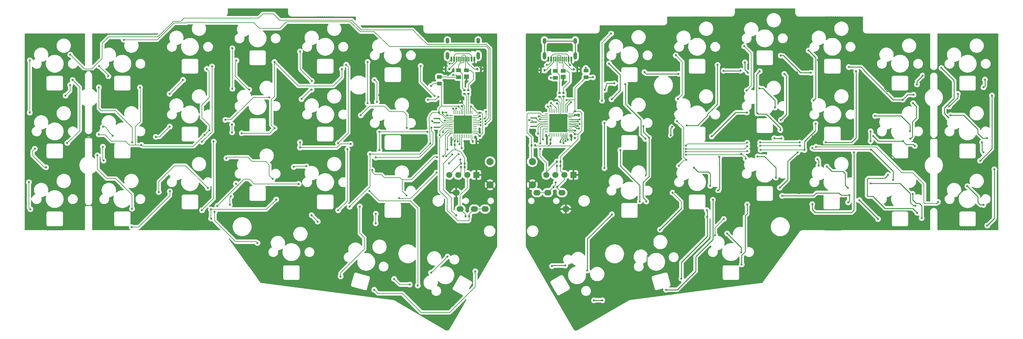
<source format=gtl>
%TF.GenerationSoftware,KiCad,Pcbnew,(5.99.0-10289-g4f191ce2c7)*%
%TF.CreationDate,2021-04-16T01:34:07+03:00*%
%TF.ProjectId,corne-cherry,636f726e-652d-4636-9865-7272792e6b69,3.0.1*%
%TF.SameCoordinates,Original*%
%TF.FileFunction,Copper,L1,Top*%
%TF.FilePolarity,Positive*%
%FSLAX46Y46*%
G04 Gerber Fmt 4.6, Leading zero omitted, Abs format (unit mm)*
G04 Created by KiCad (PCBNEW (5.99.0-10289-g4f191ce2c7)) date 2021-04-16 01:34:07*
%MOMM*%
%LPD*%
G01*
G04 APERTURE LIST*
G04 Aperture macros list*
%AMRoundRect*
0 Rectangle with rounded corners*
0 $1 Rounding radius*
0 $2 $3 $4 $5 $6 $7 $8 $9 X,Y pos of 4 corners*
0 Add a 4 corners polygon primitive as box body*
4,1,4,$2,$3,$4,$5,$6,$7,$8,$9,$2,$3,0*
0 Add four circle primitives for the rounded corners*
1,1,$1+$1,$2,$3*
1,1,$1+$1,$4,$5*
1,1,$1+$1,$6,$7*
1,1,$1+$1,$8,$9*
0 Add four rect primitives between the rounded corners*
20,1,$1+$1,$2,$3,$4,$5,0*
20,1,$1+$1,$4,$5,$6,$7,0*
20,1,$1+$1,$6,$7,$8,$9,0*
20,1,$1+$1,$8,$9,$2,$3,0*%
G04 Aperture macros list end*
%TA.AperFunction,SMDPad,CuDef*%
%ADD10R,1.900000X0.400000*%
%TD*%
%TA.AperFunction,ComponentPad*%
%ADD11O,1.000000X1.600000*%
%TD*%
%TA.AperFunction,ComponentPad*%
%ADD12O,1.000000X2.100000*%
%TD*%
%TA.AperFunction,SMDPad,CuDef*%
%ADD13R,0.300000X1.450000*%
%TD*%
%TA.AperFunction,SMDPad,CuDef*%
%ADD14R,0.600000X1.450000*%
%TD*%
%TA.AperFunction,SMDPad,CuDef*%
%ADD15RoundRect,0.062500X-0.062500X0.475000X-0.062500X-0.475000X0.062500X-0.475000X0.062500X0.475000X0*%
%TD*%
%TA.AperFunction,SMDPad,CuDef*%
%ADD16RoundRect,0.062500X-0.475000X0.062500X-0.475000X-0.062500X0.475000X-0.062500X0.475000X0.062500X0*%
%TD*%
%TA.AperFunction,SMDPad,CuDef*%
%ADD17R,5.200000X5.200000*%
%TD*%
%TA.AperFunction,ComponentPad*%
%ADD18C,2.000000*%
%TD*%
%TA.AperFunction,SMDPad,CuDef*%
%ADD19RoundRect,0.135000X0.135000X0.185000X-0.135000X0.185000X-0.135000X-0.185000X0.135000X-0.185000X0*%
%TD*%
%TA.AperFunction,SMDPad,CuDef*%
%ADD20RoundRect,0.135000X-0.135000X-0.185000X0.135000X-0.185000X0.135000X0.185000X-0.135000X0.185000X0*%
%TD*%
%TA.AperFunction,SMDPad,CuDef*%
%ADD21RoundRect,0.135000X-0.185000X0.135000X-0.185000X-0.135000X0.185000X-0.135000X0.185000X0.135000X0*%
%TD*%
%TA.AperFunction,SMDPad,CuDef*%
%ADD22RoundRect,0.243750X-0.456250X0.243750X-0.456250X-0.243750X0.456250X-0.243750X0.456250X0.243750X0*%
%TD*%
%TA.AperFunction,SMDPad,CuDef*%
%ADD23R,1.400000X1.200000*%
%TD*%
%TA.AperFunction,SMDPad,CuDef*%
%ADD24R,1.400000X1.000000*%
%TD*%
%TA.AperFunction,SMDPad,CuDef*%
%ADD25RoundRect,0.140000X0.170000X-0.140000X0.170000X0.140000X-0.170000X0.140000X-0.170000X-0.140000X0*%
%TD*%
%TA.AperFunction,SMDPad,CuDef*%
%ADD26RoundRect,0.140000X0.140000X0.170000X-0.140000X0.170000X-0.140000X-0.170000X0.140000X-0.170000X0*%
%TD*%
%TA.AperFunction,SMDPad,CuDef*%
%ADD27RoundRect,0.140000X-0.170000X0.140000X-0.170000X-0.140000X0.170000X-0.140000X0.170000X0.140000X0*%
%TD*%
%TA.AperFunction,ComponentPad*%
%ADD28C,1.700000*%
%TD*%
%TA.AperFunction,ComponentPad*%
%ADD29R,1.700000X1.700000*%
%TD*%
%TA.AperFunction,ComponentPad*%
%ADD30O,2.000000X1.600000*%
%TD*%
%TA.AperFunction,ViaPad*%
%ADD31C,0.600000*%
%TD*%
%TA.AperFunction,Conductor*%
%ADD32C,0.203200*%
%TD*%
%TA.AperFunction,Conductor*%
%ADD33C,0.254000*%
%TD*%
%TA.AperFunction,Conductor*%
%ADD34C,0.250000*%
%TD*%
G04 APERTURE END LIST*
D10*
X154667500Y-53360000D03*
X154667500Y-52160000D03*
X154667500Y-50960000D03*
X127507500Y-53590000D03*
X127507500Y-52390000D03*
X127507500Y-51190000D03*
D11*
X130427500Y-29355000D03*
X139067500Y-29355000D03*
D12*
X130427500Y-33535000D03*
X139067500Y-33535000D03*
D13*
X134997500Y-34450000D03*
X134497500Y-34450000D03*
X133997500Y-34450000D03*
X135497500Y-34450000D03*
X133497500Y-34450000D03*
X135997500Y-34450000D03*
X132997500Y-34450000D03*
X136497500Y-34450000D03*
D14*
X137197500Y-34450000D03*
X132297500Y-34450000D03*
X137972500Y-34450000D03*
X131522500Y-34450000D03*
D11*
X157707500Y-29370000D03*
X166347500Y-29370000D03*
D12*
X157707500Y-33550000D03*
X166347500Y-33550000D03*
D13*
X162277500Y-34465000D03*
X161777500Y-34465000D03*
X161277500Y-34465000D03*
X162777500Y-34465000D03*
X160777500Y-34465000D03*
X163277500Y-34465000D03*
X160277500Y-34465000D03*
X163777500Y-34465000D03*
D14*
X164477500Y-34465000D03*
X159577500Y-34465000D03*
X165252500Y-34465000D03*
X158802500Y-34465000D03*
D15*
X164107500Y-49062500D03*
X163607500Y-49062500D03*
X163107500Y-49062500D03*
X162607500Y-49062500D03*
X162107500Y-49062500D03*
X161607500Y-49062500D03*
X161107500Y-49062500D03*
X160607500Y-49062500D03*
X160107500Y-49062500D03*
X159607500Y-49062500D03*
X159107500Y-49062500D03*
D16*
X158270000Y-49900000D03*
X158270000Y-50400000D03*
X158270000Y-50900000D03*
X158270000Y-51400000D03*
X158270000Y-51900000D03*
X158270000Y-52400000D03*
X158270000Y-52900000D03*
X158270000Y-53400000D03*
X158270000Y-53900000D03*
X158270000Y-54400000D03*
X158270000Y-54900000D03*
D15*
X159107500Y-55737500D03*
X159607500Y-55737500D03*
X160107500Y-55737500D03*
X160607500Y-55737500D03*
X161107500Y-55737500D03*
X161607500Y-55737500D03*
X162107500Y-55737500D03*
X162607500Y-55737500D03*
X163107500Y-55737500D03*
X163607500Y-55737500D03*
X164107500Y-55737500D03*
D16*
X164945000Y-54900000D03*
X164945000Y-54400000D03*
X164945000Y-53900000D03*
X164945000Y-53400000D03*
X164945000Y-52900000D03*
X164945000Y-52400000D03*
X164945000Y-51900000D03*
X164945000Y-51400000D03*
X164945000Y-50900000D03*
X164945000Y-50400000D03*
X164945000Y-49900000D03*
D17*
X161607500Y-52400000D03*
D15*
X137317500Y-49512500D03*
X136817500Y-49512500D03*
X136317500Y-49512500D03*
X135817500Y-49512500D03*
X135317500Y-49512500D03*
X134817500Y-49512500D03*
X134317500Y-49512500D03*
X133817500Y-49512500D03*
X133317500Y-49512500D03*
X132817500Y-49512500D03*
X132317500Y-49512500D03*
D16*
X131480000Y-50350000D03*
X131480000Y-50850000D03*
X131480000Y-51350000D03*
X131480000Y-51850000D03*
X131480000Y-52350000D03*
X131480000Y-52850000D03*
X131480000Y-53350000D03*
X131480000Y-53850000D03*
X131480000Y-54350000D03*
X131480000Y-54850000D03*
X131480000Y-55350000D03*
D15*
X132317500Y-56187500D03*
X132817500Y-56187500D03*
X133317500Y-56187500D03*
X133817500Y-56187500D03*
X134317500Y-56187500D03*
X134817500Y-56187500D03*
X135317500Y-56187500D03*
X135817500Y-56187500D03*
X136317500Y-56187500D03*
X136817500Y-56187500D03*
X137317500Y-56187500D03*
D16*
X138155000Y-55350000D03*
X138155000Y-54850000D03*
X138155000Y-54350000D03*
X138155000Y-53850000D03*
X138155000Y-53350000D03*
X138155000Y-52850000D03*
X138155000Y-52350000D03*
X138155000Y-51850000D03*
X138155000Y-51350000D03*
X138155000Y-50850000D03*
X138155000Y-50350000D03*
D17*
X134817500Y-52850000D03*
D18*
X154297500Y-69760000D03*
X154297500Y-63260000D03*
X142424500Y-69781000D03*
X142424500Y-63281000D03*
D19*
X157757500Y-37620000D03*
X156737500Y-37620000D03*
D20*
X165917500Y-37360000D03*
X166937500Y-37360000D03*
X138837500Y-37310000D03*
X139857500Y-37310000D03*
D19*
X130927500Y-37310000D03*
X129907500Y-37310000D03*
X161317500Y-70350000D03*
X160297500Y-70350000D03*
D20*
X135547500Y-78580000D03*
X136567500Y-78580000D03*
D19*
X162187500Y-64470000D03*
X161167500Y-64470000D03*
X162217500Y-63260000D03*
X161197500Y-63260000D03*
X135307500Y-64800000D03*
X134287500Y-64800000D03*
X135307500Y-63760000D03*
X134287500Y-63760000D03*
D20*
X164267500Y-57120000D03*
X165287500Y-57120000D03*
D21*
X163067500Y-44000000D03*
X163067500Y-45020000D03*
X161967500Y-44010000D03*
X161967500Y-45030000D03*
D19*
X155067500Y-58700000D03*
X154047500Y-58700000D03*
D20*
X137527500Y-57560000D03*
X138547500Y-57560000D03*
D21*
X136297500Y-43200000D03*
X136297500Y-44220000D03*
X135237500Y-43190000D03*
X135237500Y-44210000D03*
D20*
X128097500Y-49480000D03*
X129117500Y-49480000D03*
D22*
X169367500Y-37702500D03*
X169367500Y-39577500D03*
X128157500Y-39472500D03*
X128157500Y-41347500D03*
D23*
X135787500Y-39360000D03*
D24*
X135787500Y-37640000D03*
X133587500Y-37640000D03*
X133587500Y-39540000D03*
D23*
X162987500Y-39520000D03*
D24*
X162987500Y-37800000D03*
X160787500Y-37800000D03*
X160787500Y-39700000D03*
D25*
X161307500Y-46930000D03*
X161307500Y-45970000D03*
X166287500Y-55530000D03*
X166287500Y-54570000D03*
D26*
X159387500Y-58230000D03*
X158427500Y-58230000D03*
X159387500Y-57130000D03*
X158427500Y-57130000D03*
D27*
X166307500Y-49170000D03*
X166307500Y-50130000D03*
D25*
X134517500Y-47730000D03*
X134517500Y-46770000D03*
D27*
X139487500Y-49550000D03*
X139487500Y-50510000D03*
D26*
X132517500Y-58520000D03*
X131557500Y-58520000D03*
D25*
X139477500Y-56100000D03*
X139477500Y-55140000D03*
D26*
X132517500Y-57500000D03*
X131557500Y-57500000D03*
D28*
X130937500Y-67010000D03*
X133477500Y-67010000D03*
X136017500Y-67010000D03*
D29*
X138557500Y-67010000D03*
D30*
X132920000Y-71970000D03*
X134020000Y-76570000D03*
X138020000Y-76570000D03*
X141020000Y-76570000D03*
X163727500Y-76580000D03*
X162627500Y-71980000D03*
X158627500Y-71980000D03*
X155627500Y-71980000D03*
D28*
X158207500Y-66980000D03*
X160747500Y-66980000D03*
X163287500Y-66980000D03*
D29*
X165827500Y-66980000D03*
D31*
X161167500Y-31440000D03*
X47637500Y-69600000D03*
X44017500Y-71350000D03*
X14297500Y-63670000D03*
X15967500Y-67690000D03*
X72577500Y-71700000D03*
X34497500Y-43230000D03*
X106637500Y-54770000D03*
X129917500Y-98660000D03*
X108277500Y-100030000D03*
X52687500Y-76250000D03*
X48667500Y-74110000D03*
X82357500Y-64420000D03*
X125047500Y-66370000D03*
X108537500Y-75400000D03*
X107907500Y-80780000D03*
X124787500Y-47530000D03*
X67347500Y-43560000D03*
X62917500Y-47840000D03*
X15147500Y-57720000D03*
X19267500Y-28990000D03*
X47567500Y-31670000D03*
X68787500Y-29290000D03*
X86787500Y-31120000D03*
X84847500Y-21300000D03*
X81747500Y-57730000D03*
X91757500Y-61680000D03*
X67517500Y-58560000D03*
X86157500Y-53230000D03*
X198127500Y-92910000D03*
X262707500Y-71530000D03*
X265447500Y-73510000D03*
X190267500Y-66510000D03*
X171857500Y-99790000D03*
X216507500Y-60880000D03*
X208567500Y-74930000D03*
X172417500Y-72730000D03*
X209997500Y-54880000D03*
X280447500Y-33480000D03*
X261407500Y-33630000D03*
X175797500Y-44400000D03*
X167517500Y-84810000D03*
X161487500Y-89810000D03*
X174577500Y-52470000D03*
X174577500Y-65070000D03*
X175857500Y-35720000D03*
X206867500Y-61911100D03*
X193710893Y-71983019D03*
X195457500Y-64444500D03*
X194987500Y-51900000D03*
X195207500Y-45680000D03*
X194617500Y-33410000D03*
X222294497Y-56683003D03*
X224287500Y-56740000D03*
X228827500Y-60620000D03*
X205657500Y-83920000D03*
X208097500Y-79360000D03*
X214267500Y-62440000D03*
X213037500Y-61081100D03*
X214557500Y-43284500D03*
X213857500Y-30880000D03*
X231917500Y-32070000D03*
X233367500Y-46074500D03*
X233887500Y-52600000D03*
X234737500Y-64344500D03*
X244677500Y-60630000D03*
X254227500Y-66980000D03*
X249357500Y-54780000D03*
X268287500Y-74590000D03*
X271157500Y-50854500D03*
X283437500Y-44710000D03*
X269247500Y-36960000D03*
X122117500Y-98030000D03*
X108497500Y-71470000D03*
X109288600Y-65640000D03*
X108017500Y-35320000D03*
X108017500Y-46850000D03*
X111297500Y-54920000D03*
X103247500Y-58290000D03*
X89037500Y-32350000D03*
X89457500Y-45691100D03*
X89027500Y-59331100D03*
X89027500Y-57830000D03*
X94007500Y-80090000D03*
X92297500Y-78310000D03*
X87257500Y-64730000D03*
X90797500Y-64570000D03*
X68347500Y-62330000D03*
X71007500Y-69440000D03*
X77047500Y-86100000D03*
X69937500Y-55041100D03*
X70017500Y-42791100D03*
X70017500Y-31440000D03*
X52377500Y-44230000D03*
X33667500Y-53460000D03*
X32597500Y-36440000D03*
X39497500Y-29040000D03*
X13097500Y-49500000D03*
X24467500Y-33240000D03*
X13127500Y-34830000D03*
X13277500Y-76620000D03*
X12847500Y-69050000D03*
X132677500Y-46130000D03*
X280437500Y-71420000D03*
X281437500Y-66530000D03*
X134267500Y-87430000D03*
X163067500Y-41050000D03*
X166377500Y-39150000D03*
X189377500Y-58870000D03*
X254457500Y-75160000D03*
X253487500Y-56630000D03*
X159777500Y-60390000D03*
X154447500Y-55230000D03*
X158117500Y-55860000D03*
X165117500Y-55990000D03*
X166257500Y-56630000D03*
X162247500Y-57750000D03*
X163035284Y-58133385D03*
X163524371Y-57500930D03*
X167471060Y-53973644D03*
X167065024Y-53255781D03*
X167590416Y-52653147D03*
X167099601Y-52022033D03*
X167625682Y-51420000D03*
X158617500Y-47760000D03*
X159442794Y-47594392D03*
X217547500Y-49740000D03*
X214587500Y-49470000D03*
X204717500Y-56190000D03*
X223987500Y-54390000D03*
X218197500Y-37890000D03*
X208047500Y-37750000D03*
X212867500Y-37730000D03*
X243224497Y-36723003D03*
X250107500Y-56080000D03*
X263687500Y-79090000D03*
X261162000Y-72310000D03*
X261777500Y-58860000D03*
X258467500Y-57540000D03*
X224497500Y-72860000D03*
X243037500Y-74700000D03*
X243367500Y-72630000D03*
X281067500Y-60680000D03*
X280687500Y-57860000D03*
X281067500Y-42390000D03*
X281477500Y-40220000D03*
X263983000Y-39120000D03*
X262377500Y-41580000D03*
X261397500Y-44480000D03*
X258377500Y-45880000D03*
X171647500Y-102190000D03*
X173967500Y-102210000D03*
X196187500Y-96098600D03*
X203337500Y-76893500D03*
X203457500Y-78770000D03*
X186317500Y-74450000D03*
X187077500Y-56530000D03*
X185497500Y-53320000D03*
X171337500Y-39580000D03*
X174667500Y-43110000D03*
X177357500Y-41290000D03*
X284127500Y-65430000D03*
X282127500Y-81220000D03*
X280107500Y-62990000D03*
X273867500Y-44230000D03*
X271359089Y-47811589D03*
X261297500Y-46860000D03*
X260517500Y-56830000D03*
X262467500Y-77650000D03*
X251437500Y-79370000D03*
X246187500Y-74070000D03*
X232967500Y-75210000D03*
X236739750Y-57860000D03*
X245277500Y-37890000D03*
X232547500Y-38310000D03*
X224097500Y-33500000D03*
X214837500Y-38270000D03*
X214057500Y-35380000D03*
X225107500Y-38660000D03*
X224137500Y-51560000D03*
X223837500Y-70570000D03*
X214667500Y-75270000D03*
X213117500Y-92130000D03*
X191887500Y-99220000D03*
X205007500Y-73970000D03*
X206527500Y-71370000D03*
X193230911Y-55883411D03*
X197717500Y-53080000D03*
X193590911Y-53476589D03*
X206357500Y-36120000D03*
X195436831Y-38604500D03*
X185807500Y-38130000D03*
X180407002Y-41490000D03*
X186047500Y-56880000D03*
X184497500Y-74420000D03*
X179017500Y-60040000D03*
X169757500Y-93840000D03*
X176647500Y-78070000D03*
X159837500Y-92590000D03*
X163527500Y-92420000D03*
X165147500Y-46610000D03*
X160867500Y-69110000D03*
X157277500Y-56970000D03*
X156538600Y-59680000D03*
X156538600Y-58190000D03*
X155917500Y-55420000D03*
X163927500Y-45960000D03*
X169287500Y-36960000D03*
X164897500Y-36160000D03*
X158377500Y-36100000D03*
X159487500Y-39720000D03*
X159597500Y-46810000D03*
X156097500Y-50590000D03*
X156442542Y-51372780D03*
X153378600Y-51590000D03*
X72177500Y-51740000D03*
X31837500Y-28980000D03*
X110317500Y-38210000D03*
X112327500Y-34460000D03*
X121247500Y-57170000D03*
X120527500Y-60050000D03*
X111237500Y-44520000D03*
X121307500Y-44300000D03*
X80987500Y-40660000D03*
X72547500Y-36340000D03*
X76407500Y-39120000D03*
X87177500Y-44820000D03*
X121347500Y-63910000D03*
X100037500Y-99390000D03*
X94647500Y-96540000D03*
X139766400Y-53009503D03*
X141117500Y-52800000D03*
X141087590Y-51940598D03*
X139766400Y-52210000D03*
X140968600Y-51150000D03*
X141287500Y-49230000D03*
X139766400Y-51320000D03*
X127927542Y-45069958D03*
X124967500Y-45930000D03*
X56157500Y-40320000D03*
X134397500Y-59430000D03*
X133577500Y-61140000D03*
X130877500Y-63760000D03*
X127367500Y-66330000D03*
X116877500Y-73530000D03*
X88657500Y-69520000D03*
X133867500Y-58330000D03*
X125989835Y-53708900D03*
X110267500Y-62130000D03*
X133307500Y-57630000D03*
X124827500Y-54910000D03*
X128287458Y-55849958D03*
X129182458Y-54954958D03*
X126797500Y-44790000D03*
X132883100Y-48321100D03*
X122917500Y-36420000D03*
X130402049Y-50234464D03*
X130142542Y-61735042D03*
X127487500Y-62010000D03*
X129247500Y-61780000D03*
X125847500Y-94430000D03*
X132907500Y-78360000D03*
X130487500Y-89910000D03*
X131849999Y-61272414D03*
X130468683Y-59858900D03*
X46777500Y-50500000D03*
X94877500Y-27700000D03*
X19917500Y-51050000D03*
X72297500Y-56920000D03*
X67807500Y-78180000D03*
X72187500Y-77960000D03*
X125947500Y-92940000D03*
X127877500Y-83130000D03*
X111317500Y-60070000D03*
X92277500Y-43070000D03*
X92327500Y-40610000D03*
X65787500Y-75710000D03*
X65017500Y-77340000D03*
X69927500Y-52890000D03*
X33827500Y-62960000D03*
X33617500Y-59090000D03*
X36397500Y-55980000D03*
X35147500Y-39301100D03*
X119857500Y-97760000D03*
X115477500Y-96200000D03*
X49347500Y-71800000D03*
X63107500Y-70640000D03*
X81317500Y-68120000D03*
X118967500Y-72770000D03*
X48497500Y-56320000D03*
X52407500Y-53440000D03*
X68017500Y-51540000D03*
X80397500Y-45220000D03*
X106107500Y-50260000D03*
X119007500Y-53820000D03*
X126198600Y-51910000D03*
X138277500Y-94060000D03*
X109897500Y-99230000D03*
X100817500Y-37290000D03*
X102957500Y-75930000D03*
X108687500Y-61130000D03*
X82347500Y-73900000D03*
X64047500Y-79250000D03*
X63997500Y-76680000D03*
X62847500Y-37250000D03*
X81847500Y-35310000D03*
X81877500Y-53910000D03*
X72647500Y-55290000D03*
X63537500Y-54440000D03*
X62177500Y-55850000D03*
X44077500Y-42440000D03*
X44477500Y-58600000D03*
X32487500Y-55630000D03*
X18277500Y-39030000D03*
X25247500Y-60620000D03*
X24447500Y-41770000D03*
X23117500Y-44730000D03*
X14507500Y-59640000D03*
X17667500Y-64870000D03*
X17867500Y-76740000D03*
X23647500Y-58010000D03*
X25137500Y-40340000D03*
X32507500Y-42420000D03*
X41897500Y-57830000D03*
X32107500Y-61510000D03*
X41817500Y-76480000D03*
X41737500Y-81660000D03*
X52447500Y-71610000D03*
X61477500Y-76900000D03*
X64777500Y-57630000D03*
X64297500Y-36550000D03*
X61457500Y-57700000D03*
X71147500Y-34870000D03*
X74747500Y-43060000D03*
X69597500Y-73000000D03*
X69287500Y-75410000D03*
X100437500Y-95490000D03*
X105817500Y-75850000D03*
X99757500Y-76920000D03*
X102347500Y-59840000D03*
X99727500Y-58070000D03*
X102007500Y-36080000D03*
X109927500Y-40330000D03*
X110627500Y-46470000D03*
X110327500Y-77910000D03*
X110287500Y-80570000D03*
X132087500Y-48400000D03*
X125857500Y-42020000D03*
X130137500Y-49480000D03*
X125597500Y-58210000D03*
X134137500Y-62660000D03*
X137077500Y-47780000D03*
X133627500Y-47790000D03*
X131065042Y-35757542D03*
X132067500Y-38990000D03*
X130607500Y-38940000D03*
X139807500Y-38440000D03*
X135627500Y-40820000D03*
X129689787Y-51797057D03*
X205627500Y-93110000D03*
X186467500Y-95445000D03*
X234537500Y-34750000D03*
X188357500Y-43440000D03*
X214687500Y-71460000D03*
X253677500Y-58560000D03*
X198947500Y-72110000D03*
X271857500Y-42280000D03*
X195497500Y-54500000D03*
X233077500Y-56200000D03*
X231797500Y-70110000D03*
X273857500Y-75030000D03*
X253197500Y-39500000D03*
X191937500Y-72340000D03*
X270247500Y-59530000D03*
X274107500Y-69030000D03*
X188237500Y-80930000D03*
X261857500Y-57780000D03*
X228657500Y-38240000D03*
X271607500Y-48780000D03*
X193197500Y-34020000D03*
X270107500Y-62530000D03*
X224167500Y-45080000D03*
X238447500Y-41690000D03*
X228797500Y-34500000D03*
X230797500Y-30510000D03*
X194497500Y-71840000D03*
X262807500Y-47170000D03*
X227807500Y-54230000D03*
X223827500Y-34810000D03*
X271087500Y-76590000D03*
X269607500Y-41780000D03*
X219247500Y-37780000D03*
X194007500Y-87360000D03*
X250277500Y-74550000D03*
X230697500Y-50760000D03*
X226567500Y-74500000D03*
X169217500Y-105680000D03*
X181487500Y-82510000D03*
X269797500Y-36120000D03*
X243737500Y-37800000D03*
X229227500Y-72190000D03*
X281917500Y-39240000D03*
X262247500Y-61580000D03*
X281617500Y-45790000D03*
X274607500Y-28780000D03*
X208977500Y-81560000D03*
X186967500Y-40290000D03*
X186187500Y-42670000D03*
X213677500Y-77970000D03*
X193617500Y-76040000D03*
X219237500Y-55750000D03*
X34307500Y-39855000D03*
X35107500Y-77530000D03*
X35357500Y-58780000D03*
X176437500Y-27330000D03*
X173887500Y-46160000D03*
X271777500Y-50230000D03*
X222507500Y-48070000D03*
X250617500Y-50420000D03*
X260437500Y-54760000D03*
X218067500Y-42660000D03*
X282087500Y-56630000D03*
X204292500Y-70040000D03*
X222707500Y-67740000D03*
X199737500Y-64980000D03*
X217607500Y-61810000D03*
X261967500Y-75660000D03*
X281077500Y-75400000D03*
X243017500Y-70640000D03*
X276547500Y-70160000D03*
X237057500Y-64630000D03*
X249347500Y-69340000D03*
X213017500Y-88720000D03*
X209057500Y-83430000D03*
X197429500Y-58820000D03*
X214657500Y-57960000D03*
X218317500Y-57860000D03*
X234007500Y-59100000D03*
X229407500Y-57890000D03*
X197429500Y-59679997D03*
X255687500Y-68480000D03*
X249497500Y-59900000D03*
X232997500Y-59490000D03*
X214737500Y-58920000D03*
X249347500Y-57480000D03*
X218307500Y-58800000D03*
X229557500Y-58780000D03*
X230767500Y-60010000D03*
X234447500Y-62580000D03*
X197429500Y-60480000D03*
X218427500Y-59980000D03*
X214737500Y-60270000D03*
X197429500Y-61310000D03*
X197607500Y-62740000D03*
X190167500Y-82370000D03*
X176567500Y-45750000D03*
D32*
X159107500Y-48250000D02*
X158617500Y-47760000D01*
X159107500Y-49062500D02*
X159107500Y-48250000D01*
X159607500Y-47759098D02*
X159442794Y-47594392D01*
X159607500Y-49062500D02*
X159607500Y-47759098D01*
D33*
X226047500Y-68360000D02*
X223837500Y-70570000D01*
X228827500Y-60620000D02*
X226047500Y-63130000D01*
X226047500Y-63130000D02*
X226047500Y-68360000D01*
D34*
X166487500Y-84810000D02*
X161487500Y-89810000D01*
X167517500Y-84810000D02*
X166487500Y-84810000D01*
X174577500Y-52470000D02*
X174577500Y-65070000D01*
X178987500Y-38850000D02*
X175857500Y-35720000D01*
X178987500Y-40240000D02*
X178987500Y-38850000D01*
X178987500Y-43330000D02*
X178987500Y-40240000D01*
X178922500Y-43395000D02*
X178987500Y-43330000D01*
D33*
X206867500Y-64000000D02*
X206867500Y-61911100D01*
X206877500Y-64010000D02*
X206867500Y-64000000D01*
D32*
X196182500Y-74454626D02*
X196182500Y-76355000D01*
X193710893Y-71983019D02*
X196182500Y-74454626D01*
D34*
X196182500Y-76355000D02*
X190167500Y-82370000D01*
D32*
X195457500Y-64340000D02*
X195457500Y-64444500D01*
X196804500Y-62993000D02*
X195457500Y-64340000D01*
X194987500Y-51900000D02*
X196828389Y-53740889D01*
X196828389Y-61960889D02*
X197607500Y-62740000D01*
X196828389Y-53740889D02*
X196828389Y-61960889D01*
X196437500Y-44450000D02*
X195207500Y-45680000D01*
X196437500Y-43370000D02*
X196437500Y-44450000D01*
X196437500Y-35230000D02*
X196437500Y-43370000D01*
X194617500Y-33410000D02*
X196437500Y-35230000D01*
D33*
X222351494Y-56740000D02*
X222294497Y-56683003D01*
X224287500Y-56740000D02*
X222351494Y-56740000D01*
D32*
X208097500Y-79360000D02*
X205657500Y-81800000D01*
X205657500Y-81800000D02*
X205657500Y-83920000D01*
X214267500Y-62130000D02*
X214267500Y-62440000D01*
X213447500Y-61310000D02*
X214267500Y-62130000D01*
X213266400Y-61310000D02*
X213447500Y-61310000D01*
X197429500Y-61310000D02*
X213447500Y-61310000D01*
X213037500Y-61081100D02*
X213266400Y-61310000D01*
X215804500Y-42037500D02*
X214557500Y-43284500D01*
X215804500Y-32963000D02*
X215804500Y-42037500D01*
X213857500Y-30880000D02*
X215804500Y-32827000D01*
X215804500Y-32827000D02*
X215804500Y-32963000D01*
D34*
X233912489Y-34064989D02*
X231917500Y-32070000D01*
X233912489Y-34449994D02*
X233912489Y-34064989D01*
X233912489Y-45529511D02*
X233367500Y-46074500D01*
X233912489Y-34449994D02*
X233912489Y-45529511D01*
D32*
X233887500Y-52600000D02*
X233887500Y-54464984D01*
X233887500Y-54464984D02*
X233734992Y-54617492D01*
D34*
X233734992Y-54617492D02*
X230767500Y-57584983D01*
X234804500Y-64277500D02*
X234737500Y-64344500D01*
X234804500Y-62937000D02*
X234804500Y-64277500D01*
D33*
X244677500Y-62960000D02*
X244677500Y-60630000D01*
X248377500Y-68250000D02*
X248707500Y-67920000D01*
X253287500Y-67920000D02*
X254227500Y-66980000D01*
X248377500Y-72820000D02*
X248377500Y-68250000D01*
X248597500Y-73040000D02*
X248377500Y-72820000D01*
X252687500Y-67920000D02*
X253287500Y-67920000D01*
X250027500Y-73040000D02*
X248597500Y-73040000D01*
X248707500Y-67920000D02*
X252687500Y-67920000D01*
X250157500Y-73170000D02*
X250027500Y-73040000D01*
X262237500Y-47800000D02*
X262237500Y-50950000D01*
X262237500Y-50950000D02*
X261102500Y-52085000D01*
X261297500Y-46860000D02*
X262237500Y-47800000D01*
X261102500Y-52085000D02*
X261102500Y-56245000D01*
X260517500Y-56830000D02*
X261102500Y-56245000D01*
D34*
X249347500Y-54790000D02*
X249357500Y-54780000D01*
X249347500Y-55101010D02*
X249347500Y-54790000D01*
X268287500Y-74590000D02*
X267847500Y-75030000D01*
X267847500Y-75030000D02*
X267747500Y-75030000D01*
D32*
X267457500Y-75030000D02*
X267747500Y-75030000D01*
X264607500Y-75030000D02*
X267457500Y-75030000D01*
D34*
X270057500Y-49754500D02*
X271157500Y-50854500D01*
X270057500Y-49488000D02*
X270057500Y-49754500D01*
D33*
X283437500Y-49770000D02*
X283437500Y-44710000D01*
D34*
X272804500Y-40517000D02*
X269247500Y-36960000D01*
X272804500Y-45483000D02*
X272804500Y-40517000D01*
D32*
X122167500Y-97980000D02*
X122117500Y-98030000D01*
X122167500Y-93599262D02*
X122167500Y-97980000D01*
X122167500Y-76420000D02*
X122167500Y-93599262D01*
X119907500Y-74260000D02*
X119957500Y-74210000D01*
X119957500Y-74210000D02*
X122167500Y-76420000D01*
X111287500Y-74260000D02*
X113647500Y-74260000D01*
X108497500Y-71470000D02*
X111287500Y-74260000D01*
X111287500Y-74260000D02*
X119907500Y-74260000D01*
X109288600Y-66141100D02*
X109288600Y-65640000D01*
X110037500Y-66890000D02*
X109288600Y-66141100D01*
X55487500Y-23920000D02*
X56417500Y-22990000D01*
X53467968Y-23920000D02*
X55487500Y-23920000D01*
X49127968Y-28260000D02*
X53467968Y-23920000D01*
X35257500Y-28260000D02*
X49127968Y-28260000D01*
X33457500Y-30060000D02*
X35257500Y-28260000D01*
X33457500Y-34310000D02*
X33457500Y-30060000D01*
X24467500Y-33240000D02*
X28527500Y-37300000D01*
X77407500Y-22990000D02*
X78627500Y-21770000D01*
X28527500Y-37300000D02*
X30467500Y-37300000D01*
X30467500Y-37300000D02*
X33457500Y-34310000D01*
X56417500Y-22990000D02*
X77407500Y-22990000D01*
X48917500Y-29040000D02*
X39497500Y-29040000D01*
X53627500Y-24330000D02*
X48917500Y-29040000D01*
X61707500Y-24130000D02*
X57307500Y-24130000D01*
X76027500Y-24230000D02*
X61807500Y-24230000D01*
X77617500Y-25820000D02*
X76027500Y-24230000D01*
X83417500Y-25820000D02*
X77617500Y-25820000D01*
X85277500Y-23960000D02*
X83417500Y-25820000D01*
X103137500Y-23960000D02*
X85277500Y-23960000D01*
X61807500Y-24230000D02*
X61707500Y-24130000D01*
X105947500Y-26770000D02*
X103137500Y-23960000D01*
X57307500Y-24130000D02*
X57107500Y-24330000D01*
X109907500Y-26770000D02*
X105947500Y-26770000D01*
X114087500Y-30950000D02*
X109907500Y-26770000D01*
X141337500Y-30950000D02*
X114087500Y-30950000D01*
X142037500Y-31650000D02*
X141337500Y-30950000D01*
X142037500Y-50990688D02*
X142037500Y-31650000D01*
X141087590Y-51940598D02*
X142037500Y-50990688D01*
X57107500Y-24330000D02*
X53627500Y-24330000D01*
X108017500Y-46850000D02*
X108017500Y-35320000D01*
X99356045Y-59331100D02*
X89027500Y-59331100D01*
X100397145Y-58290000D02*
X99356045Y-59331100D01*
X103247500Y-58290000D02*
X100397145Y-58290000D01*
X89037500Y-37320000D02*
X89037500Y-32350000D01*
X92327500Y-40610000D02*
X89037500Y-37320000D01*
X92078600Y-43070000D02*
X92277500Y-43070000D01*
X89457500Y-45691100D02*
X92078600Y-43070000D01*
X89027500Y-57830000D02*
X89027500Y-59331100D01*
X94007500Y-80020000D02*
X92297500Y-78310000D01*
X94007500Y-80090000D02*
X94007500Y-80020000D01*
X87417500Y-64570000D02*
X87257500Y-64730000D01*
X90797500Y-64570000D02*
X87417500Y-64570000D01*
X68657500Y-62020000D02*
X68347500Y-62330000D01*
X71757500Y-62020000D02*
X68657500Y-62020000D01*
X71017500Y-69440000D02*
X71007500Y-69440000D01*
X71537500Y-69960000D02*
X71017500Y-69440000D01*
X71537500Y-69960000D02*
X65787500Y-75710000D01*
X73297500Y-68200000D02*
X71537500Y-69960000D01*
X76687500Y-85740000D02*
X70957500Y-85740000D01*
X77047500Y-86100000D02*
X76687500Y-85740000D01*
X65017500Y-79800000D02*
X70957500Y-85740000D01*
X69927500Y-55031100D02*
X69937500Y-55041100D01*
X69927500Y-52890000D02*
X69927500Y-55031100D01*
X70017500Y-31440000D02*
X70017500Y-42791100D01*
X56157500Y-40450000D02*
X56157500Y-40320000D01*
X52377500Y-44230000D02*
X56157500Y-40450000D01*
X33667500Y-53460000D02*
X34152885Y-53460000D01*
X34152885Y-53460000D02*
X35297500Y-54604615D01*
X35297500Y-54604615D02*
X35297500Y-54880000D01*
X35147500Y-38990000D02*
X35147500Y-39301100D01*
X32597500Y-36440000D02*
X35147500Y-38990000D01*
X13107500Y-49490000D02*
X13097500Y-49500000D01*
X13107500Y-49050000D02*
X13107500Y-49490000D01*
X13118490Y-34839010D02*
X13127500Y-34830000D01*
X13107500Y-34839010D02*
X13118490Y-34839010D01*
X12847500Y-76190000D02*
X13277500Y-76620000D01*
X12847500Y-69050000D02*
X12847500Y-76190000D01*
D33*
X165252500Y-35587763D02*
X165252500Y-34465000D01*
X166937500Y-37272763D02*
X165252500Y-35587763D01*
X166937500Y-37360000D02*
X166937500Y-37272763D01*
X166937500Y-37272763D02*
X165524011Y-35859274D01*
X166347500Y-29370000D02*
X166347500Y-33550000D01*
X157707500Y-29370000D02*
X166347500Y-29370000D01*
X157707500Y-29370000D02*
X157707500Y-33550000D01*
X156737500Y-36530000D02*
X156737500Y-37620000D01*
X158802500Y-34465000D02*
X156737500Y-36530000D01*
X163607500Y-54400000D02*
X161607500Y-52400000D01*
X164945000Y-54400000D02*
X163607500Y-54400000D01*
X162247500Y-57209190D02*
X162247500Y-57750000D01*
X162607500Y-55737500D02*
X162607500Y-56849190D01*
X162607500Y-56849190D02*
X162247500Y-57209190D01*
X162897860Y-57995961D02*
X163035284Y-58133385D01*
X163107500Y-56990564D02*
X162897860Y-57200204D01*
X162897860Y-57200204D02*
X162897860Y-57995961D01*
X163107500Y-55737500D02*
X163107500Y-56990564D01*
X163607500Y-57417801D02*
X163524371Y-57500930D01*
X163607500Y-55737500D02*
X163607500Y-57417801D01*
X166774316Y-53973644D02*
X167471060Y-53973644D01*
X166200672Y-53400000D02*
X166774316Y-53973644D01*
X164945000Y-53400000D02*
X166200672Y-53400000D01*
X166697827Y-53255781D02*
X167065024Y-53255781D01*
X166342046Y-52900000D02*
X166697827Y-53255781D01*
X164945000Y-52900000D02*
X166342046Y-52900000D01*
D32*
X166700647Y-52653147D02*
X167590416Y-52653147D01*
X166447500Y-52400000D02*
X166700647Y-52653147D01*
X164945000Y-52400000D02*
X166447500Y-52400000D01*
X166447500Y-52400000D02*
X166527500Y-52480000D01*
D33*
X164945000Y-51900000D02*
X166977568Y-51900000D01*
X166977568Y-51900000D02*
X167099601Y-52022033D01*
X167601204Y-51395522D02*
X167625682Y-51420000D01*
X164949478Y-51395522D02*
X167601204Y-51395522D01*
X164945000Y-51400000D02*
X164949478Y-51395522D01*
X217547500Y-49740000D02*
X217697500Y-49890000D01*
X211437500Y-49470000D02*
X214587500Y-49470000D01*
X204717500Y-56190000D02*
X211437500Y-49470000D01*
X217337500Y-49530000D02*
X217547500Y-49740000D01*
X223987500Y-53852153D02*
X223987500Y-54390000D01*
X220025347Y-49890000D02*
X223987500Y-53852153D01*
X217697500Y-49890000D02*
X220025347Y-49890000D01*
X217337500Y-38750000D02*
X217337500Y-43080000D01*
X218197500Y-37890000D02*
X217337500Y-38750000D01*
X217337500Y-43080000D02*
X217337500Y-49530000D01*
X212847500Y-37750000D02*
X212867500Y-37730000D01*
X208047500Y-37750000D02*
X212847500Y-37750000D01*
X246670503Y-36723003D02*
X243224497Y-36723003D01*
X247477500Y-37530000D02*
X246670503Y-36723003D01*
X247477500Y-37658546D02*
X247477500Y-37530000D01*
X255698954Y-45880000D02*
X247477500Y-37658546D01*
X258377500Y-45880000D02*
X255698954Y-45880000D01*
X250107500Y-56080000D02*
X251567500Y-57540000D01*
X251567500Y-57540000D02*
X258467500Y-57540000D01*
X164945000Y-54400000D02*
X166117500Y-54400000D01*
X166117500Y-54400000D02*
X166287500Y-54570000D01*
X166037500Y-50400000D02*
X166307500Y-50130000D01*
X164945000Y-50400000D02*
X166037500Y-50400000D01*
X163607500Y-50400000D02*
X161607500Y-52400000D01*
X164945000Y-50400000D02*
X163607500Y-50400000D01*
D32*
X162107500Y-51900000D02*
X161607500Y-52400000D01*
X162107500Y-49062500D02*
X162107500Y-51900000D01*
D33*
X263687500Y-75610000D02*
X263687500Y-79090000D01*
X263067500Y-74990000D02*
X263687500Y-75610000D01*
X261937500Y-74780000D02*
X262147500Y-74990000D01*
X262147500Y-74990000D02*
X263067500Y-74990000D01*
X261162000Y-74004500D02*
X261937500Y-74780000D01*
X261162000Y-72310000D02*
X261162000Y-74004500D01*
X261324011Y-58406511D02*
X261777500Y-58860000D01*
X259334011Y-58406511D02*
X261324011Y-58406511D01*
X258467500Y-57540000D02*
X259334011Y-58406511D01*
X240467500Y-72040000D02*
X241057500Y-72630000D01*
X234137500Y-72040000D02*
X240467500Y-72040000D01*
X233317500Y-72860000D02*
X234137500Y-72040000D01*
X224497500Y-72860000D02*
X233317500Y-72860000D01*
X241057500Y-72630000D02*
X243367500Y-72630000D01*
X243367500Y-74370000D02*
X243037500Y-74700000D01*
X243367500Y-72630000D02*
X243367500Y-74370000D01*
X280687500Y-60300000D02*
X281067500Y-60680000D01*
X280687500Y-57860000D02*
X280687500Y-60300000D01*
X281477500Y-41980000D02*
X281067500Y-42390000D01*
X281477500Y-40220000D02*
X281477500Y-41980000D01*
X262377500Y-40725500D02*
X263983000Y-39120000D01*
X262377500Y-41580000D02*
X262377500Y-40725500D01*
X259777500Y-44480000D02*
X261397500Y-44480000D01*
X258377500Y-45880000D02*
X259777500Y-44480000D01*
X173947500Y-102190000D02*
X173967500Y-102210000D01*
X171647500Y-102190000D02*
X173947500Y-102190000D01*
X196187500Y-91520000D02*
X196187500Y-96098600D01*
X201147500Y-86560000D02*
X196187500Y-91520000D01*
X203457500Y-84250000D02*
X201147500Y-86560000D01*
X203457500Y-78770000D02*
X203457500Y-84250000D01*
X203457500Y-77013500D02*
X203337500Y-76893500D01*
X203457500Y-78770000D02*
X203457500Y-77013500D01*
X185447500Y-69010000D02*
X185447500Y-73360000D01*
X187077500Y-67380000D02*
X185447500Y-69010000D01*
X185447500Y-73360000D02*
X186317500Y-74230000D01*
X187077500Y-56530000D02*
X187077500Y-67380000D01*
X186317500Y-74230000D02*
X186317500Y-74450000D01*
X185497500Y-54950000D02*
X187077500Y-56530000D01*
X185497500Y-53320000D02*
X185497500Y-54950000D01*
X169370000Y-39580000D02*
X169367500Y-39577500D01*
X171337500Y-39580000D02*
X169370000Y-39580000D01*
D34*
X174667500Y-43110000D02*
X175287500Y-41290000D01*
X175287500Y-41290000D02*
X177357500Y-41290000D01*
D33*
X284127500Y-79220000D02*
X282127500Y-81220000D01*
X284127500Y-65430000D02*
X284127500Y-79220000D01*
X283437500Y-59660000D02*
X280107500Y-62990000D01*
X283437500Y-49770000D02*
X283437500Y-59660000D01*
X273867500Y-45303178D02*
X273867500Y-44230000D01*
X271359089Y-47811589D02*
X273867500Y-45303178D01*
X254207500Y-76380000D02*
X253367500Y-76380000D01*
X253367500Y-76380000D02*
X250707500Y-73720000D01*
X250707500Y-73720000D02*
X250157500Y-73170000D01*
X262467500Y-77650000D02*
X261197500Y-76380000D01*
X261197500Y-76380000D02*
X254207500Y-76380000D01*
X251437500Y-79320000D02*
X251437500Y-79370000D01*
X246187500Y-74070000D02*
X251437500Y-79320000D01*
X232967500Y-76720000D02*
X232967500Y-75210000D01*
X243957500Y-77580000D02*
X233827500Y-77580000D01*
X244607500Y-76930000D02*
X243957500Y-77580000D01*
X244696511Y-76840989D02*
X244607500Y-76930000D01*
X244696511Y-62979011D02*
X244696511Y-76840989D01*
X244677500Y-62960000D02*
X244696511Y-62979011D01*
X233827500Y-77580000D02*
X232967500Y-76720000D01*
X244017500Y-57860000D02*
X236739750Y-57860000D01*
X245277500Y-56600000D02*
X244017500Y-57860000D01*
X245277500Y-37890000D02*
X245277500Y-56600000D01*
X229654737Y-38310000D02*
X232547500Y-38310000D01*
X224097500Y-33500000D02*
X224844737Y-33500000D01*
X224844737Y-33500000D02*
X229654737Y-38310000D01*
X214057500Y-37490000D02*
X214057500Y-35380000D01*
X214837500Y-38270000D02*
X214057500Y-37490000D01*
X225696511Y-39249011D02*
X225107500Y-38660000D01*
X225696511Y-50000989D02*
X225696511Y-39249011D01*
X224137500Y-51560000D02*
X225696511Y-50000989D01*
X213117500Y-89547237D02*
X214106011Y-88558726D01*
X214667500Y-77907237D02*
X214667500Y-75270000D01*
X214106011Y-78468726D02*
X214667500Y-77907237D01*
X213117500Y-92130000D02*
X213117500Y-89547237D01*
X214106011Y-88558726D02*
X214106011Y-78468726D01*
X195007500Y-99220000D02*
X191887500Y-99220000D01*
X200707500Y-89410000D02*
X200207500Y-89910000D01*
X200207500Y-94020000D02*
X195007500Y-99220000D01*
X205007500Y-85110000D02*
X200707500Y-89410000D01*
X205007500Y-73970000D02*
X205007500Y-85110000D01*
X200207500Y-89910000D02*
X200207500Y-94020000D01*
X206877500Y-71020000D02*
X206527500Y-71370000D01*
X206877500Y-64010000D02*
X206877500Y-71020000D01*
X193230911Y-53836589D02*
X193230911Y-55883411D01*
X193590911Y-53476589D02*
X193230911Y-53836589D01*
X200698449Y-53080000D02*
X197717500Y-53080000D01*
X203437500Y-50340949D02*
X200698449Y-53080000D01*
X206357500Y-36120000D02*
X206357500Y-47140000D01*
X206357500Y-47140000D02*
X203437500Y-50060000D01*
X203437500Y-50060000D02*
X203437500Y-50340949D01*
X185807500Y-38130000D02*
X186282000Y-38604500D01*
X186282000Y-38604500D02*
X195436831Y-38604500D01*
X180457500Y-41540498D02*
X180407002Y-41490000D01*
X180457500Y-42190000D02*
X180457500Y-41540498D01*
X180457500Y-47100000D02*
X180457500Y-42190000D01*
X180957500Y-47600000D02*
X180457500Y-47100000D01*
X184827500Y-51960000D02*
X184827500Y-51470000D01*
X186047500Y-56880000D02*
X184827500Y-55660000D01*
X184827500Y-55660000D02*
X184827500Y-51960000D01*
X184827500Y-51470000D02*
X180957500Y-47600000D01*
X179017500Y-64430000D02*
X179017500Y-60040000D01*
X184497500Y-74420000D02*
X184497500Y-69910000D01*
X182477500Y-67890000D02*
X179017500Y-64430000D01*
X184497500Y-69910000D02*
X182477500Y-67890000D01*
X169757500Y-84960000D02*
X176647500Y-78070000D01*
X169757500Y-93840000D02*
X169757500Y-84960000D01*
X163527500Y-92420000D02*
X160007500Y-92420000D01*
X160007500Y-92420000D02*
X159837500Y-92590000D01*
X164107500Y-47650000D02*
X165147500Y-46610000D01*
X164107500Y-49062500D02*
X164107500Y-47650000D01*
D32*
X258167500Y-66380000D02*
X261207500Y-66380000D01*
X162187500Y-65880000D02*
X163287500Y-66980000D01*
X162187500Y-64470000D02*
X162187500Y-65880000D01*
X162217500Y-64440000D02*
X162187500Y-64470000D01*
X162217500Y-63260000D02*
X162217500Y-64440000D01*
X162217500Y-61920000D02*
X162217500Y-63260000D01*
X165296380Y-58841120D02*
X162217500Y-61920000D01*
X165296380Y-58841120D02*
X167155328Y-56982172D01*
X158757288Y-58841120D02*
X165296380Y-58841120D01*
X167155328Y-56982172D02*
X167155328Y-55530000D01*
X161317500Y-70350000D02*
X163287500Y-68380000D01*
X163287500Y-68380000D02*
X163287500Y-66980000D01*
X161317500Y-70670000D02*
X162627500Y-71980000D01*
X161317500Y-70350000D02*
X161317500Y-70670000D01*
X158627500Y-71980000D02*
X155627500Y-71980000D01*
X160257500Y-70350000D02*
X158627500Y-71980000D01*
X160297500Y-70350000D02*
X160257500Y-70350000D01*
X160867500Y-69780000D02*
X160297500Y-70350000D01*
X160867500Y-69110000D02*
X160867500Y-69780000D01*
X157711190Y-53900000D02*
X157277500Y-54333690D01*
X157277500Y-54333690D02*
X157277500Y-56970000D01*
X158270000Y-53900000D02*
X157711190Y-53900000D01*
X156538600Y-53788900D02*
X156927500Y-53400000D01*
X156538600Y-58190000D02*
X156538600Y-53788900D01*
X156927500Y-53400000D02*
X158270000Y-53400000D01*
X156417500Y-61790000D02*
X156417500Y-59801100D01*
X156417500Y-59801100D02*
X156538600Y-59680000D01*
X158207500Y-63580000D02*
X156417500Y-61790000D01*
X158207500Y-66980000D02*
X158207500Y-63580000D01*
X156637500Y-52900000D02*
X158270000Y-52900000D01*
X155917500Y-55420000D02*
X155917500Y-53620000D01*
X155917500Y-53620000D02*
X156637500Y-52900000D01*
X161167500Y-66560000D02*
X160747500Y-66980000D01*
X161167500Y-64470000D02*
X161167500Y-66560000D01*
X158207500Y-66250000D02*
X158207500Y-66980000D01*
X161197500Y-63260000D02*
X158207500Y-66250000D01*
X158757288Y-58841120D02*
X159368408Y-58230000D01*
X155208620Y-58841120D02*
X158757288Y-58841120D01*
X155067500Y-58700000D02*
X155208620Y-58841120D01*
X159368408Y-58230000D02*
X159387500Y-58230000D01*
X159387500Y-57130000D02*
X159387500Y-58230000D01*
X159607500Y-55737500D02*
X159607500Y-56910000D01*
X159607500Y-56910000D02*
X159387500Y-57130000D01*
X158427500Y-56417500D02*
X159107500Y-55737500D01*
X158427500Y-57130000D02*
X158427500Y-56417500D01*
X158427500Y-58230000D02*
X158427500Y-57130000D01*
X164107500Y-56960000D02*
X164267500Y-57120000D01*
X164107500Y-55737500D02*
X164107500Y-56960000D01*
X167737500Y-49170000D02*
X166307500Y-49170000D01*
X168226782Y-54458546D02*
X168226782Y-49659282D01*
X168226782Y-49659282D02*
X167737500Y-49170000D01*
X166287500Y-55530000D02*
X167155328Y-55530000D01*
X168226782Y-49659282D02*
X168122500Y-49555000D01*
X167155328Y-55530000D02*
X168226782Y-54458546D01*
X165657500Y-54900000D02*
X166287500Y-55530000D01*
X164945000Y-54900000D02*
X165657500Y-54900000D01*
X163927500Y-45960000D02*
X163997500Y-45890000D01*
X163997500Y-45890000D02*
X164997500Y-45890000D01*
X163607500Y-47280000D02*
X164997500Y-45890000D01*
X163607500Y-49062500D02*
X163607500Y-47280000D01*
X166307500Y-45890000D02*
X166307500Y-49170000D01*
X166307500Y-42637500D02*
X166307500Y-45890000D01*
X164997500Y-45890000D02*
X166307500Y-45890000D01*
X165577500Y-49900000D02*
X166307500Y-49170000D01*
X164945000Y-49900000D02*
X165577500Y-49900000D01*
X169367500Y-39577500D02*
X166307500Y-42637500D01*
X169287500Y-37622500D02*
X169367500Y-37702500D01*
X169287500Y-36960000D02*
X169287500Y-37622500D01*
X164477500Y-35740000D02*
X164897500Y-36160000D01*
X164477500Y-34465000D02*
X164477500Y-35740000D01*
X160289331Y-33036169D02*
X159577500Y-33748000D01*
X159577500Y-33748000D02*
X159577500Y-34465000D01*
X163976869Y-33036169D02*
X160289331Y-33036169D01*
X164477500Y-33536800D02*
X163976869Y-33036169D01*
X164477500Y-34465000D02*
X164477500Y-33536800D01*
X160767500Y-39720000D02*
X160787500Y-39700000D01*
X159487500Y-39720000D02*
X160767500Y-39720000D01*
X158870700Y-36100000D02*
X158377500Y-36100000D01*
X159577500Y-35393200D02*
X158870700Y-36100000D01*
X159577500Y-34465000D02*
X159577500Y-35393200D01*
X158050700Y-37620000D02*
X157757500Y-37620000D01*
X160277500Y-35393200D02*
X158050700Y-37620000D01*
X160277500Y-34465000D02*
X160277500Y-35393200D01*
X165244300Y-37360000D02*
X165917500Y-37360000D01*
X163277500Y-35393200D02*
X165244300Y-37360000D01*
X163277500Y-34465000D02*
X163277500Y-35393200D01*
X162987500Y-35799022D02*
X162987500Y-37800000D01*
X162679589Y-35491111D02*
X162987500Y-35799022D01*
X161277500Y-34465000D02*
X161277500Y-37310000D01*
X161277500Y-37310000D02*
X160787500Y-37800000D01*
X161386611Y-33438889D02*
X161277500Y-33548000D01*
X162179589Y-33438889D02*
X161386611Y-33438889D01*
X162277500Y-33536800D02*
X162179589Y-33438889D01*
X161277500Y-33548000D02*
X161277500Y-34465000D01*
X162277500Y-34465000D02*
X162277500Y-33536800D01*
X161777500Y-35393200D02*
X161777500Y-34465000D01*
X161875411Y-35491111D02*
X161777500Y-35393200D01*
X162679589Y-35491111D02*
X161875411Y-35491111D01*
X162777500Y-35393200D02*
X162679589Y-35491111D01*
X162777500Y-34465000D02*
X162777500Y-35393200D01*
X161967500Y-38980000D02*
X160787500Y-37800000D01*
X161967500Y-44010000D02*
X161967500Y-38980000D01*
X164777500Y-38410000D02*
X164167500Y-37800000D01*
X163067500Y-44000000D02*
X163067500Y-42640000D01*
X163067500Y-42640000D02*
X164777500Y-40930000D01*
X164777500Y-40930000D02*
X164777500Y-38410000D01*
X164167500Y-37800000D02*
X162987500Y-37800000D01*
X162107500Y-46770000D02*
X161307500Y-45970000D01*
X162107500Y-49062500D02*
X162107500Y-46770000D01*
X163107500Y-45060000D02*
X163067500Y-45020000D01*
X163107500Y-49062500D02*
X163107500Y-45060000D01*
X162607500Y-45670000D02*
X161967500Y-45030000D01*
X162607500Y-49062500D02*
X162607500Y-45670000D01*
X161607500Y-47230000D02*
X161307500Y-46930000D01*
X161607500Y-49062500D02*
X161607500Y-47230000D01*
X152777500Y-49930000D02*
X153057500Y-49650000D01*
X153057500Y-49650000D02*
X156377500Y-49650000D01*
X152777500Y-55180000D02*
X152777500Y-49930000D01*
X154047500Y-58700000D02*
X154047500Y-56450000D01*
X154047500Y-56450000D02*
X152777500Y-55180000D01*
X157127500Y-50400000D02*
X158270000Y-50400000D01*
X156377500Y-49650000D02*
X157127500Y-50400000D01*
X161107500Y-48320000D02*
X159597500Y-46810000D01*
X161107500Y-49062500D02*
X161107500Y-48320000D01*
X161107500Y-48320000D02*
X161033620Y-48246120D01*
X156549407Y-50590000D02*
X156097500Y-50590000D01*
X156859407Y-50900000D02*
X156549407Y-50590000D01*
X158270000Y-50900000D02*
X156859407Y-50900000D01*
X154097500Y-51590000D02*
X154667500Y-52160000D01*
X153378600Y-51590000D02*
X154097500Y-51590000D01*
X156469762Y-51400000D02*
X156442542Y-51372780D01*
X158270000Y-51400000D02*
X156469762Y-51400000D01*
X155427500Y-53360000D02*
X156387500Y-52400000D01*
X154667500Y-53360000D02*
X155427500Y-53360000D01*
X156387500Y-52400000D02*
X158270000Y-52400000D01*
X155147500Y-50960000D02*
X154667500Y-50960000D01*
X156161380Y-51973880D02*
X155147500Y-50960000D01*
X158196120Y-51973880D02*
X156161380Y-51973880D01*
X156161380Y-51973880D02*
X155992500Y-51805000D01*
X154047500Y-63010000D02*
X154297500Y-63260000D01*
X154047500Y-58700000D02*
X154047500Y-63010000D01*
X137972500Y-35425000D02*
X139857500Y-37310000D01*
X137972500Y-34450000D02*
X137972500Y-35425000D01*
X139606897Y-52850000D02*
X139766400Y-53009503D01*
X138155000Y-52850000D02*
X139606897Y-52850000D01*
X142440220Y-51477280D02*
X141117500Y-52800000D01*
X142440220Y-32360000D02*
X142440220Y-51477280D01*
X124853620Y-30456120D02*
X141413152Y-30456120D01*
X122587500Y-28190000D02*
X124853620Y-30456120D01*
X120687500Y-26290000D02*
X122587500Y-28190000D01*
X120497500Y-26290000D02*
X120687500Y-26290000D01*
X106127500Y-26290000D02*
X120497500Y-26290000D01*
X106057500Y-26220000D02*
X106127500Y-26290000D01*
X106057500Y-26080000D02*
X106057500Y-26220000D01*
X103527500Y-23550000D02*
X106057500Y-26080000D01*
X83337500Y-23550000D02*
X103527500Y-23550000D01*
X83157500Y-23370000D02*
X83337500Y-23550000D01*
X141413152Y-30456120D02*
X142440220Y-31483188D01*
X81557500Y-21770000D02*
X83157500Y-23370000D01*
X78627500Y-21770000D02*
X81557500Y-21770000D01*
X142440220Y-31483188D02*
X142440220Y-32360000D01*
X139626400Y-52350000D02*
X139766400Y-52210000D01*
X138155000Y-52350000D02*
X139626400Y-52350000D01*
X139236400Y-51850000D02*
X138155000Y-51850000D01*
X139766400Y-51320000D02*
X139236400Y-51850000D01*
X141287500Y-49230000D02*
X141287500Y-50831100D01*
X141287500Y-50831100D02*
X140968600Y-51150000D01*
X127067500Y-45930000D02*
X127927542Y-45069958D01*
X124967500Y-45930000D02*
X127067500Y-45930000D01*
X56137500Y-40300000D02*
X56157500Y-40320000D01*
X134468611Y-57971111D02*
X134317500Y-57820000D01*
X134468611Y-59358889D02*
X134468611Y-57971111D01*
X134317500Y-57820000D02*
X134317500Y-56187500D01*
X134397500Y-59430000D02*
X134468611Y-59358889D01*
X133497500Y-61140000D02*
X133577500Y-61140000D01*
X130877500Y-63760000D02*
X133497500Y-61140000D01*
X135307500Y-62360000D02*
X135307500Y-63760000D01*
X132902500Y-59955000D02*
X134247500Y-60580000D01*
X134247500Y-60580000D02*
X135307500Y-62360000D01*
X127367500Y-66430000D02*
X127367500Y-66330000D01*
X120167500Y-73630000D02*
X127367500Y-66430000D01*
X116977500Y-73630000D02*
X120167500Y-73630000D01*
X116877500Y-73530000D02*
X116977500Y-73630000D01*
X75467500Y-68900000D02*
X76087500Y-69520000D01*
X74767500Y-68200000D02*
X75467500Y-68900000D01*
X76087500Y-69520000D02*
X88657500Y-69520000D01*
X73297500Y-68200000D02*
X74767500Y-68200000D01*
X133867500Y-57970000D02*
X133867500Y-58330000D01*
X133908611Y-57341466D02*
X133908611Y-57928889D01*
X133817500Y-57250355D02*
X133908611Y-57341466D01*
X133908611Y-57928889D02*
X133867500Y-57970000D01*
X133817500Y-56187500D02*
X133817500Y-57250355D01*
X125989835Y-54702335D02*
X125989835Y-53708900D01*
X126198600Y-54911100D02*
X125989835Y-54702335D01*
X125747500Y-50080000D02*
X125257500Y-51120000D01*
X126347500Y-49480000D02*
X125747500Y-50080000D01*
X128097500Y-49480000D02*
X126347500Y-49480000D01*
X125257500Y-51120000D02*
X125597500Y-58210000D01*
X126397011Y-55109511D02*
X126198600Y-54911100D01*
X126397011Y-58300134D02*
X126397011Y-55109511D01*
X110267500Y-62130000D02*
X122567145Y-62130000D01*
X122567145Y-62130000D02*
X126397011Y-58300134D01*
X133307500Y-56197500D02*
X133317500Y-56187500D01*
X133307500Y-57630000D02*
X133307500Y-56197500D01*
X111297500Y-54920000D02*
X124817500Y-54920000D01*
X124817500Y-54920000D02*
X124827500Y-54910000D01*
X111297500Y-54920000D02*
X111297500Y-60050000D01*
X128357500Y-55779916D02*
X128287458Y-55849958D01*
X128357500Y-54630000D02*
X128357500Y-55779916D01*
X129182458Y-54705042D02*
X129182458Y-54954958D01*
X129227500Y-54660000D02*
X129182458Y-54705042D01*
X132817500Y-48386700D02*
X132883100Y-48321100D01*
X132817500Y-49512500D02*
X132817500Y-48386700D01*
X122917500Y-40910000D02*
X126797500Y-44790000D01*
X122917500Y-36420000D02*
X122917500Y-40910000D01*
X131364464Y-50234464D02*
X131480000Y-50350000D01*
X130402049Y-50234464D02*
X131364464Y-50234464D01*
X130142542Y-61735042D02*
X131922584Y-59955000D01*
X131922584Y-59955000D02*
X132902500Y-59955000D01*
X132517500Y-59570000D02*
X132902500Y-59955000D01*
X127322500Y-61845000D02*
X126852500Y-61845000D01*
X126497500Y-62200000D02*
X126852500Y-61845000D01*
X129867500Y-61160000D02*
X129247500Y-61780000D01*
X129867500Y-56690000D02*
X129867500Y-61160000D01*
X127487500Y-62010000D02*
X127322500Y-61845000D01*
X129867500Y-55903690D02*
X129867500Y-56690000D01*
X130921190Y-54850000D02*
X129867500Y-55903690D01*
X131480000Y-54850000D02*
X130921190Y-54850000D01*
X120307500Y-68390000D02*
X126497500Y-62200000D01*
X117777500Y-68390000D02*
X120307500Y-68390000D01*
X125967500Y-94430000D02*
X125847500Y-94430000D01*
X130487500Y-89910000D02*
X125967500Y-94430000D01*
X131597500Y-77050000D02*
X132907500Y-78360000D01*
X131597500Y-76110000D02*
X131597500Y-77050000D01*
X131597500Y-73470000D02*
X131597500Y-76110000D01*
X131147500Y-73020000D02*
X131597500Y-73470000D01*
X129317500Y-71190000D02*
X131147500Y-73020000D01*
X129317500Y-69620000D02*
X129317500Y-71190000D01*
X129317500Y-63804913D02*
X129317500Y-69620000D01*
X131849999Y-61272414D02*
X129317500Y-63804913D01*
X130468683Y-56361317D02*
X130468683Y-59858900D01*
X131480000Y-55350000D02*
X130468683Y-56361317D01*
X111297500Y-60050000D02*
X111317500Y-60070000D01*
X92277500Y-43070000D02*
X92297500Y-43090000D01*
X92297500Y-40580000D02*
X92327500Y-40610000D01*
X65017500Y-77340000D02*
X65017500Y-79800000D01*
X33617500Y-62750000D02*
X33827500Y-62960000D01*
X35297500Y-54880000D02*
X36397500Y-55980000D01*
X33617500Y-59090000D02*
X33617500Y-62750000D01*
X115477500Y-96200000D02*
X117037500Y-97760000D01*
X117037500Y-97760000D02*
X119857500Y-97760000D01*
X49347500Y-68840000D02*
X49347500Y-71800000D01*
X53757500Y-64430000D02*
X49347500Y-68840000D01*
X56897500Y-64430000D02*
X53757500Y-64430000D01*
X63107500Y-70640000D02*
X56897500Y-64430000D01*
X74327500Y-62020000D02*
X71757500Y-62020000D01*
X76737500Y-63190000D02*
X75497500Y-63190000D01*
X80367500Y-64190000D02*
X79367500Y-63190000D01*
X79367500Y-63190000D02*
X76737500Y-63190000D01*
X75497500Y-63190000D02*
X74327500Y-62020000D01*
X80367500Y-67170000D02*
X80367500Y-64190000D01*
X81317500Y-68120000D02*
X80367500Y-67170000D01*
X111947500Y-66890000D02*
X110037500Y-66890000D01*
X112027500Y-66970000D02*
X111947500Y-66890000D01*
X112777500Y-67720000D02*
X112027500Y-66970000D01*
X117107500Y-67720000D02*
X113387500Y-67720000D01*
X117777500Y-68390000D02*
X117107500Y-67720000D01*
X118967500Y-72770000D02*
X117777500Y-71580000D01*
X117777500Y-71580000D02*
X117777500Y-68390000D01*
X113387500Y-67720000D02*
X112777500Y-67720000D01*
X52407500Y-53440000D02*
X49527500Y-56320000D01*
X49527500Y-56320000D02*
X48497500Y-56320000D01*
X69617500Y-51540000D02*
X68017500Y-51540000D01*
X74647500Y-46510000D02*
X69617500Y-51540000D01*
X75937500Y-45220000D02*
X74647500Y-46510000D01*
X80397500Y-45220000D02*
X75937500Y-45220000D01*
X108637500Y-47730000D02*
X106107500Y-50260000D01*
X114217500Y-49230000D02*
X112717500Y-47730000D01*
X118117500Y-49230000D02*
X114217500Y-49230000D01*
X112717500Y-47730000D02*
X108637500Y-47730000D01*
X119007500Y-50120000D02*
X118117500Y-49230000D01*
X119007500Y-53820000D02*
X119007500Y-50120000D01*
X126678600Y-52390000D02*
X126198600Y-51910000D01*
X127507500Y-52390000D02*
X126678600Y-52390000D01*
X138277500Y-98370000D02*
X138277500Y-94060000D01*
X137217500Y-99430000D02*
X138277500Y-98370000D01*
X131057500Y-105590000D02*
X137217500Y-99430000D01*
X117747500Y-100260000D02*
X123077500Y-105590000D01*
X110927500Y-100260000D02*
X116247500Y-100260000D01*
X109897500Y-99230000D02*
X110927500Y-100260000D01*
X116247500Y-100260000D02*
X117747500Y-100260000D01*
X123077500Y-105590000D02*
X131057500Y-105590000D01*
X98367500Y-42030000D02*
X88567500Y-42030000D01*
X88567500Y-42030000D02*
X81847500Y-35310000D01*
X100817500Y-39580000D02*
X98367500Y-42030000D01*
X100817500Y-37290000D02*
X100817500Y-39580000D01*
X108687500Y-70200000D02*
X102957500Y-75930000D01*
X108687500Y-61130000D02*
X108687500Y-70200000D01*
X122677500Y-61130000D02*
X125597500Y-58210000D01*
X108687500Y-61130000D02*
X122677500Y-61130000D01*
X79567500Y-76680000D02*
X82347500Y-73900000D01*
X63997500Y-76680000D02*
X79567500Y-76680000D01*
X63997500Y-79200000D02*
X63997500Y-76680000D01*
X64047500Y-79250000D02*
X63997500Y-79200000D01*
X63487500Y-37890000D02*
X62847500Y-37250000D01*
X63487500Y-45330000D02*
X63487500Y-37890000D01*
X61457500Y-47360000D02*
X63487500Y-45330000D01*
X61457500Y-50910000D02*
X61457500Y-47360000D01*
X63537500Y-52990000D02*
X61457500Y-50910000D01*
X63537500Y-54440000D02*
X63537500Y-52990000D01*
X80967500Y-53000000D02*
X81877500Y-53910000D01*
X81847500Y-35310000D02*
X81847500Y-44970000D01*
X81847500Y-44970000D02*
X80967500Y-45850000D01*
X80967500Y-45850000D02*
X80967500Y-53000000D01*
X72647500Y-55290000D02*
X80497500Y-55290000D01*
X80497500Y-55290000D02*
X81877500Y-53910000D01*
X62177500Y-55800000D02*
X63537500Y-54440000D01*
X62177500Y-55850000D02*
X62177500Y-55800000D01*
X44827500Y-58950000D02*
X44477500Y-58600000D01*
X59077500Y-58950000D02*
X44827500Y-58950000D01*
X62177500Y-55850000D02*
X59077500Y-58950000D01*
X42747500Y-53450000D02*
X42747500Y-58470000D01*
X44157500Y-52040000D02*
X42747500Y-53450000D01*
X44157500Y-42520000D02*
X44157500Y-52040000D01*
X44077500Y-42440000D02*
X44157500Y-42520000D01*
X42747500Y-58470000D02*
X42877500Y-58600000D01*
X42877500Y-58600000D02*
X44477500Y-58600000D01*
X41055676Y-58600000D02*
X42877500Y-58600000D01*
X39955676Y-57500000D02*
X41055676Y-58600000D01*
X34254111Y-55756611D02*
X35997500Y-57500000D01*
X35997500Y-57500000D02*
X39955676Y-57500000D01*
X32614111Y-55756611D02*
X34254111Y-55756611D01*
X32487500Y-55630000D02*
X32614111Y-55756611D01*
X13107500Y-34839010D02*
X13107500Y-49050000D01*
D34*
X18327500Y-38980000D02*
X18277500Y-39030000D01*
X25007500Y-38980000D02*
X18327500Y-38980000D01*
X25607500Y-60260000D02*
X25247500Y-60620000D01*
X25607500Y-57030000D02*
X25607500Y-60260000D01*
D32*
X24447500Y-43400000D02*
X24447500Y-41770000D01*
X23117500Y-44730000D02*
X24447500Y-43400000D01*
X13877500Y-60270000D02*
X14507500Y-59640000D01*
X13877500Y-61500000D02*
X13877500Y-60270000D01*
X17247500Y-64870000D02*
X13877500Y-61500000D01*
X17667500Y-64870000D02*
X17247500Y-64870000D01*
X18327500Y-76280000D02*
X25857500Y-76280000D01*
X17867500Y-76740000D02*
X18327500Y-76280000D01*
X27127500Y-54530000D02*
X23647500Y-58010000D01*
X27127500Y-51990000D02*
X27127500Y-54530000D01*
X27127500Y-42330000D02*
X27127500Y-51990000D01*
X25137500Y-40340000D02*
X27127500Y-42330000D01*
X32507500Y-48310000D02*
X32507500Y-42420000D01*
X33197500Y-49000000D02*
X32507500Y-48310000D01*
X37217500Y-49000000D02*
X33197500Y-49000000D01*
X41897500Y-57830000D02*
X41897500Y-53680000D01*
X41897500Y-53680000D02*
X37917500Y-49700000D01*
X37917500Y-49700000D02*
X37217500Y-49000000D01*
X32107500Y-65390000D02*
X32107500Y-61510000D01*
X41817500Y-72570000D02*
X37937500Y-68690000D01*
X34717500Y-68000000D02*
X32107500Y-65390000D01*
X41817500Y-76480000D02*
X41817500Y-72570000D01*
X37247500Y-68000000D02*
X34717500Y-68000000D01*
X37937500Y-68690000D02*
X37247500Y-68000000D01*
X43657500Y-81660000D02*
X41737500Y-81660000D01*
X52447500Y-71610000D02*
X52447500Y-72870000D01*
X52447500Y-72870000D02*
X43657500Y-81660000D01*
X64777500Y-73600000D02*
X61477500Y-76900000D01*
X64777500Y-57630000D02*
X64777500Y-73600000D01*
X64297500Y-54860000D02*
X61457500Y-57700000D01*
X64297500Y-36550000D02*
X64297500Y-54860000D01*
X70837500Y-35180000D02*
X71147500Y-34870000D01*
X70837500Y-39320000D02*
X70837500Y-35180000D01*
X74577500Y-43060000D02*
X70837500Y-39320000D01*
X74747500Y-43060000D02*
X74577500Y-43060000D01*
X69287500Y-73310000D02*
X69597500Y-73000000D01*
X69287500Y-75410000D02*
X69287500Y-73310000D01*
X100437500Y-94490000D02*
X100437500Y-95490000D01*
X105917500Y-89010000D02*
X100437500Y-94490000D01*
X105817500Y-83380000D02*
X107077500Y-84640000D01*
X105817500Y-75850000D02*
X105817500Y-83380000D01*
X107077500Y-84640000D02*
X107077500Y-87850000D01*
X107077500Y-87850000D02*
X105917500Y-89010000D01*
X102347500Y-59840000D02*
X102347500Y-74330000D01*
X102347500Y-74330000D02*
X99757500Y-76920000D01*
X102597500Y-39350000D02*
X102597500Y-55200000D01*
X102007500Y-36080000D02*
X102597500Y-36670000D01*
X102597500Y-36670000D02*
X102597500Y-39350000D01*
X102597500Y-55200000D02*
X99727500Y-58070000D01*
X110627500Y-41030000D02*
X109927500Y-40330000D01*
X110627500Y-46470000D02*
X110627500Y-41030000D01*
X110287500Y-77950000D02*
X110327500Y-77910000D01*
X110287500Y-80570000D02*
X110287500Y-77950000D01*
X132317500Y-48630000D02*
X132087500Y-48400000D01*
X132317500Y-49512500D02*
X132317500Y-48630000D01*
X125857500Y-42020000D02*
X126530000Y-41347500D01*
X126530000Y-41347500D02*
X128157500Y-41347500D01*
X128787500Y-41977500D02*
X128787500Y-47720000D01*
X128157500Y-41347500D02*
X128787500Y-41977500D01*
X128787500Y-47720000D02*
X133557500Y-47720000D01*
X133557500Y-47720000D02*
X133627500Y-47790000D01*
X128097500Y-48410000D02*
X128787500Y-47720000D01*
X128097500Y-49480000D02*
X128097500Y-48410000D01*
X129117500Y-49480000D02*
X130137500Y-49480000D01*
X131557500Y-58520000D02*
X131557500Y-57500000D01*
X132517500Y-58520000D02*
X132517500Y-59570000D01*
X129637500Y-53350000D02*
X128357500Y-54630000D01*
X131480000Y-53350000D02*
X129637500Y-53350000D01*
X130037500Y-53850000D02*
X129227500Y-54660000D01*
X134137500Y-62660000D02*
X134137500Y-63610000D01*
X134137500Y-63610000D02*
X134287500Y-63760000D01*
X131480000Y-53850000D02*
X130037500Y-53850000D01*
X138020000Y-76570000D02*
X141020000Y-76570000D01*
X136567500Y-78022500D02*
X136567500Y-78580000D01*
X138020000Y-76570000D02*
X136567500Y-78022500D01*
X136357500Y-79910000D02*
X136567500Y-79700000D01*
X133427500Y-79910000D02*
X136357500Y-79910000D01*
X130407500Y-76890000D02*
X133427500Y-79910000D01*
X130407500Y-73630000D02*
X130407500Y-76890000D01*
X128297500Y-71520000D02*
X130407500Y-73630000D01*
X128297500Y-56690000D02*
X128297500Y-71520000D01*
X130637500Y-54350000D02*
X128297500Y-56690000D01*
X131480000Y-54350000D02*
X130637500Y-54350000D01*
X136567500Y-79700000D02*
X136567500Y-78580000D01*
X135547500Y-78097500D02*
X135547500Y-78580000D01*
X134020000Y-76570000D02*
X135547500Y-78097500D01*
X136017500Y-70629718D02*
X134020000Y-72627218D01*
X136017500Y-67010000D02*
X136017500Y-70629718D01*
X134020000Y-72627218D02*
X134020000Y-76570000D01*
X134187500Y-63760000D02*
X130937500Y-67010000D01*
X134287500Y-63760000D02*
X134187500Y-63760000D01*
X134287500Y-66200000D02*
X133477500Y-67010000D01*
X134287500Y-64800000D02*
X134287500Y-66200000D01*
X135307500Y-63760000D02*
X135307500Y-64800000D01*
X135307500Y-64800000D02*
X135307500Y-66300000D01*
X135307500Y-66300000D02*
X136017500Y-67010000D01*
X140367500Y-55210000D02*
X139477500Y-56100000D01*
X140367500Y-49870000D02*
X140367500Y-55210000D01*
X140047500Y-49550000D02*
X140367500Y-49870000D01*
X139487500Y-49550000D02*
X140047500Y-49550000D01*
X138847500Y-49550000D02*
X139487500Y-49550000D01*
X137077500Y-47780000D02*
X138847500Y-49550000D01*
X139147500Y-50850000D02*
X139487500Y-50510000D01*
X138155000Y-50850000D02*
X139147500Y-50850000D01*
X138687500Y-50350000D02*
X139487500Y-49550000D01*
X138155000Y-50350000D02*
X138687500Y-50350000D01*
X137077500Y-47780000D02*
X136891380Y-47966120D01*
X134317500Y-48480000D02*
X133627500Y-47790000D01*
X136891380Y-47966120D02*
X136891380Y-49438620D01*
X134317500Y-49512500D02*
X134317500Y-48480000D01*
X138155000Y-50850000D02*
X136817500Y-50850000D01*
X136817500Y-50850000D02*
X134817500Y-52850000D01*
X135317500Y-52350000D02*
X134817500Y-52850000D01*
X135317500Y-49512500D02*
X135317500Y-52350000D01*
X135317500Y-47570000D02*
X134517500Y-46770000D01*
X135317500Y-49512500D02*
X135317500Y-47570000D01*
X134743620Y-47956120D02*
X134743620Y-49438620D01*
X134517500Y-47730000D02*
X134743620Y-47956120D01*
X137929300Y-37310000D02*
X138837500Y-37310000D01*
X135997500Y-35378200D02*
X137929300Y-37310000D01*
X135997500Y-34450000D02*
X135997500Y-35378200D01*
X132297500Y-33521800D02*
X132297500Y-34450000D01*
X132819300Y-33000000D02*
X132297500Y-33521800D01*
X137197500Y-33521800D02*
X136675700Y-33000000D01*
X137197500Y-34450000D02*
X137197500Y-33521800D01*
X136675700Y-33000000D02*
X135517500Y-33000000D01*
X136675700Y-33000000D02*
X132819300Y-33000000D01*
X133037500Y-38990000D02*
X133587500Y-39540000D01*
X132067500Y-38990000D02*
X133037500Y-38990000D01*
X131781958Y-35757542D02*
X131065042Y-35757542D01*
X132297500Y-35242000D02*
X131781958Y-35757542D01*
X132297500Y-34450000D02*
X132297500Y-35242000D01*
X133586389Y-39541111D02*
X130318966Y-39541111D01*
X130318966Y-39541111D02*
X130250355Y-39472500D01*
X133587500Y-39540000D02*
X133586389Y-39541111D01*
X130250355Y-39472500D02*
X128157500Y-39472500D01*
X132997500Y-35240000D02*
X132997500Y-34450000D01*
X130927500Y-37310000D02*
X132997500Y-35240000D01*
X129907500Y-36065000D02*
X131522500Y-34450000D01*
X129907500Y-37310000D02*
X129907500Y-36065000D01*
X130607500Y-38940000D02*
X130607500Y-38010000D01*
X130607500Y-38010000D02*
X129907500Y-37310000D01*
X139807500Y-37360000D02*
X139857500Y-37310000D01*
X139807500Y-38440000D02*
X139807500Y-37360000D01*
X135787500Y-40660000D02*
X135627500Y-40820000D01*
X135787500Y-39360000D02*
X135787500Y-40660000D01*
X134183611Y-35476111D02*
X133587500Y-36072222D01*
X134183611Y-35476111D02*
X134888389Y-35476111D01*
X134095411Y-35476111D02*
X134183611Y-35476111D01*
X133587500Y-36072222D02*
X133587500Y-37640000D01*
X134997500Y-35367000D02*
X134997500Y-34450000D01*
X134888389Y-35476111D02*
X134997500Y-35367000D01*
X133997500Y-35378200D02*
X134095411Y-35476111D01*
X133997500Y-34450000D02*
X133997500Y-35378200D01*
X135497500Y-33533000D02*
X135497500Y-34450000D01*
X134595411Y-33423889D02*
X135388389Y-33423889D01*
X134497500Y-33521800D02*
X134595411Y-33423889D01*
X134497500Y-34450000D02*
X134497500Y-33521800D01*
X135388389Y-33423889D02*
X135497500Y-33533000D01*
X135497500Y-37350000D02*
X135787500Y-37640000D01*
X135497500Y-34450000D02*
X135497500Y-37350000D01*
X136297500Y-41640000D02*
X137717500Y-40220000D01*
X137717500Y-40220000D02*
X137717500Y-38380000D01*
X136297500Y-43200000D02*
X136297500Y-41640000D01*
X137717500Y-38380000D02*
X136977500Y-37640000D01*
X136977500Y-37640000D02*
X135787500Y-37640000D01*
X135237500Y-43190000D02*
X134657500Y-42610000D01*
X134657500Y-42610000D02*
X134657500Y-38710000D01*
X134657500Y-38710000D02*
X133587500Y-37640000D01*
X136317500Y-44240000D02*
X136297500Y-44220000D01*
X136317500Y-49512500D02*
X136317500Y-44240000D01*
X135817500Y-44790000D02*
X135237500Y-44210000D01*
X135817500Y-49512500D02*
X135817500Y-44790000D01*
X130257500Y-52350000D02*
X131480000Y-52350000D01*
X129205668Y-52398168D02*
X130209332Y-52398168D01*
X127997500Y-51190000D02*
X129205668Y-52398168D01*
X127507500Y-51190000D02*
X127997500Y-51190000D01*
X130209332Y-52398168D02*
X130257500Y-52350000D01*
X129742730Y-51850000D02*
X129689787Y-51797057D01*
X131480000Y-51850000D02*
X129742730Y-51850000D01*
X128849088Y-50101120D02*
X130024088Y-51276120D01*
X130024088Y-51276120D02*
X131406120Y-51276120D01*
X128398620Y-50101120D02*
X128849088Y-50101120D01*
X128097500Y-49800000D02*
X128398620Y-50101120D01*
X128097500Y-49480000D02*
X128097500Y-49800000D01*
X130167500Y-50850000D02*
X131480000Y-50850000D01*
X129117500Y-49800000D02*
X130167500Y-50850000D01*
X129117500Y-49480000D02*
X129117500Y-49800000D01*
X129033620Y-52923880D02*
X131406120Y-52923880D01*
X128357500Y-53600000D02*
X129033620Y-52923880D01*
X131480000Y-51850000D02*
X133817500Y-51850000D01*
X133817500Y-51850000D02*
X134817500Y-52850000D01*
X132318620Y-55348880D02*
X134817500Y-52850000D01*
X132318620Y-56186380D02*
X132318620Y-55348880D01*
X132317500Y-56187500D02*
X132318620Y-56186380D01*
X132317500Y-56740000D02*
X131557500Y-57500000D01*
X132317500Y-56187500D02*
X132317500Y-56740000D01*
X132517500Y-57500000D02*
X132517500Y-58520000D01*
X132817500Y-57200000D02*
X132517500Y-57500000D01*
X132817500Y-56187500D02*
X132817500Y-57200000D01*
X136817500Y-54850000D02*
X134817500Y-52850000D01*
X138155000Y-54850000D02*
X136817500Y-54850000D01*
X139187500Y-54850000D02*
X139477500Y-55140000D01*
X138155000Y-54850000D02*
X139187500Y-54850000D01*
X138155000Y-55350000D02*
X138727500Y-55350000D01*
X138727500Y-55350000D02*
X139477500Y-56100000D01*
X137317500Y-56187500D02*
X137317500Y-57350000D01*
X137317500Y-57350000D02*
X137527500Y-57560000D01*
X141850500Y-70355000D02*
X142424500Y-69781000D01*
X134062385Y-76570000D02*
X134020000Y-76570000D01*
D34*
X274857500Y-69530000D02*
X274357500Y-69030000D01*
X191937500Y-77230000D02*
X188237500Y-80930000D01*
X186467500Y-89650000D02*
X186467500Y-95445000D01*
X253197500Y-42740000D02*
X253997500Y-43540000D01*
X262977500Y-43540000D02*
X263597500Y-43540000D01*
X265357500Y-56780000D02*
X268107500Y-56780000D01*
X210317500Y-72110000D02*
X214037500Y-72110000D01*
X270607500Y-39780000D02*
X271857500Y-41030000D01*
X186947500Y-89170000D02*
X186467500Y-89650000D01*
X253197500Y-39500000D02*
X247247500Y-33550000D01*
X186467500Y-99320000D02*
X187237500Y-100090000D01*
X270247500Y-58920000D02*
X270247500Y-59530000D01*
X273857500Y-75030000D02*
X273857500Y-72780000D01*
X268107500Y-56780000D02*
X270247500Y-58920000D01*
X235437500Y-58560000D02*
X233077500Y-56200000D01*
X190337500Y-48780000D02*
X190337500Y-49340000D01*
X256853024Y-63050000D02*
X259097500Y-63050000D01*
X274357500Y-69030000D02*
X274107500Y-69030000D01*
X202157500Y-93110000D02*
X205627500Y-93110000D01*
X195177500Y-100090000D02*
X201907500Y-93360000D01*
X259097500Y-63050000D02*
X262617500Y-59530000D01*
X186467500Y-95445000D02*
X186467500Y-99320000D01*
X187237500Y-100090000D02*
X195177500Y-100090000D01*
X231797500Y-70110000D02*
X231797500Y-57480000D01*
X253677500Y-59874476D02*
X256853024Y-63050000D01*
X274857500Y-71780000D02*
X274857500Y-69530000D01*
X265357500Y-37780000D02*
X268607500Y-37780000D01*
X264607500Y-42530000D02*
X264607500Y-38530000D01*
X198947500Y-72110000D02*
X210317500Y-72110000D01*
X264607500Y-38530000D02*
X265357500Y-37780000D01*
X253677500Y-58560000D02*
X235437500Y-58560000D01*
X238907500Y-33550000D02*
X235737500Y-33550000D01*
X190337500Y-45420000D02*
X190337500Y-48780000D01*
X201907500Y-93360000D02*
X202157500Y-93110000D01*
X262617500Y-59520000D02*
X265357500Y-56780000D01*
X195497500Y-54500000D02*
X191937500Y-58060000D01*
X273857500Y-72780000D02*
X274857500Y-71780000D01*
X191937500Y-58060000D02*
X191937500Y-72340000D01*
X264107500Y-43030000D02*
X264607500Y-42530000D01*
X191937500Y-72340000D02*
X191937500Y-77230000D01*
X271857500Y-41030000D02*
X271857500Y-42280000D01*
X253197500Y-39500000D02*
X253197500Y-42740000D01*
X235737500Y-33550000D02*
X234537500Y-34750000D01*
X247247500Y-33550000D02*
X238907500Y-33550000D01*
X253997500Y-43540000D02*
X262977500Y-43540000D01*
X188237500Y-87880000D02*
X186947500Y-89170000D01*
X263597500Y-43540000D02*
X264107500Y-43030000D01*
X188237500Y-80930000D02*
X188237500Y-87880000D01*
X253677500Y-58560000D02*
X253677500Y-59874476D01*
X268607500Y-37780000D02*
X270607500Y-39780000D01*
X190337500Y-49340000D02*
X195497500Y-54500000D01*
X214037500Y-72110000D02*
X214687500Y-71460000D01*
X188357500Y-43440000D02*
X190337500Y-45420000D01*
X262617500Y-59530000D02*
X262617500Y-59520000D01*
X231797500Y-57480000D02*
X233077500Y-56200000D01*
X26257500Y-37730000D02*
X25007500Y-38980000D01*
X32857500Y-56530000D02*
X26107500Y-56530000D01*
X35107500Y-77530000D02*
X33107500Y-75530000D01*
X32182500Y-37730000D02*
X26332500Y-37730000D01*
X26607500Y-75530000D02*
X25857500Y-76280000D01*
X26332500Y-37730000D02*
X26257500Y-37730000D01*
X34307500Y-39855000D02*
X32182500Y-37730000D01*
X35357500Y-58780000D02*
X35107500Y-58780000D01*
X26107500Y-56530000D02*
X25607500Y-57030000D01*
X35107500Y-58780000D02*
X32857500Y-56530000D01*
X33107500Y-75530000D02*
X26607500Y-75530000D01*
D32*
X173887500Y-29880000D02*
X176437500Y-27330000D01*
X173887500Y-46160000D02*
X173887500Y-29880000D01*
D34*
X279487500Y-54250000D02*
X279507500Y-54270000D01*
X222507500Y-46080000D02*
X222507500Y-48070000D01*
X279507500Y-55280000D02*
X280857500Y-56630000D01*
X271777500Y-50230000D02*
X275467500Y-50230000D01*
X260437500Y-52970000D02*
X260437500Y-54760000D01*
X260327500Y-52860000D02*
X260437500Y-52970000D01*
X250617500Y-50420000D02*
X257887500Y-50420000D01*
X275467500Y-50230000D02*
X279487500Y-54250000D01*
X219087500Y-42660000D02*
X222137500Y-45710000D01*
X279507500Y-54270000D02*
X279507500Y-55280000D01*
X257887500Y-50420000D02*
X260327500Y-52860000D01*
X280857500Y-56630000D02*
X282087500Y-56630000D01*
X218067500Y-42660000D02*
X219087500Y-42660000D01*
X222137500Y-45710000D02*
X222507500Y-46080000D01*
X204292500Y-66675000D02*
X204292500Y-70040000D01*
X241567500Y-66000000D02*
X242217500Y-66650000D01*
X219567500Y-61810000D02*
X222707500Y-64950000D01*
X238427500Y-66000000D02*
X241567500Y-66000000D01*
X237057500Y-64630000D02*
X238427500Y-66000000D01*
X203767500Y-66150000D02*
X204292500Y-66675000D01*
X280187500Y-75400000D02*
X281077500Y-75400000D01*
X222707500Y-64950000D02*
X222707500Y-67740000D01*
X261427500Y-75660000D02*
X260537500Y-74770000D01*
X242217500Y-66650000D02*
X242217500Y-67310000D01*
X279507500Y-74720000D02*
X280187500Y-75400000D01*
X200907500Y-66150000D02*
X203767500Y-66150000D01*
X260537500Y-72270000D02*
X257607500Y-69340000D01*
X260537500Y-74770000D02*
X260537500Y-72270000D01*
X276547500Y-70160000D02*
X279507500Y-73120000D01*
X279507500Y-73120000D02*
X279507500Y-74720000D01*
X261967500Y-75660000D02*
X261427500Y-75660000D01*
X242217500Y-67310000D02*
X242217500Y-69840000D01*
X242217500Y-69840000D02*
X243017500Y-70640000D01*
X257607500Y-69340000D02*
X249347500Y-69340000D01*
X199737500Y-64980000D02*
X200907500Y-66150000D01*
X217607500Y-61810000D02*
X219567500Y-61810000D01*
X260537500Y-74770000D02*
X260537500Y-74610000D01*
X213017500Y-87390000D02*
X213017500Y-88720000D01*
X209057500Y-83430000D02*
X213017500Y-87390000D01*
D32*
X229377500Y-57860000D02*
X229407500Y-57890000D01*
X261207500Y-66380000D02*
X264357500Y-69530000D01*
X218317500Y-57860000D02*
X229377500Y-57860000D01*
X234007500Y-59100000D02*
X250887500Y-59100000D01*
X250887500Y-59100000D02*
X258167500Y-66380000D01*
X197429500Y-58820000D02*
X197931111Y-58318389D01*
X214299111Y-58318389D02*
X214657500Y-57960000D01*
X264357500Y-74780000D02*
X264607500Y-75030000D01*
D34*
X272804500Y-45483000D02*
X270057500Y-48230000D01*
X270057500Y-48230000D02*
X270057500Y-49488000D01*
D32*
X197931111Y-58318389D02*
X214299111Y-58318389D01*
X264357500Y-69530000D02*
X264357500Y-74780000D01*
X213977503Y-59679997D02*
X214737500Y-58920000D01*
D34*
X255687500Y-68480000D02*
X255687500Y-66010020D01*
D32*
X218307500Y-58800000D02*
X229537500Y-58800000D01*
X234817500Y-59900000D02*
X233407500Y-59900000D01*
D34*
X249577480Y-59900000D02*
X249497500Y-59900000D01*
D32*
X197429500Y-59679997D02*
X213977503Y-59679997D01*
D34*
X249347500Y-57480000D02*
X249347500Y-55101010D01*
D32*
X233407500Y-59900000D02*
X232997500Y-59490000D01*
D34*
X255687500Y-66010020D02*
X249577480Y-59900000D01*
D32*
X229537500Y-58800000D02*
X229557500Y-58780000D01*
X234817500Y-59900000D02*
X249497500Y-59900000D01*
D34*
X234447500Y-62580000D02*
X234804500Y-62937000D01*
D32*
X214527500Y-60480000D02*
X214737500Y-60270000D01*
X218427500Y-59980000D02*
X230737500Y-59980000D01*
X230737500Y-59980000D02*
X230767500Y-60010000D01*
X197429500Y-60480000D02*
X214527500Y-60480000D01*
D34*
X230767500Y-57584983D02*
X230767500Y-60010000D01*
D32*
X197607500Y-62740000D02*
X197057500Y-62740000D01*
X197057500Y-62740000D02*
X196804500Y-62993000D01*
D34*
X178922500Y-43395000D02*
X176567500Y-45750000D01*
X155627500Y-71970000D02*
X155627500Y-71980000D01*
%TA.AperFunction,Conductor*%
G36*
X96982444Y-24590102D02*
G01*
X97028937Y-24643758D01*
X97039041Y-24714032D01*
X97017909Y-24766097D01*
X97018544Y-24766494D01*
X97016215Y-24770222D01*
X97016213Y-24770224D01*
X96909714Y-24940659D01*
X96869685Y-25004719D01*
X96755429Y-25261342D01*
X96678000Y-25531370D01*
X96677389Y-25535720D01*
X96677388Y-25535723D01*
X96673976Y-25560004D01*
X96638905Y-25809545D01*
X96638905Y-26090455D01*
X96660448Y-26243740D01*
X96676797Y-26360067D01*
X96678000Y-26368630D01*
X96679212Y-26372856D01*
X96679212Y-26372857D01*
X96686765Y-26399196D01*
X96755429Y-26638658D01*
X96757215Y-26642670D01*
X96757216Y-26642672D01*
X96775850Y-26684525D01*
X96869685Y-26895281D01*
X97018544Y-27133506D01*
X97021368Y-27136872D01*
X97021372Y-27136877D01*
X97106419Y-27238231D01*
X97199109Y-27348695D01*
X97407866Y-27536660D01*
X97411512Y-27539119D01*
X97637105Y-27691284D01*
X97637111Y-27691287D01*
X97640750Y-27693742D01*
X97747663Y-27745887D01*
X97889272Y-27814955D01*
X97889277Y-27814957D01*
X97893230Y-27816885D01*
X98160390Y-27903690D01*
X98267162Y-27922517D01*
X98432703Y-27951707D01*
X98432708Y-27951707D01*
X98437032Y-27952470D01*
X98441422Y-27952623D01*
X98441429Y-27952624D01*
X98713376Y-27962120D01*
X98713382Y-27962120D01*
X98717770Y-27962273D01*
X98722136Y-27961814D01*
X98722139Y-27961814D01*
X98992768Y-27933370D01*
X98992773Y-27933369D01*
X98997141Y-27932910D01*
X99133423Y-27898931D01*
X99265435Y-27866017D01*
X99265437Y-27866016D01*
X99269706Y-27864952D01*
X99386612Y-27817719D01*
X99526070Y-27761375D01*
X99526076Y-27761372D01*
X99530160Y-27759722D01*
X99533975Y-27757520D01*
X99533980Y-27757517D01*
X99661896Y-27683664D01*
X99773435Y-27619267D01*
X99799322Y-27599042D01*
X99991326Y-27449032D01*
X99991330Y-27449028D01*
X99994794Y-27446322D01*
X100017309Y-27423008D01*
X100186872Y-27247420D01*
X100186874Y-27247417D01*
X100189930Y-27244253D01*
X100192945Y-27240103D01*
X100352456Y-27020556D01*
X100352458Y-27020552D01*
X100355045Y-27016992D01*
X100357111Y-27013106D01*
X100357115Y-27013100D01*
X100484853Y-26772860D01*
X100484856Y-26772854D01*
X100486924Y-26768964D01*
X100492700Y-26753096D01*
X100581496Y-26509129D01*
X100581497Y-26509125D01*
X100583000Y-26504996D01*
X100641405Y-26230225D01*
X100641720Y-26225730D01*
X100660693Y-25954390D01*
X100661000Y-25950000D01*
X100653800Y-25847039D01*
X100641712Y-25674160D01*
X100641711Y-25674155D01*
X100641405Y-25669775D01*
X100583000Y-25395004D01*
X100581496Y-25390871D01*
X100488433Y-25135181D01*
X100488431Y-25135177D01*
X100486924Y-25131036D01*
X100484856Y-25127146D01*
X100484853Y-25127140D01*
X100357115Y-24886900D01*
X100357111Y-24886894D01*
X100355045Y-24883008D01*
X100348201Y-24873587D01*
X100273057Y-24770161D01*
X100249198Y-24703293D01*
X100265279Y-24634142D01*
X100316193Y-24584661D01*
X100374993Y-24570100D01*
X102832598Y-24570100D01*
X102900719Y-24590102D01*
X102921693Y-24607005D01*
X105461441Y-27146753D01*
X105469337Y-27155430D01*
X105473557Y-27162079D01*
X105479335Y-27167505D01*
X105524807Y-27210206D01*
X105527649Y-27212961D01*
X105544081Y-27229393D01*
X105547213Y-27231822D01*
X105550184Y-27234442D01*
X105550179Y-27234448D01*
X105555067Y-27238622D01*
X105585953Y-27267626D01*
X105592897Y-27271443D01*
X105592899Y-27271445D01*
X105602729Y-27276849D01*
X105619258Y-27287706D01*
X105634388Y-27299443D01*
X105641663Y-27302591D01*
X105673282Y-27316274D01*
X105683931Y-27321491D01*
X105721067Y-27341906D01*
X105739614Y-27346668D01*
X105758313Y-27353070D01*
X105768617Y-27357529D01*
X105768621Y-27357530D01*
X105775893Y-27360677D01*
X105783722Y-27361917D01*
X105817748Y-27367306D01*
X105829374Y-27369714D01*
X105862147Y-27378129D01*
X105862148Y-27378129D01*
X105869824Y-27380100D01*
X105888605Y-27380100D01*
X105908317Y-27381651D01*
X105928179Y-27384797D01*
X105936070Y-27384051D01*
X105939477Y-27383729D01*
X105971952Y-27380659D01*
X105983810Y-27380100D01*
X109602598Y-27380100D01*
X109670719Y-27400102D01*
X109691693Y-27417005D01*
X110958545Y-28683857D01*
X110992571Y-28746169D01*
X110987506Y-28816984D01*
X110944959Y-28873820D01*
X110891330Y-28897038D01*
X110810390Y-28911310D01*
X110543230Y-28998115D01*
X110539277Y-29000043D01*
X110539272Y-29000045D01*
X110453183Y-29042034D01*
X110290750Y-29121258D01*
X110287111Y-29123713D01*
X110287105Y-29123716D01*
X110168557Y-29203678D01*
X110057866Y-29278340D01*
X109849109Y-29466305D01*
X109803864Y-29520226D01*
X109671372Y-29678123D01*
X109671368Y-29678128D01*
X109668544Y-29681494D01*
X109519685Y-29919719D01*
X109470607Y-30029951D01*
X109419382Y-30145004D01*
X109405429Y-30176342D01*
X109369112Y-30302995D01*
X109336858Y-30415480D01*
X109328000Y-30446370D01*
X109288905Y-30724545D01*
X109288905Y-31005455D01*
X109303135Y-31106707D01*
X109325852Y-31268343D01*
X109328000Y-31283630D01*
X109405429Y-31553658D01*
X109407215Y-31557670D01*
X109407216Y-31557672D01*
X109408184Y-31559846D01*
X109519685Y-31810281D01*
X109593718Y-31928760D01*
X109612854Y-31997127D01*
X109591989Y-32064988D01*
X109533146Y-32112720D01*
X109415089Y-32159343D01*
X109415087Y-32159344D01*
X109410124Y-32161304D01*
X109405565Y-32164071D01*
X109405562Y-32164072D01*
X109302238Y-32226771D01*
X109209401Y-32283106D01*
X109205371Y-32286603D01*
X109036340Y-32433281D01*
X109032070Y-32436986D01*
X109028687Y-32441112D01*
X109028683Y-32441116D01*
X108886585Y-32614417D01*
X108886581Y-32614423D01*
X108883201Y-32618545D01*
X108880562Y-32623181D01*
X108880560Y-32623184D01*
X108797892Y-32768412D01*
X108767051Y-32822591D01*
X108765230Y-32827607D01*
X108765228Y-32827612D01*
X108715608Y-32964313D01*
X108686941Y-33043289D01*
X108685992Y-33048538D01*
X108685991Y-33048541D01*
X108653424Y-33228642D01*
X108645162Y-33274331D01*
X108644757Y-33316516D01*
X108643652Y-33431656D01*
X108642908Y-33509108D01*
X108680244Y-33740909D01*
X108681969Y-33745961D01*
X108681969Y-33745962D01*
X108746455Y-33934846D01*
X108756102Y-33963104D01*
X108758651Y-33967790D01*
X108758652Y-33967791D01*
X108795078Y-34034740D01*
X108868314Y-34169343D01*
X108871618Y-34173534D01*
X109010367Y-34349537D01*
X109010371Y-34349541D01*
X109013670Y-34353726D01*
X109017630Y-34357298D01*
X109017631Y-34357299D01*
X109057257Y-34393041D01*
X109188014Y-34510982D01*
X109386362Y-34636615D01*
X109603042Y-34727032D01*
X109608245Y-34728228D01*
X109608250Y-34728230D01*
X109826656Y-34778452D01*
X109826661Y-34778453D01*
X109831859Y-34779648D01*
X109837187Y-34779951D01*
X109837190Y-34779951D01*
X109977712Y-34787930D01*
X110066269Y-34792959D01*
X110071576Y-34792359D01*
X110071578Y-34792359D01*
X110294268Y-34767183D01*
X110294273Y-34767182D01*
X110299571Y-34766583D01*
X110304688Y-34765101D01*
X110304694Y-34765100D01*
X110443258Y-34724974D01*
X110525094Y-34701276D01*
X110562577Y-34683116D01*
X110731584Y-34601233D01*
X110736389Y-34598905D01*
X110813259Y-34543973D01*
X110923068Y-34465502D01*
X110923070Y-34465500D01*
X110927414Y-34462396D01*
X111063918Y-34324696D01*
X111088956Y-34299439D01*
X111088957Y-34299438D01*
X111092709Y-34295653D01*
X111134550Y-34236009D01*
X111224485Y-34107807D01*
X111224487Y-34107804D01*
X111227546Y-34103443D01*
X111232057Y-34093923D01*
X111325787Y-33896080D01*
X111325787Y-33896079D01*
X111328069Y-33891263D01*
X111391406Y-33665179D01*
X111415744Y-33431656D01*
X111415921Y-33413221D01*
X111415972Y-33407962D01*
X111415972Y-33407953D01*
X111416000Y-33405000D01*
X111415664Y-33401042D01*
X111396600Y-33176363D01*
X111396599Y-33176359D01*
X111396149Y-33171052D01*
X111394811Y-33165897D01*
X111394810Y-33165891D01*
X111357940Y-33023836D01*
X111360187Y-32952875D01*
X111400442Y-32894393D01*
X111466729Y-32866872D01*
X111642766Y-32848370D01*
X111642768Y-32848370D01*
X111647141Y-32847910D01*
X111898112Y-32785336D01*
X111915435Y-32781017D01*
X111915437Y-32781016D01*
X111919706Y-32779952D01*
X112038986Y-32731760D01*
X112176070Y-32676375D01*
X112176076Y-32676372D01*
X112180160Y-32674722D01*
X112183975Y-32672520D01*
X112183980Y-32672517D01*
X112299174Y-32606009D01*
X112423435Y-32534267D01*
X112548656Y-32436433D01*
X112614646Y-32410257D01*
X112684317Y-32423914D01*
X112735544Y-32473070D01*
X112752064Y-32542118D01*
X112746059Y-32574659D01*
X112680103Y-32777654D01*
X112680102Y-32777658D01*
X112678875Y-32781435D01*
X112619872Y-33090739D01*
X112600100Y-33405000D01*
X112619872Y-33719261D01*
X112678875Y-34028565D01*
X112680101Y-34032339D01*
X112680102Y-34032342D01*
X112713780Y-34135994D01*
X112776178Y-34328036D01*
X112910249Y-34612949D01*
X112912367Y-34616287D01*
X112912369Y-34616290D01*
X113007748Y-34766583D01*
X113078971Y-34878813D01*
X113081490Y-34881858D01*
X113081493Y-34881862D01*
X113131546Y-34942365D01*
X113279684Y-35121433D01*
X113509223Y-35336985D01*
X113512425Y-35339312D01*
X113512427Y-35339313D01*
X113530729Y-35352610D01*
X113763968Y-35522068D01*
X113767437Y-35523975D01*
X113767440Y-35523977D01*
X114036439Y-35671860D01*
X114039901Y-35673763D01*
X114169094Y-35724914D01*
X114328988Y-35788221D01*
X114328991Y-35788222D01*
X114332671Y-35789679D01*
X114336505Y-35790663D01*
X114336513Y-35790666D01*
X114479323Y-35827333D01*
X114637660Y-35867987D01*
X114641588Y-35868483D01*
X114641592Y-35868484D01*
X114765271Y-35884108D01*
X114950059Y-35907452D01*
X115264941Y-35907452D01*
X115449729Y-35884108D01*
X115573408Y-35868484D01*
X115573412Y-35868483D01*
X115577340Y-35867987D01*
X115735677Y-35827333D01*
X115878487Y-35790666D01*
X115878495Y-35790663D01*
X115882329Y-35789679D01*
X115886009Y-35788222D01*
X115886012Y-35788221D01*
X116045906Y-35724914D01*
X116175099Y-35673763D01*
X116178561Y-35671860D01*
X116447560Y-35523977D01*
X116447563Y-35523975D01*
X116451032Y-35522068D01*
X116684271Y-35352610D01*
X116702573Y-35339313D01*
X116702575Y-35339312D01*
X116705777Y-35336985D01*
X116935316Y-35121433D01*
X117083454Y-34942365D01*
X117133507Y-34881862D01*
X117133510Y-34881858D01*
X117136029Y-34878813D01*
X117207252Y-34766583D01*
X117302631Y-34616290D01*
X117302633Y-34616287D01*
X117304751Y-34612949D01*
X117438822Y-34328036D01*
X117501220Y-34135994D01*
X117534898Y-34032342D01*
X117534899Y-34032339D01*
X117536125Y-34028565D01*
X117595128Y-33719261D01*
X117608350Y-33509108D01*
X118802908Y-33509108D01*
X118840244Y-33740909D01*
X118841969Y-33745961D01*
X118841969Y-33745962D01*
X118906455Y-33934846D01*
X118916102Y-33963104D01*
X118918651Y-33967790D01*
X118918652Y-33967791D01*
X118955078Y-34034740D01*
X119028314Y-34169343D01*
X119031618Y-34173534D01*
X119170367Y-34349537D01*
X119170371Y-34349541D01*
X119173670Y-34353726D01*
X119177630Y-34357298D01*
X119177631Y-34357299D01*
X119217257Y-34393041D01*
X119348014Y-34510982D01*
X119546362Y-34636615D01*
X119763042Y-34727032D01*
X119768245Y-34728228D01*
X119768250Y-34728230D01*
X119986656Y-34778452D01*
X119986661Y-34778453D01*
X119991859Y-34779648D01*
X119997187Y-34779951D01*
X119997190Y-34779951D01*
X120137712Y-34787930D01*
X120226269Y-34792959D01*
X120231576Y-34792359D01*
X120231578Y-34792359D01*
X120454268Y-34767183D01*
X120454273Y-34767182D01*
X120459571Y-34766583D01*
X120464688Y-34765101D01*
X120464694Y-34765100D01*
X120603258Y-34724974D01*
X120685094Y-34701276D01*
X120722577Y-34683116D01*
X120891584Y-34601233D01*
X120896389Y-34598905D01*
X120973259Y-34543973D01*
X121083068Y-34465502D01*
X121083070Y-34465500D01*
X121087414Y-34462396D01*
X121223918Y-34324696D01*
X121248956Y-34299439D01*
X121248957Y-34299438D01*
X121252709Y-34295653D01*
X121294550Y-34236009D01*
X121384485Y-34107807D01*
X121384487Y-34107804D01*
X121387546Y-34103443D01*
X121392057Y-34093923D01*
X121485787Y-33896080D01*
X121485787Y-33896079D01*
X121488069Y-33891263D01*
X121551406Y-33665179D01*
X121575744Y-33431656D01*
X121575921Y-33413221D01*
X121575972Y-33407962D01*
X121575972Y-33407953D01*
X121576000Y-33405000D01*
X121575664Y-33401042D01*
X121556600Y-33176363D01*
X121556599Y-33176359D01*
X121556149Y-33171052D01*
X121554811Y-33165897D01*
X121554810Y-33165891D01*
X121498507Y-32948965D01*
X121497165Y-32943794D01*
X121409482Y-32749144D01*
X121402923Y-32734584D01*
X121402922Y-32734581D01*
X121400733Y-32729723D01*
X121269611Y-32534961D01*
X121247829Y-32512127D01*
X121184248Y-32445477D01*
X121107548Y-32365075D01*
X121098237Y-32358147D01*
X120998195Y-32283714D01*
X120919178Y-32224924D01*
X120914427Y-32222508D01*
X120914423Y-32222506D01*
X120714643Y-32120933D01*
X120714642Y-32120933D01*
X120709887Y-32118515D01*
X120485660Y-32048891D01*
X120436378Y-32042359D01*
X120258190Y-32018741D01*
X120258187Y-32018741D01*
X120252907Y-32018041D01*
X120247578Y-32018241D01*
X120247577Y-32018241D01*
X120162862Y-32021422D01*
X120018284Y-32026850D01*
X120013066Y-32027945D01*
X120013065Y-32027945D01*
X119966539Y-32037707D01*
X119788500Y-32075063D01*
X119783544Y-32077020D01*
X119783538Y-32077022D01*
X119575089Y-32159343D01*
X119575087Y-32159344D01*
X119570124Y-32161304D01*
X119565565Y-32164071D01*
X119565562Y-32164072D01*
X119462238Y-32226771D01*
X119369401Y-32283106D01*
X119365371Y-32286603D01*
X119196340Y-32433281D01*
X119192070Y-32436986D01*
X119188687Y-32441112D01*
X119188683Y-32441116D01*
X119046585Y-32614417D01*
X119046581Y-32614423D01*
X119043201Y-32618545D01*
X119040562Y-32623181D01*
X119040560Y-32623184D01*
X118957892Y-32768412D01*
X118927051Y-32822591D01*
X118925230Y-32827607D01*
X118925228Y-32827612D01*
X118875608Y-32964313D01*
X118846941Y-33043289D01*
X118845992Y-33048538D01*
X118845991Y-33048541D01*
X118813424Y-33228642D01*
X118805162Y-33274331D01*
X118804757Y-33316516D01*
X118803652Y-33431656D01*
X118802908Y-33509108D01*
X117608350Y-33509108D01*
X117614900Y-33405000D01*
X117595128Y-33090739D01*
X117536125Y-32781435D01*
X117534897Y-32777654D01*
X117474447Y-32591609D01*
X117438822Y-32481964D01*
X117304751Y-32197051D01*
X117296970Y-32184789D01*
X117196738Y-32026850D01*
X117136029Y-31931187D01*
X117042162Y-31817721D01*
X116999718Y-31766415D01*
X116971708Y-31701178D01*
X116983415Y-31631153D01*
X117031122Y-31578573D01*
X117096803Y-31560100D01*
X141032598Y-31560100D01*
X141100719Y-31580102D01*
X141121693Y-31597005D01*
X141390495Y-31865807D01*
X141424521Y-31928119D01*
X141427400Y-31954902D01*
X141427400Y-48291359D01*
X141407398Y-48359480D01*
X141353742Y-48405973D01*
X141300522Y-48417356D01*
X141300169Y-48417354D01*
X141293179Y-48416520D01*
X141286176Y-48417256D01*
X141119821Y-48434740D01*
X141119817Y-48434741D01*
X141112813Y-48435477D01*
X141106142Y-48437748D01*
X140947799Y-48491652D01*
X140947796Y-48491653D01*
X140941129Y-48493923D01*
X140935130Y-48497613D01*
X140935129Y-48497614D01*
X140915038Y-48509974D01*
X140786659Y-48588953D01*
X140733919Y-48640600D01*
X140685774Y-48687748D01*
X140657083Y-48715844D01*
X140653272Y-48721758D01*
X140653270Y-48721760D01*
X140608093Y-48791861D01*
X140558838Y-48868289D01*
X140556427Y-48874914D01*
X140529685Y-48948387D01*
X140487591Y-49005559D01*
X140421270Y-49030897D01*
X140362063Y-49017204D01*
X140360612Y-49020557D01*
X140351429Y-49016583D01*
X140321716Y-49003725D01*
X140311069Y-48998509D01*
X140273933Y-48978094D01*
X140255386Y-48973332D01*
X140236687Y-48966930D01*
X140226383Y-48962471D01*
X140226379Y-48962470D01*
X140219107Y-48959323D01*
X140199105Y-48956155D01*
X140177252Y-48952694D01*
X140165626Y-48950286D01*
X140125204Y-48939907D01*
X140076225Y-48914951D01*
X140013771Y-48863285D01*
X140007663Y-48858232D01*
X139992790Y-48851233D01*
X139963252Y-48837334D01*
X139859443Y-48788485D01*
X139851660Y-48787000D01*
X139851656Y-48786999D01*
X139723825Y-48762614D01*
X139723821Y-48762614D01*
X139717983Y-48761500D01*
X139277921Y-48761500D01*
X139219657Y-48768861D01*
X139162846Y-48776037D01*
X139162843Y-48776038D01*
X139154981Y-48777031D01*
X139147615Y-48779948D01*
X139147613Y-48779948D01*
X139136513Y-48784343D01*
X139076025Y-48808292D01*
X139005326Y-48814771D01*
X138940547Y-48780235D01*
X137915972Y-47755660D01*
X137881946Y-47693348D01*
X137879852Y-47680611D01*
X137871569Y-47606768D01*
X137870784Y-47599770D01*
X137811141Y-47428498D01*
X137758780Y-47344702D01*
X137718767Y-47280668D01*
X137718766Y-47280666D01*
X137715035Y-47274696D01*
X137705961Y-47265558D01*
X137629860Y-47188925D01*
X137587242Y-47146009D01*
X137469631Y-47071370D01*
X137440070Y-47052610D01*
X137440069Y-47052609D01*
X137434115Y-47048831D01*
X137263263Y-46987994D01*
X137256271Y-46987160D01*
X137256270Y-46987160D01*
X137162411Y-46975968D01*
X137083179Y-46966520D01*
X137076176Y-46967256D01*
X137076170Y-46967256D01*
X137066774Y-46968244D01*
X136996935Y-46955474D01*
X136945087Y-46906974D01*
X136927600Y-46842935D01*
X136927600Y-44871684D01*
X136947602Y-44803563D01*
X136956515Y-44791369D01*
X137024994Y-44708592D01*
X137030047Y-44702484D01*
X137099260Y-44555398D01*
X137121567Y-44438462D01*
X137124886Y-44421063D01*
X137124886Y-44421059D01*
X137126000Y-44415221D01*
X137126000Y-44045421D01*
X137110626Y-43923725D01*
X137070625Y-43822693D01*
X137053704Y-43779955D01*
X137053703Y-43779953D01*
X137050785Y-43772583D01*
X137047026Y-43767409D01*
X137031883Y-43698746D01*
X137043579Y-43653726D01*
X137099260Y-43535398D01*
X137118321Y-43435477D01*
X137124886Y-43401063D01*
X137124886Y-43401059D01*
X137126000Y-43395221D01*
X137126000Y-43025421D01*
X137110626Y-42903725D01*
X137079213Y-42824385D01*
X137053705Y-42759957D01*
X137053703Y-42759954D01*
X137050785Y-42752583D01*
X136955236Y-42621071D01*
X136949130Y-42616019D01*
X136943700Y-42610237D01*
X136945754Y-42608308D01*
X136913545Y-42560616D01*
X136907600Y-42522371D01*
X136907600Y-41944902D01*
X136927602Y-41876781D01*
X136944505Y-41855807D01*
X138094255Y-40706057D01*
X138102930Y-40698162D01*
X138109579Y-40693943D01*
X138124059Y-40678524D01*
X138157706Y-40642693D01*
X138160461Y-40639851D01*
X138176893Y-40623419D01*
X138179322Y-40620287D01*
X138181942Y-40617316D01*
X138181948Y-40617321D01*
X138186123Y-40612432D01*
X138194152Y-40603882D01*
X138215126Y-40581547D01*
X138224353Y-40564763D01*
X138235206Y-40548242D01*
X138242082Y-40539378D01*
X138242083Y-40539376D01*
X138246942Y-40533112D01*
X138263768Y-40494229D01*
X138268990Y-40483569D01*
X138285589Y-40453376D01*
X138289406Y-40446433D01*
X138291502Y-40438272D01*
X138294168Y-40427886D01*
X138300574Y-40409176D01*
X138305029Y-40398882D01*
X138305029Y-40398881D01*
X138308177Y-40391607D01*
X138314806Y-40349752D01*
X138317214Y-40338126D01*
X138325629Y-40305353D01*
X138325629Y-40305352D01*
X138327600Y-40297676D01*
X138327600Y-40278895D01*
X138329151Y-40259184D01*
X138331057Y-40247150D01*
X138332297Y-40239321D01*
X138328159Y-40195548D01*
X138327600Y-40183690D01*
X138327600Y-38457283D01*
X138328152Y-38445573D01*
X138329870Y-38437887D01*
X138327662Y-38367626D01*
X138327600Y-38363668D01*
X138327600Y-38340420D01*
X138327104Y-38336499D01*
X138326855Y-38332534D01*
X138326862Y-38332534D01*
X138326357Y-38326119D01*
X138326310Y-38324605D01*
X138325027Y-38283778D01*
X138319686Y-38265394D01*
X138315676Y-38246033D01*
X138315292Y-38242987D01*
X138314584Y-38237387D01*
X138325892Y-38167298D01*
X138373298Y-38114447D01*
X138441752Y-38095617D01*
X138487301Y-38106208D01*
X138487390Y-38105935D01*
X138490565Y-38106967D01*
X138493233Y-38107587D01*
X138494926Y-38108384D01*
X138494931Y-38108386D01*
X138502102Y-38111760D01*
X138566896Y-38124120D01*
X138636437Y-38137386D01*
X138636441Y-38137386D01*
X138642279Y-38138500D01*
X139012079Y-38138500D01*
X139133775Y-38123126D01*
X139284917Y-38063285D01*
X139290439Y-38059273D01*
X139359292Y-38044088D01*
X139404311Y-38055784D01*
X139515084Y-38107910D01*
X139530041Y-38112770D01*
X139585706Y-38123389D01*
X139598745Y-38122118D01*
X139603500Y-38107196D01*
X139603500Y-37632658D01*
X139605732Y-37609048D01*
X139611741Y-37577548D01*
X140111500Y-37577548D01*
X140111500Y-38109852D01*
X140115575Y-38123729D01*
X140128926Y-38125766D01*
X140145786Y-38123636D01*
X140161019Y-38119725D01*
X140297307Y-38065764D01*
X140311089Y-38058188D01*
X140429673Y-37972032D01*
X140441140Y-37961264D01*
X140534570Y-37848325D01*
X140542999Y-37835043D01*
X140605409Y-37702417D01*
X140610271Y-37687452D01*
X140630426Y-37581794D01*
X140629156Y-37568755D01*
X140614231Y-37564000D01*
X140129615Y-37564000D01*
X140114376Y-37568475D01*
X140113171Y-37569865D01*
X140111500Y-37577548D01*
X139611741Y-37577548D01*
X139614886Y-37561063D01*
X139614886Y-37561059D01*
X139616000Y-37555221D01*
X139616000Y-37085421D01*
X139604494Y-36994343D01*
X139603500Y-36978551D01*
X139603500Y-36512804D01*
X140111500Y-36512804D01*
X140111500Y-37037885D01*
X140115975Y-37053124D01*
X140117365Y-37054329D01*
X140125048Y-37056000D01*
X140613668Y-37056000D01*
X140627546Y-37051925D01*
X140629582Y-37038576D01*
X140621135Y-36971708D01*
X140617226Y-36956484D01*
X140563264Y-36820193D01*
X140555688Y-36806411D01*
X140469532Y-36687827D01*
X140458764Y-36676360D01*
X140345825Y-36582930D01*
X140332543Y-36574501D01*
X140199912Y-36512089D01*
X140184959Y-36507230D01*
X140129294Y-36496611D01*
X140116255Y-36497882D01*
X140111500Y-36512804D01*
X139603500Y-36512804D01*
X139603500Y-36510148D01*
X139599425Y-36496271D01*
X139586074Y-36494234D01*
X139569214Y-36496364D01*
X139553981Y-36500275D01*
X139417691Y-36554236D01*
X139406133Y-36560590D01*
X139336802Y-36575879D01*
X139291786Y-36564184D01*
X139181080Y-36512090D01*
X139172898Y-36508240D01*
X139099475Y-36494234D01*
X139038563Y-36482614D01*
X139038559Y-36482614D01*
X139032721Y-36481500D01*
X138662921Y-36481500D01*
X138541225Y-36496874D01*
X138490314Y-36517031D01*
X138397457Y-36553795D01*
X138397454Y-36553797D01*
X138390083Y-36556715D01*
X138273699Y-36641273D01*
X138206831Y-36665132D01*
X138137680Y-36649051D01*
X138110546Y-36628435D01*
X137385705Y-35903593D01*
X137351681Y-35841283D01*
X137356746Y-35770467D01*
X137399293Y-35713632D01*
X137465813Y-35688821D01*
X137474802Y-35688500D01*
X137497500Y-35688500D01*
X137570579Y-35683273D01*
X137577063Y-35681369D01*
X137578843Y-35681048D01*
X137619148Y-35680329D01*
X137668037Y-35687358D01*
X137677006Y-35688000D01*
X137700385Y-35688000D01*
X137715624Y-35683525D01*
X137716829Y-35682135D01*
X137716837Y-35682097D01*
X137750861Y-35619784D01*
X137771837Y-35602880D01*
X137826191Y-35567949D01*
X137826194Y-35567947D01*
X137833771Y-35563077D01*
X137848523Y-35546052D01*
X137923582Y-35459431D01*
X137923584Y-35459428D01*
X137929484Y-35452619D01*
X137985886Y-35329116D01*
X138032379Y-35275460D01*
X138100500Y-35255458D01*
X138168621Y-35275460D01*
X138215114Y-35329116D01*
X138226500Y-35381458D01*
X138226500Y-35669885D01*
X138230975Y-35685124D01*
X138232365Y-35686329D01*
X138240048Y-35688000D01*
X138270243Y-35688000D01*
X138274750Y-35687839D01*
X138338769Y-35683260D01*
X138351991Y-35680874D01*
X138476958Y-35644181D01*
X138493192Y-35636767D01*
X138600860Y-35567574D01*
X138614347Y-35555888D01*
X138698162Y-35459160D01*
X138707807Y-35444152D01*
X138760977Y-35327725D01*
X138766002Y-35310612D01*
X138783170Y-35191206D01*
X138812664Y-35126626D01*
X138872390Y-35088242D01*
X138921058Y-35083828D01*
X139054295Y-35097831D01*
X139054297Y-35097831D01*
X139060424Y-35098475D01*
X139143274Y-35090935D01*
X139251272Y-35081107D01*
X139251275Y-35081106D01*
X139257411Y-35080548D01*
X139263317Y-35078810D01*
X139263321Y-35078809D01*
X139441255Y-35026440D01*
X139441254Y-35026440D01*
X139447164Y-35024701D01*
X139622455Y-34933061D01*
X139776609Y-34809118D01*
X139781802Y-34802930D01*
X139899794Y-34662312D01*
X139903753Y-34657594D01*
X139906717Y-34652202D01*
X139906720Y-34652198D01*
X139991804Y-34497430D01*
X139999044Y-34484260D01*
X140003182Y-34471217D01*
X140056991Y-34301588D01*
X140056991Y-34301587D01*
X140058853Y-34295718D01*
X140076000Y-34142845D01*
X140076000Y-32934006D01*
X140061698Y-32788143D01*
X140004527Y-32598785D01*
X139911666Y-32424138D01*
X139806115Y-32294719D01*
X139790545Y-32275628D01*
X139790542Y-32275625D01*
X139786650Y-32270853D01*
X139780918Y-32266111D01*
X139638991Y-32148698D01*
X139638986Y-32148695D01*
X139634242Y-32144770D01*
X139628823Y-32141840D01*
X139628820Y-32141838D01*
X139465665Y-32053621D01*
X139465661Y-32053619D01*
X139460247Y-32050692D01*
X139454367Y-32048872D01*
X139454365Y-32048871D01*
X139383227Y-32026850D01*
X139271292Y-31992200D01*
X139265174Y-31991557D01*
X139265169Y-31991556D01*
X139080705Y-31972169D01*
X139080703Y-31972169D01*
X139074576Y-31971525D01*
X138995449Y-31978726D01*
X138883728Y-31988893D01*
X138883725Y-31988894D01*
X138877589Y-31989452D01*
X138871683Y-31991190D01*
X138871679Y-31991191D01*
X138751200Y-32026650D01*
X138687836Y-32045299D01*
X138512545Y-32136939D01*
X138507745Y-32140799D01*
X138507744Y-32140799D01*
X138502805Y-32144770D01*
X138358391Y-32260882D01*
X138354433Y-32265599D01*
X138354431Y-32265601D01*
X138310720Y-32317694D01*
X138251610Y-32357021D01*
X138180622Y-32358147D01*
X138143375Y-32340915D01*
X138140031Y-32338642D01*
X138031152Y-32264648D01*
X137862989Y-32197388D01*
X137856262Y-32196274D01*
X137856257Y-32196273D01*
X137691044Y-32168922D01*
X137691040Y-32168922D01*
X137684306Y-32167807D01*
X137677489Y-32168164D01*
X137677485Y-32168164D01*
X137529405Y-32175925D01*
X137503440Y-32177286D01*
X137496867Y-32179097D01*
X137496864Y-32179097D01*
X137339269Y-32222506D01*
X137328828Y-32225382D01*
X137168617Y-32309852D01*
X137163404Y-32314257D01*
X137163400Y-32314260D01*
X137108276Y-32360844D01*
X137044955Y-32414355D01*
X136980015Y-32443046D01*
X136917095Y-32433203D01*
X136916451Y-32434831D01*
X136909079Y-32431912D01*
X136902133Y-32428094D01*
X136883586Y-32423332D01*
X136864887Y-32416930D01*
X136854583Y-32412471D01*
X136854579Y-32412470D01*
X136847307Y-32409323D01*
X136819703Y-32404951D01*
X136805452Y-32402694D01*
X136793826Y-32400286D01*
X136761053Y-32391871D01*
X136761052Y-32391871D01*
X136753376Y-32389900D01*
X136734595Y-32389900D01*
X136714884Y-32388349D01*
X136702850Y-32386443D01*
X136695021Y-32385203D01*
X136687130Y-32385949D01*
X136651248Y-32389341D01*
X136639390Y-32389900D01*
X132896583Y-32389900D01*
X132884873Y-32389348D01*
X132877187Y-32387630D01*
X132869261Y-32387879D01*
X132869260Y-32387879D01*
X132806926Y-32389838D01*
X132802968Y-32389900D01*
X132779720Y-32389900D01*
X132775799Y-32390396D01*
X132771834Y-32390645D01*
X132771834Y-32390638D01*
X132765424Y-32391143D01*
X132733862Y-32392134D01*
X132731003Y-32392224D01*
X132723078Y-32392473D01*
X132704694Y-32397814D01*
X132685332Y-32401824D01*
X132681502Y-32402308D01*
X132674198Y-32403230D01*
X132674196Y-32403230D01*
X132666331Y-32404224D01*
X132626922Y-32419828D01*
X132615721Y-32423663D01*
X132575014Y-32435489D01*
X132574927Y-32435190D01*
X132509052Y-32443318D01*
X132445075Y-32412537D01*
X132437930Y-32405557D01*
X132436670Y-32404224D01*
X132423544Y-32390344D01*
X132405638Y-32371408D01*
X132405635Y-32371406D01*
X132400949Y-32366450D01*
X132251152Y-32264648D01*
X132082989Y-32197388D01*
X132076262Y-32196274D01*
X132076257Y-32196273D01*
X131911044Y-32168922D01*
X131911040Y-32168922D01*
X131904306Y-32167807D01*
X131897489Y-32168164D01*
X131897485Y-32168164D01*
X131749405Y-32175925D01*
X131723440Y-32177286D01*
X131716867Y-32179097D01*
X131716864Y-32179097D01*
X131559269Y-32222506D01*
X131548828Y-32225382D01*
X131388617Y-32309852D01*
X131367946Y-32327321D01*
X131362139Y-32332228D01*
X131297198Y-32360921D01*
X131227055Y-32349949D01*
X131183167Y-32315627D01*
X131150545Y-32275628D01*
X131150542Y-32275625D01*
X131146650Y-32270853D01*
X131140918Y-32266111D01*
X130998991Y-32148698D01*
X130998986Y-32148695D01*
X130994242Y-32144770D01*
X130988823Y-32141840D01*
X130988820Y-32141838D01*
X130825665Y-32053621D01*
X130825661Y-32053619D01*
X130820247Y-32050692D01*
X130814367Y-32048872D01*
X130814365Y-32048871D01*
X130743227Y-32026850D01*
X130631292Y-31992200D01*
X130625174Y-31991557D01*
X130625169Y-31991556D01*
X130440705Y-31972169D01*
X130440703Y-31972169D01*
X130434576Y-31971525D01*
X130355449Y-31978726D01*
X130243728Y-31988893D01*
X130243725Y-31988894D01*
X130237589Y-31989452D01*
X130231683Y-31991190D01*
X130231679Y-31991191D01*
X130111200Y-32026650D01*
X130047836Y-32045299D01*
X129872545Y-32136939D01*
X129867745Y-32140799D01*
X129867744Y-32140799D01*
X129862805Y-32144770D01*
X129718391Y-32260882D01*
X129714433Y-32265599D01*
X129714431Y-32265601D01*
X129665471Y-32323949D01*
X129591247Y-32412406D01*
X129588283Y-32417798D01*
X129588280Y-32417802D01*
X129532572Y-32519136D01*
X129495956Y-32585740D01*
X129494095Y-32591607D01*
X129494094Y-32591609D01*
X129459169Y-32701707D01*
X129436147Y-32774282D01*
X129419000Y-32927155D01*
X129419000Y-34135994D01*
X129433302Y-34281857D01*
X129490473Y-34471215D01*
X129583334Y-34645862D01*
X129634478Y-34708571D01*
X129704455Y-34794372D01*
X129704458Y-34794375D01*
X129708350Y-34799147D01*
X129713097Y-34803074D01*
X129713099Y-34803076D01*
X129856009Y-34921302D01*
X129856014Y-34921305D01*
X129860758Y-34925230D01*
X129866177Y-34928160D01*
X129866180Y-34928162D01*
X130029335Y-35016379D01*
X130029339Y-35016381D01*
X130034753Y-35019308D01*
X130040633Y-35021128D01*
X130040635Y-35021129D01*
X130090183Y-35036467D01*
X130223708Y-35077800D01*
X130275638Y-35083258D01*
X130317500Y-35087658D01*
X130383157Y-35114671D01*
X130423786Y-35172893D01*
X130426489Y-35243838D01*
X130410240Y-35281223D01*
X130336380Y-35395831D01*
X130328206Y-35418289D01*
X130276762Y-35559631D01*
X130276761Y-35559635D01*
X130274352Y-35566254D01*
X130251621Y-35746184D01*
X130269319Y-35926678D01*
X130271543Y-35933363D01*
X130271543Y-35933364D01*
X130295945Y-36006719D01*
X130326565Y-36098766D01*
X130330212Y-36104788D01*
X130330213Y-36104790D01*
X130411960Y-36239770D01*
X130420514Y-36253895D01*
X130468882Y-36303981D01*
X130518426Y-36355286D01*
X130551358Y-36418183D01*
X130545058Y-36488899D01*
X130501526Y-36544984D01*
X130488488Y-36553229D01*
X130487459Y-36553795D01*
X130480083Y-36556715D01*
X130474557Y-36560730D01*
X130405705Y-36575912D01*
X130360689Y-36564216D01*
X130249916Y-36512090D01*
X130234959Y-36507230D01*
X130179294Y-36496611D01*
X130166255Y-36497882D01*
X130161500Y-36512804D01*
X130161500Y-36987342D01*
X130159268Y-37010952D01*
X130150675Y-37056000D01*
X130149000Y-37064779D01*
X130149000Y-37534579D01*
X130154836Y-37580775D01*
X130160506Y-37625657D01*
X130161500Y-37641449D01*
X130161500Y-38109852D01*
X130165575Y-38123729D01*
X130178926Y-38125766D01*
X130195786Y-38123636D01*
X130211019Y-38119725D01*
X130347309Y-38065764D01*
X130358867Y-38059410D01*
X130428198Y-38044121D01*
X130473214Y-38055816D01*
X130499017Y-38067958D01*
X130592102Y-38111760D01*
X130656896Y-38124120D01*
X130726437Y-38137386D01*
X130726441Y-38137386D01*
X130732279Y-38138500D01*
X131102079Y-38138500D01*
X131223775Y-38123126D01*
X131293255Y-38095617D01*
X131367543Y-38066205D01*
X131367546Y-38066203D01*
X131374917Y-38063285D01*
X131506429Y-37967736D01*
X131552827Y-37911651D01*
X131604995Y-37848591D01*
X131604996Y-37848590D01*
X131610047Y-37842484D01*
X131613549Y-37835043D01*
X131654324Y-37748389D01*
X131679260Y-37695398D01*
X131693183Y-37622412D01*
X131704886Y-37561063D01*
X131704886Y-37561059D01*
X131706000Y-37555221D01*
X131706000Y-37446502D01*
X131726002Y-37378381D01*
X131742905Y-37357407D01*
X132175778Y-36924534D01*
X132238090Y-36890508D01*
X132308905Y-36895573D01*
X132365741Y-36938120D01*
X132390552Y-37004640D01*
X132389591Y-37031560D01*
X132374639Y-37135552D01*
X132374638Y-37135559D01*
X132374000Y-37140000D01*
X132374000Y-38070473D01*
X132353998Y-38138594D01*
X132300342Y-38185087D01*
X132233081Y-38195587D01*
X132085112Y-38177943D01*
X132073179Y-38176520D01*
X132066176Y-38177256D01*
X132066175Y-38177256D01*
X131899821Y-38194740D01*
X131899817Y-38194741D01*
X131892813Y-38195477D01*
X131886142Y-38197748D01*
X131727799Y-38251652D01*
X131727796Y-38251653D01*
X131721129Y-38253923D01*
X131715130Y-38257613D01*
X131715129Y-38257614D01*
X131680887Y-38278680D01*
X131566659Y-38348953D01*
X131525796Y-38388969D01*
X131460902Y-38452519D01*
X131437083Y-38475844D01*
X131433272Y-38481758D01*
X131433270Y-38481760D01*
X131399406Y-38534306D01*
X131338838Y-38628289D01*
X131276810Y-38798712D01*
X131275927Y-38805705D01*
X131274019Y-38820804D01*
X131245637Y-38885880D01*
X131186577Y-38925281D01*
X131149013Y-38931011D01*
X130564468Y-38931011D01*
X130503768Y-38915426D01*
X130483733Y-38904412D01*
X130476788Y-38900594D01*
X130458241Y-38895832D01*
X130439542Y-38889430D01*
X130429238Y-38884971D01*
X130429234Y-38884970D01*
X130421962Y-38881823D01*
X130380108Y-38875194D01*
X130368481Y-38872786D01*
X130335708Y-38864371D01*
X130335707Y-38864371D01*
X130328031Y-38862400D01*
X130309250Y-38862400D01*
X130289539Y-38860849D01*
X130277505Y-38858943D01*
X130269676Y-38857703D01*
X130261785Y-38858449D01*
X130225903Y-38861841D01*
X130214045Y-38862400D01*
X129341017Y-38862400D01*
X129272896Y-38842398D01*
X129235645Y-38805485D01*
X129228791Y-38795031D01*
X129194686Y-38743012D01*
X129067361Y-38622396D01*
X129061034Y-38618721D01*
X129061030Y-38618718D01*
X128922034Y-38537983D01*
X128922032Y-38537982D01*
X128915703Y-38534306D01*
X128747847Y-38483468D01*
X128741411Y-38482894D01*
X128741408Y-38482893D01*
X128672566Y-38476749D01*
X128672560Y-38476749D01*
X128669773Y-38476500D01*
X127658363Y-38476500D01*
X127566192Y-38487246D01*
X127534317Y-38490962D01*
X127534316Y-38490962D01*
X127527045Y-38491810D01*
X127520168Y-38494306D01*
X127520165Y-38494307D01*
X127369063Y-38549155D01*
X127362184Y-38551652D01*
X127272566Y-38610408D01*
X127222951Y-38642937D01*
X127215512Y-38647814D01*
X127094896Y-38775139D01*
X127091221Y-38781466D01*
X127091218Y-38781470D01*
X127011954Y-38917934D01*
X127006806Y-38926797D01*
X126955968Y-39094653D01*
X126955394Y-39101089D01*
X126955393Y-39101092D01*
X126949276Y-39169630D01*
X126949000Y-39172727D01*
X126949000Y-39759137D01*
X126964310Y-39890455D01*
X126966806Y-39897332D01*
X126966807Y-39897335D01*
X126999073Y-39986225D01*
X127024152Y-40055316D01*
X127078635Y-40138417D01*
X127111748Y-40188922D01*
X127120314Y-40201988D01*
X127125626Y-40207020D01*
X127125630Y-40207025D01*
X127243783Y-40318953D01*
X127279481Y-40380322D01*
X127276333Y-40451249D01*
X127235339Y-40509214D01*
X127226222Y-40515792D01*
X127215512Y-40522814D01*
X127094896Y-40650139D01*
X127080638Y-40674686D01*
X127029130Y-40723543D01*
X126971685Y-40737400D01*
X126607283Y-40737400D01*
X126595573Y-40736848D01*
X126587887Y-40735130D01*
X126579961Y-40735379D01*
X126579960Y-40735379D01*
X126517626Y-40737338D01*
X126513668Y-40737400D01*
X126490420Y-40737400D01*
X126486499Y-40737896D01*
X126482534Y-40738145D01*
X126482534Y-40738138D01*
X126476124Y-40738643D01*
X126444562Y-40739634D01*
X126441703Y-40739724D01*
X126433778Y-40739973D01*
X126426164Y-40742185D01*
X126424727Y-40742603D01*
X126415394Y-40745314D01*
X126396032Y-40749324D01*
X126392202Y-40749808D01*
X126384898Y-40750730D01*
X126384896Y-40750730D01*
X126377031Y-40751724D01*
X126337622Y-40767328D01*
X126326421Y-40771163D01*
X126285714Y-40782989D01*
X126269230Y-40792738D01*
X126251477Y-40801435D01*
X126233673Y-40808484D01*
X126200319Y-40832717D01*
X126199393Y-40833390D01*
X126189471Y-40839907D01*
X126160350Y-40857129D01*
X126160346Y-40857132D01*
X126153520Y-40861169D01*
X126140239Y-40874450D01*
X126125204Y-40887291D01*
X126108935Y-40899111D01*
X126103882Y-40905219D01*
X126103880Y-40905221D01*
X126080904Y-40932995D01*
X126072914Y-40941775D01*
X125833259Y-41181430D01*
X125770947Y-41215456D01*
X125757338Y-41217644D01*
X125733763Y-41220122D01*
X125689821Y-41224740D01*
X125689817Y-41224741D01*
X125682813Y-41225477D01*
X125676142Y-41227748D01*
X125517799Y-41281652D01*
X125517796Y-41281653D01*
X125511129Y-41283923D01*
X125505130Y-41287613D01*
X125505129Y-41287614D01*
X125492751Y-41295229D01*
X125356659Y-41378953D01*
X125227083Y-41505844D01*
X125128838Y-41658289D01*
X125109067Y-41712610D01*
X125069220Y-41822089D01*
X125069219Y-41822093D01*
X125066810Y-41828712D01*
X125059168Y-41889203D01*
X125057794Y-41900079D01*
X125029412Y-41965156D01*
X124970352Y-42004557D01*
X124899366Y-42005774D01*
X124843693Y-41973382D01*
X124291552Y-41421240D01*
X123564505Y-40694193D01*
X123530479Y-40631881D01*
X123527600Y-40605098D01*
X123527600Y-37581424D01*
X129135418Y-37581424D01*
X129143865Y-37648292D01*
X129147774Y-37663516D01*
X129201736Y-37799807D01*
X129209312Y-37813589D01*
X129295468Y-37932173D01*
X129306236Y-37943640D01*
X129419175Y-38037070D01*
X129432457Y-38045499D01*
X129565088Y-38107911D01*
X129580041Y-38112770D01*
X129635706Y-38123389D01*
X129648745Y-38122118D01*
X129653500Y-38107196D01*
X129653500Y-37582115D01*
X129649025Y-37566876D01*
X129647635Y-37565671D01*
X129639952Y-37564000D01*
X129151332Y-37564000D01*
X129137454Y-37568075D01*
X129135418Y-37581424D01*
X123527600Y-37581424D01*
X123527600Y-37038206D01*
X129134574Y-37038206D01*
X129135844Y-37051245D01*
X129150769Y-37056000D01*
X129635385Y-37056000D01*
X129650624Y-37051525D01*
X129651829Y-37050135D01*
X129653500Y-37042452D01*
X129653500Y-36510148D01*
X129649425Y-36496271D01*
X129636074Y-36494234D01*
X129619214Y-36496364D01*
X129603981Y-36500275D01*
X129467693Y-36554236D01*
X129453911Y-36561812D01*
X129335327Y-36647968D01*
X129323860Y-36658736D01*
X129230430Y-36771675D01*
X129222001Y-36784957D01*
X129159591Y-36917583D01*
X129154729Y-36932548D01*
X129134574Y-37038206D01*
X123527600Y-37038206D01*
X123527600Y-37000632D01*
X123548652Y-36930905D01*
X123637139Y-36797721D01*
X123637140Y-36797719D01*
X123641040Y-36791849D01*
X123705442Y-36622309D01*
X123722914Y-36497994D01*
X123730132Y-36446636D01*
X123730132Y-36446633D01*
X123730683Y-36442714D01*
X123730901Y-36427102D01*
X123730945Y-36423962D01*
X123730945Y-36423957D01*
X123731000Y-36420000D01*
X123710784Y-36239770D01*
X123692857Y-36188289D01*
X123673632Y-36133084D01*
X123651141Y-36068498D01*
X123599338Y-35985595D01*
X123558767Y-35920668D01*
X123558766Y-35920666D01*
X123555035Y-35914696D01*
X123547842Y-35907452D01*
X123450676Y-35809607D01*
X123427242Y-35786009D01*
X123313195Y-35713632D01*
X123280070Y-35692610D01*
X123280069Y-35692609D01*
X123274115Y-35688831D01*
X123103263Y-35627994D01*
X123096271Y-35627160D01*
X123096270Y-35627160D01*
X122986813Y-35614108D01*
X122923179Y-35606520D01*
X122916176Y-35607256D01*
X122916175Y-35607256D01*
X122749821Y-35624740D01*
X122749817Y-35624741D01*
X122742813Y-35625477D01*
X122736142Y-35627748D01*
X122577799Y-35681652D01*
X122577796Y-35681653D01*
X122571129Y-35683923D01*
X122565130Y-35687613D01*
X122565129Y-35687614D01*
X122539874Y-35703151D01*
X122416659Y-35778953D01*
X122385154Y-35809805D01*
X122293286Y-35899770D01*
X122287083Y-35905844D01*
X122283272Y-35911758D01*
X122283270Y-35911760D01*
X122226267Y-36000211D01*
X122188838Y-36058289D01*
X122174326Y-36098161D01*
X122129220Y-36222089D01*
X122129219Y-36222093D01*
X122126810Y-36228712D01*
X122104079Y-36408642D01*
X122121777Y-36589136D01*
X122124001Y-36595821D01*
X122124001Y-36595822D01*
X122136826Y-36634375D01*
X122179023Y-36761224D01*
X122182670Y-36767246D01*
X122182671Y-36767248D01*
X122200952Y-36797434D01*
X122272972Y-36916353D01*
X122277867Y-36921422D01*
X122281230Y-36925789D01*
X122306945Y-36991965D01*
X122307400Y-37002666D01*
X122307400Y-40832717D01*
X122306848Y-40844427D01*
X122305130Y-40852113D01*
X122305379Y-40860039D01*
X122305379Y-40860040D01*
X122307338Y-40922374D01*
X122307400Y-40926332D01*
X122307400Y-40949580D01*
X122307896Y-40953501D01*
X122308145Y-40957466D01*
X122308138Y-40957466D01*
X122308643Y-40963876D01*
X122309973Y-41006222D01*
X122312185Y-41013836D01*
X122315313Y-41024601D01*
X122319324Y-41043968D01*
X122321724Y-41062969D01*
X122337328Y-41102378D01*
X122341163Y-41113579D01*
X122352989Y-41154286D01*
X122357025Y-41161110D01*
X122357026Y-41161113D01*
X122362740Y-41170775D01*
X122371436Y-41188525D01*
X122378484Y-41206327D01*
X122383145Y-41212743D01*
X122383146Y-41212744D01*
X122386461Y-41217307D01*
X122400634Y-41236813D01*
X122403385Y-41240600D01*
X122409904Y-41250524D01*
X122427133Y-41279658D01*
X122427137Y-41279663D01*
X122431169Y-41286481D01*
X122444450Y-41299762D01*
X122457291Y-41314797D01*
X122464448Y-41324648D01*
X122464451Y-41324652D01*
X122469111Y-41331065D01*
X122475219Y-41336118D01*
X122502990Y-41359092D01*
X122511770Y-41367082D01*
X124247875Y-43103186D01*
X125958781Y-44814092D01*
X125992807Y-44876404D01*
X125995085Y-44890891D01*
X125995894Y-44899136D01*
X126001777Y-44959136D01*
X126004001Y-44965821D01*
X126004001Y-44965822D01*
X126018199Y-45008502D01*
X126059023Y-45131224D01*
X126062671Y-45137248D01*
X126064428Y-45141050D01*
X126074844Y-45211278D01*
X126045638Y-45275989D01*
X125986082Y-45314637D01*
X125950048Y-45319900D01*
X125550074Y-45319900D01*
X125481953Y-45299898D01*
X125478972Y-45297751D01*
X125477242Y-45296009D01*
X125387044Y-45238767D01*
X125330070Y-45202610D01*
X125330069Y-45202609D01*
X125324115Y-45198831D01*
X125153263Y-45137994D01*
X125146271Y-45137160D01*
X125146270Y-45137160D01*
X125040444Y-45124541D01*
X124973179Y-45116520D01*
X124966176Y-45117256D01*
X124966175Y-45117256D01*
X124799821Y-45134740D01*
X124799817Y-45134741D01*
X124792813Y-45135477D01*
X124786142Y-45137748D01*
X124627799Y-45191652D01*
X124627796Y-45191653D01*
X124621129Y-45193923D01*
X124615130Y-45197613D01*
X124615129Y-45197614D01*
X124592919Y-45211278D01*
X124466659Y-45288953D01*
X124412867Y-45341630D01*
X124343002Y-45410048D01*
X124337083Y-45415844D01*
X124333272Y-45421758D01*
X124333270Y-45421760D01*
X124280142Y-45504199D01*
X124238838Y-45568289D01*
X124236427Y-45574914D01*
X124179220Y-45732089D01*
X124179219Y-45732093D01*
X124176810Y-45738712D01*
X124154079Y-45918642D01*
X124171777Y-46099136D01*
X124174001Y-46105821D01*
X124174001Y-46105822D01*
X124177026Y-46114914D01*
X124229023Y-46271224D01*
X124232670Y-46277246D01*
X124232671Y-46277248D01*
X124318928Y-46419675D01*
X124322972Y-46426353D01*
X124448956Y-46556813D01*
X124454848Y-46560668D01*
X124454852Y-46560672D01*
X124486811Y-46581585D01*
X124600711Y-46656119D01*
X124770697Y-46719336D01*
X124777678Y-46720267D01*
X124777680Y-46720268D01*
X124827266Y-46726884D01*
X124950463Y-46743322D01*
X124957474Y-46742684D01*
X124957478Y-46742684D01*
X125097559Y-46729934D01*
X125131077Y-46726884D01*
X125137779Y-46724706D01*
X125137781Y-46724706D01*
X125296861Y-46673018D01*
X125296864Y-46673017D01*
X125303560Y-46670841D01*
X125459341Y-46577977D01*
X125464442Y-46573120D01*
X125470055Y-46568859D01*
X125471240Y-46570420D01*
X125525736Y-46542364D01*
X125549512Y-46540100D01*
X126990217Y-46540100D01*
X127001927Y-46540652D01*
X127009613Y-46542370D01*
X127017539Y-46542121D01*
X127017540Y-46542121D01*
X127079874Y-46540162D01*
X127083832Y-46540100D01*
X127107080Y-46540100D01*
X127111001Y-46539604D01*
X127114966Y-46539355D01*
X127114966Y-46539362D01*
X127121376Y-46538857D01*
X127152938Y-46537866D01*
X127155797Y-46537776D01*
X127163722Y-46537527D01*
X127182106Y-46532186D01*
X127201468Y-46528176D01*
X127205298Y-46527692D01*
X127212602Y-46526770D01*
X127212604Y-46526770D01*
X127220469Y-46525776D01*
X127259878Y-46510172D01*
X127271079Y-46506337D01*
X127311786Y-46494511D01*
X127318610Y-46490475D01*
X127318613Y-46490474D01*
X127328275Y-46484760D01*
X127346026Y-46476064D01*
X127355012Y-46472506D01*
X127363827Y-46469016D01*
X127398102Y-46444114D01*
X127408024Y-46437596D01*
X127437158Y-46420367D01*
X127437163Y-46420363D01*
X127443981Y-46416331D01*
X127457262Y-46403050D01*
X127472297Y-46390209D01*
X127482148Y-46383052D01*
X127482152Y-46383049D01*
X127488565Y-46378389D01*
X127516592Y-46344510D01*
X127524582Y-46335730D01*
X127951441Y-45908871D01*
X128013753Y-45874845D01*
X128029109Y-45872486D01*
X128039979Y-45871496D01*
X128109630Y-45885240D01*
X128160796Y-45934459D01*
X128177400Y-45996977D01*
X128177400Y-47415098D01*
X128157398Y-47483219D01*
X128140495Y-47504193D01*
X127720745Y-47923943D01*
X127712070Y-47931838D01*
X127705421Y-47936057D01*
X127699995Y-47941835D01*
X127699994Y-47941836D01*
X127657294Y-47987307D01*
X127654539Y-47990149D01*
X127638107Y-48006581D01*
X127635678Y-48009713D01*
X127633058Y-48012684D01*
X127633052Y-48012679D01*
X127628878Y-48017567D01*
X127599874Y-48048453D01*
X127596057Y-48055397D01*
X127596055Y-48055399D01*
X127590651Y-48065229D01*
X127579794Y-48081757D01*
X127568057Y-48096888D01*
X127564909Y-48104163D01*
X127551226Y-48135782D01*
X127546009Y-48146431D01*
X127525594Y-48183567D01*
X127520832Y-48202114D01*
X127514430Y-48220813D01*
X127509971Y-48231117D01*
X127509970Y-48231121D01*
X127506823Y-48238393D01*
X127505583Y-48246222D01*
X127500194Y-48280248D01*
X127497786Y-48291874D01*
X127495365Y-48301305D01*
X127487400Y-48332324D01*
X127487400Y-48351105D01*
X127485849Y-48370816D01*
X127482703Y-48390679D01*
X127484763Y-48412471D01*
X127486841Y-48434452D01*
X127487400Y-48446310D01*
X127487400Y-48743900D01*
X127467398Y-48812021D01*
X127413742Y-48858514D01*
X127361400Y-48869900D01*
X126424782Y-48869900D01*
X126413072Y-48869348D01*
X126405386Y-48867630D01*
X126397460Y-48867879D01*
X126397459Y-48867879D01*
X126335126Y-48869838D01*
X126331168Y-48869900D01*
X126307920Y-48869900D01*
X126303999Y-48870396D01*
X126300034Y-48870645D01*
X126300034Y-48870638D01*
X126293624Y-48871143D01*
X126262062Y-48872134D01*
X126259203Y-48872224D01*
X126251278Y-48872473D01*
X126232894Y-48877814D01*
X126213532Y-48881824D01*
X126209702Y-48882308D01*
X126202398Y-48883230D01*
X126202396Y-48883230D01*
X126194531Y-48884224D01*
X126155122Y-48899828D01*
X126143921Y-48903663D01*
X126103214Y-48915489D01*
X126096390Y-48919525D01*
X126096387Y-48919526D01*
X126086725Y-48925240D01*
X126068975Y-48933936D01*
X126051173Y-48940984D01*
X126044757Y-48945645D01*
X126044756Y-48945646D01*
X126016900Y-48965885D01*
X126006976Y-48972404D01*
X125977842Y-48989633D01*
X125977837Y-48989637D01*
X125971019Y-48993669D01*
X125957738Y-49006950D01*
X125942703Y-49019791D01*
X125932852Y-49026948D01*
X125932848Y-49026951D01*
X125926435Y-49031611D01*
X125921382Y-49037719D01*
X125898408Y-49065490D01*
X125890418Y-49074270D01*
X125357858Y-49606830D01*
X125342774Y-49619707D01*
X125336358Y-49624364D01*
X125326651Y-49631409D01*
X125321598Y-49637511D01*
X125321597Y-49637512D01*
X125298486Y-49665421D01*
X125291948Y-49672602D01*
X125290918Y-49673770D01*
X125288107Y-49676581D01*
X125272477Y-49696731D01*
X125269996Y-49699825D01*
X125228697Y-49749698D01*
X125225506Y-49756471D01*
X125224662Y-49757672D01*
X125223712Y-49759278D01*
X125223185Y-49760137D01*
X125223020Y-49760449D01*
X125222917Y-49760623D01*
X125218057Y-49766888D01*
X125198071Y-49813073D01*
X125190236Y-49831179D01*
X125188581Y-49834842D01*
X124712315Y-50845695D01*
X124711528Y-50847335D01*
X124681879Y-50907977D01*
X124675404Y-50921221D01*
X124673802Y-50928986D01*
X124673802Y-50928987D01*
X124668111Y-50956579D01*
X124664523Y-50970119D01*
X124656669Y-50994253D01*
X124653350Y-51004450D01*
X124652849Y-51012357D01*
X124652847Y-51012366D01*
X124651739Y-51029842D01*
X124649395Y-51047320D01*
X124647872Y-51054706D01*
X124644380Y-51071637D01*
X124646016Y-51105731D01*
X124646073Y-51106926D01*
X124645965Y-51120938D01*
X124644096Y-51150411D01*
X124644096Y-51150418D01*
X124643595Y-51158327D01*
X124647851Y-51180693D01*
X124648551Y-51184374D01*
X124650626Y-51201888D01*
X124783955Y-53982192D01*
X124767239Y-54051192D01*
X124715872Y-54100202D01*
X124671270Y-54113537D01*
X124659814Y-54114741D01*
X124659813Y-54114741D01*
X124652813Y-54115477D01*
X124568651Y-54144128D01*
X124487799Y-54171652D01*
X124487796Y-54171653D01*
X124481129Y-54173923D01*
X124475130Y-54177613D01*
X124475129Y-54177614D01*
X124450204Y-54192948D01*
X124326659Y-54268953D01*
X124321627Y-54273881D01*
X124321585Y-54273922D01*
X124321552Y-54273940D01*
X124316076Y-54278218D01*
X124315324Y-54277256D01*
X124258921Y-54307294D01*
X124233426Y-54309900D01*
X119868844Y-54309900D01*
X119800723Y-54289898D01*
X119754230Y-54236242D01*
X119744126Y-54165968D01*
X119751056Y-54139157D01*
X119781694Y-54058500D01*
X119795442Y-54022309D01*
X119815507Y-53879539D01*
X119844795Y-53814866D01*
X119904399Y-53776293D01*
X119968514Y-53774280D01*
X119991859Y-53779648D01*
X119997190Y-53779951D01*
X119997192Y-53779951D01*
X120109064Y-53786303D01*
X120226269Y-53792959D01*
X120231576Y-53792359D01*
X120231578Y-53792359D01*
X120454268Y-53767183D01*
X120454273Y-53767182D01*
X120459571Y-53766583D01*
X120464688Y-53765101D01*
X120464694Y-53765100D01*
X120586696Y-53729770D01*
X120685094Y-53701276D01*
X120748598Y-53670509D01*
X120891584Y-53601233D01*
X120896389Y-53598905D01*
X121005102Y-53521217D01*
X121083068Y-53465502D01*
X121083070Y-53465500D01*
X121087414Y-53462396D01*
X121217049Y-53331625D01*
X121248956Y-53299439D01*
X121248957Y-53299438D01*
X121252709Y-53295653D01*
X121272971Y-53266769D01*
X121384485Y-53107807D01*
X121384487Y-53107804D01*
X121387546Y-53103443D01*
X121392795Y-53092365D01*
X121485787Y-52896080D01*
X121485787Y-52896079D01*
X121488069Y-52891263D01*
X121551406Y-52665179D01*
X121575744Y-52431656D01*
X121576000Y-52405000D01*
X121575664Y-52401042D01*
X121556600Y-52176363D01*
X121556599Y-52176359D01*
X121556149Y-52171052D01*
X121554811Y-52165897D01*
X121554810Y-52165891D01*
X121498507Y-51948965D01*
X121497165Y-51943794D01*
X121409482Y-51749144D01*
X121402923Y-51734584D01*
X121402922Y-51734581D01*
X121400733Y-51729723D01*
X121269611Y-51534961D01*
X121258085Y-51522878D01*
X121191258Y-51452826D01*
X121107548Y-51365075D01*
X121087252Y-51349974D01*
X120998195Y-51283714D01*
X120919178Y-51224924D01*
X120914427Y-51222508D01*
X120914423Y-51222506D01*
X120714643Y-51120933D01*
X120714642Y-51120933D01*
X120709887Y-51118515D01*
X120530999Y-51062969D01*
X120490755Y-51050473D01*
X120485660Y-51048891D01*
X120422549Y-51040526D01*
X120258190Y-51018741D01*
X120258187Y-51018741D01*
X120252907Y-51018041D01*
X120247578Y-51018241D01*
X120247577Y-51018241D01*
X120176253Y-51020919D01*
X120018284Y-51026850D01*
X120013066Y-51027945D01*
X120013065Y-51027945D01*
X119793722Y-51073967D01*
X119793718Y-51073968D01*
X119788500Y-51075063D01*
X119783538Y-51077022D01*
X119779807Y-51078142D01*
X119708812Y-51078558D01*
X119648861Y-51040526D01*
X119618990Y-50976119D01*
X119617600Y-50957456D01*
X119617600Y-50197283D01*
X119618152Y-50185573D01*
X119619870Y-50177887D01*
X119619044Y-50151585D01*
X119617662Y-50107626D01*
X119617600Y-50103668D01*
X119617600Y-50080420D01*
X119617104Y-50076499D01*
X119616855Y-50072534D01*
X119616862Y-50072534D01*
X119616357Y-50066119D01*
X119616231Y-50062089D01*
X119615027Y-50023778D01*
X119609686Y-50005394D01*
X119605676Y-49986031D01*
X119604270Y-49974898D01*
X119604270Y-49974896D01*
X119603276Y-49967031D01*
X119587672Y-49927622D01*
X119583837Y-49916421D01*
X119572011Y-49875714D01*
X119563079Y-49860610D01*
X119562260Y-49859225D01*
X119553564Y-49841474D01*
X119553465Y-49841224D01*
X119546516Y-49823673D01*
X119535954Y-49809135D01*
X119521615Y-49789400D01*
X119515096Y-49779476D01*
X119497867Y-49750342D01*
X119497863Y-49750337D01*
X119493831Y-49743519D01*
X119480550Y-49730238D01*
X119467709Y-49715203D01*
X119460552Y-49705352D01*
X119460549Y-49705348D01*
X119455889Y-49698935D01*
X119432650Y-49679710D01*
X119422010Y-49670908D01*
X119413230Y-49662918D01*
X118857939Y-49107627D01*
X118823913Y-49045315D01*
X118828978Y-48974500D01*
X118869461Y-48919243D01*
X118991326Y-48824032D01*
X118991330Y-48824028D01*
X118994794Y-48821322D01*
X119001121Y-48814771D01*
X119186872Y-48622420D01*
X119186874Y-48622417D01*
X119189930Y-48619253D01*
X119194659Y-48612744D01*
X119352456Y-48395556D01*
X119352458Y-48395552D01*
X119355045Y-48391992D01*
X119357111Y-48388106D01*
X119357115Y-48388100D01*
X119484853Y-48147860D01*
X119484856Y-48147854D01*
X119486924Y-48143964D01*
X119498071Y-48113340D01*
X119581496Y-47884129D01*
X119581497Y-47884125D01*
X119583000Y-47879996D01*
X119641405Y-47605225D01*
X119641787Y-47599770D01*
X119660693Y-47329390D01*
X119661000Y-47325000D01*
X119657133Y-47269697D01*
X119641712Y-47049160D01*
X119641711Y-47049155D01*
X119641405Y-47044775D01*
X119583000Y-46770004D01*
X119581496Y-46765871D01*
X119488433Y-46510181D01*
X119488431Y-46510176D01*
X119486924Y-46506036D01*
X119484856Y-46502146D01*
X119484853Y-46502140D01*
X119357115Y-46261900D01*
X119357111Y-46261894D01*
X119355045Y-46258008D01*
X119350865Y-46252254D01*
X119192519Y-46034310D01*
X119192517Y-46034307D01*
X119189930Y-46030747D01*
X119186872Y-46027580D01*
X118997848Y-45831840D01*
X118997844Y-45831837D01*
X118994794Y-45828678D01*
X118991330Y-45825972D01*
X118991326Y-45825968D01*
X118776901Y-45658441D01*
X118776902Y-45658441D01*
X118773435Y-45655733D01*
X118633685Y-45575048D01*
X118533980Y-45517483D01*
X118533975Y-45517480D01*
X118530160Y-45515278D01*
X118526076Y-45513628D01*
X118526070Y-45513625D01*
X118298694Y-45421760D01*
X118269706Y-45410048D01*
X118194372Y-45391265D01*
X118001412Y-45343155D01*
X118001414Y-45343155D01*
X117997141Y-45342090D01*
X117992773Y-45341631D01*
X117992768Y-45341630D01*
X117722139Y-45313186D01*
X117722136Y-45313186D01*
X117717770Y-45312727D01*
X117713382Y-45312880D01*
X117713376Y-45312880D01*
X117441429Y-45322376D01*
X117441422Y-45322377D01*
X117437032Y-45322530D01*
X117432708Y-45323293D01*
X117432703Y-45323293D01*
X117320063Y-45343155D01*
X117160390Y-45371310D01*
X116893230Y-45458115D01*
X116889277Y-45460043D01*
X116889272Y-45460045D01*
X116790633Y-45508155D01*
X116640750Y-45581258D01*
X116637111Y-45583713D01*
X116637105Y-45583716D01*
X116480288Y-45689491D01*
X116407866Y-45738340D01*
X116199109Y-45926305D01*
X116145759Y-45989885D01*
X116021372Y-46138123D01*
X116021368Y-46138128D01*
X116018544Y-46141494D01*
X115869685Y-46379719D01*
X115798610Y-46539355D01*
X115757306Y-46632127D01*
X115755429Y-46636342D01*
X115678000Y-46906370D01*
X115677389Y-46910720D01*
X115677388Y-46910723D01*
X115665158Y-46997748D01*
X115638905Y-47184545D01*
X115638905Y-47465455D01*
X115658629Y-47605800D01*
X115675306Y-47724458D01*
X115678000Y-47743630D01*
X115679212Y-47747856D01*
X115679212Y-47747857D01*
X115682438Y-47759108D01*
X115755429Y-48013658D01*
X115757215Y-48017670D01*
X115757216Y-48017672D01*
X115770921Y-48048453D01*
X115869685Y-48270281D01*
X115965324Y-48423335D01*
X115967695Y-48427130D01*
X115986831Y-48495499D01*
X115965966Y-48563361D01*
X115911724Y-48609169D01*
X115860841Y-48619900D01*
X114522402Y-48619900D01*
X114454281Y-48599898D01*
X114433307Y-48582995D01*
X113203557Y-47353245D01*
X113195662Y-47344570D01*
X113191443Y-47337921D01*
X113182359Y-47329390D01*
X113140193Y-47289794D01*
X113137351Y-47287039D01*
X113120919Y-47270607D01*
X113117787Y-47268178D01*
X113114816Y-47265558D01*
X113114821Y-47265552D01*
X113109932Y-47261377D01*
X113084823Y-47237798D01*
X113079047Y-47232374D01*
X113072103Y-47228557D01*
X113072101Y-47228555D01*
X113062271Y-47223151D01*
X113045743Y-47212294D01*
X113036876Y-47205416D01*
X113030612Y-47200557D01*
X112991716Y-47183725D01*
X112981069Y-47178509D01*
X112943933Y-47158094D01*
X112925386Y-47153332D01*
X112906687Y-47146930D01*
X112896383Y-47142471D01*
X112896379Y-47142470D01*
X112889107Y-47139323D01*
X112847253Y-47132694D01*
X112835626Y-47130286D01*
X112802853Y-47121871D01*
X112802852Y-47121871D01*
X112795176Y-47119900D01*
X112776395Y-47119900D01*
X112756684Y-47118349D01*
X112744650Y-47116443D01*
X112736821Y-47115203D01*
X112728930Y-47115949D01*
X112693048Y-47119341D01*
X112681190Y-47119900D01*
X111401292Y-47119900D01*
X111333171Y-47099898D01*
X111286678Y-47046242D01*
X111276574Y-46975968D01*
X111296344Y-46924173D01*
X111308173Y-46906370D01*
X111330221Y-46873184D01*
X111347139Y-46847721D01*
X111347140Y-46847719D01*
X111351040Y-46841849D01*
X111415442Y-46672309D01*
X111433945Y-46540659D01*
X111440132Y-46496636D01*
X111440132Y-46496633D01*
X111440683Y-46492714D01*
X111440889Y-46477981D01*
X111440945Y-46473962D01*
X111440945Y-46473957D01*
X111441000Y-46470000D01*
X111420784Y-46289770D01*
X111418124Y-46282130D01*
X111383056Y-46181430D01*
X111361141Y-46118498D01*
X111333408Y-46074116D01*
X111268768Y-45970669D01*
X111268765Y-45970665D01*
X111265035Y-45964696D01*
X111264023Y-45963677D01*
X111238217Y-45899923D01*
X111237600Y-45887468D01*
X111237600Y-41107282D01*
X111238152Y-41095572D01*
X111239870Y-41087886D01*
X111239496Y-41075968D01*
X111237662Y-41017625D01*
X111237600Y-41013667D01*
X111237600Y-40990420D01*
X111237104Y-40986499D01*
X111236855Y-40982534D01*
X111236862Y-40982534D01*
X111236357Y-40976119D01*
X111235751Y-40956808D01*
X111235027Y-40933777D01*
X111229685Y-40915389D01*
X111225676Y-40896029D01*
X111224270Y-40884899D01*
X111223276Y-40877031D01*
X111207678Y-40837633D01*
X111203836Y-40826410D01*
X111194224Y-40793329D01*
X111194223Y-40793327D01*
X111192011Y-40785713D01*
X111182261Y-40769227D01*
X111173564Y-40751474D01*
X111169434Y-40741042D01*
X111169433Y-40741039D01*
X111166516Y-40733673D01*
X111153542Y-40715815D01*
X111141613Y-40699397D01*
X111135096Y-40689475D01*
X111117871Y-40660349D01*
X111117868Y-40660345D01*
X111113831Y-40653519D01*
X111100550Y-40640238D01*
X111087709Y-40625203D01*
X111080552Y-40615352D01*
X111080549Y-40615348D01*
X111075889Y-40608935D01*
X111063880Y-40599000D01*
X111042010Y-40580908D01*
X111033230Y-40572918D01*
X110765972Y-40305660D01*
X110731946Y-40243348D01*
X110729852Y-40230611D01*
X110721569Y-40156768D01*
X110720784Y-40149770D01*
X110716831Y-40138417D01*
X110676763Y-40023359D01*
X110661141Y-39978498D01*
X110610425Y-39897335D01*
X110568767Y-39830668D01*
X110568766Y-39830666D01*
X110565035Y-39824696D01*
X110557552Y-39817160D01*
X110484679Y-39743778D01*
X110437242Y-39696009D01*
X110316186Y-39619184D01*
X110290070Y-39602610D01*
X110290069Y-39602609D01*
X110284115Y-39598831D01*
X110113263Y-39537994D01*
X110106271Y-39537160D01*
X110106270Y-39537160D01*
X110017040Y-39526520D01*
X109933179Y-39516520D01*
X109926176Y-39517256D01*
X109926175Y-39517256D01*
X109759821Y-39534740D01*
X109759817Y-39534741D01*
X109752813Y-39535477D01*
X109746142Y-39537748D01*
X109587799Y-39591652D01*
X109587796Y-39591653D01*
X109581129Y-39593923D01*
X109575130Y-39597613D01*
X109575129Y-39597614D01*
X109549913Y-39613127D01*
X109426659Y-39688953D01*
X109370674Y-39743778D01*
X109305506Y-39807596D01*
X109297083Y-39815844D01*
X109293272Y-39821758D01*
X109293270Y-39821760D01*
X109252119Y-39885614D01*
X109198838Y-39968289D01*
X109192310Y-39986225D01*
X109139220Y-40132089D01*
X109139219Y-40132093D01*
X109136810Y-40138712D01*
X109114079Y-40318642D01*
X109131777Y-40499136D01*
X109134001Y-40505821D01*
X109134001Y-40505822D01*
X109149321Y-40551876D01*
X109189023Y-40671224D01*
X109192670Y-40677246D01*
X109192671Y-40677248D01*
X109277191Y-40816807D01*
X109282972Y-40826353D01*
X109408956Y-40956813D01*
X109414848Y-40960668D01*
X109414852Y-40960672D01*
X109495838Y-41013667D01*
X109560711Y-41056119D01*
X109730697Y-41119336D01*
X109800575Y-41128660D01*
X109830741Y-41132685D01*
X109895618Y-41161521D01*
X109903171Y-41168483D01*
X109980495Y-41245807D01*
X110014521Y-41308119D01*
X110017400Y-41334902D01*
X110017400Y-45887308D01*
X109997398Y-45955429D01*
X109997133Y-45955795D01*
X109997083Y-45955844D01*
X109898838Y-46108289D01*
X109886753Y-46141494D01*
X109839220Y-46272089D01*
X109839219Y-46272093D01*
X109836810Y-46278712D01*
X109814079Y-46458642D01*
X109831777Y-46639136D01*
X109834001Y-46645821D01*
X109834001Y-46645822D01*
X109849068Y-46691116D01*
X109889023Y-46811224D01*
X109892670Y-46817246D01*
X109892671Y-46817248D01*
X109911126Y-46847721D01*
X109949282Y-46910723D01*
X109960126Y-46928629D01*
X109978305Y-46997258D01*
X109956495Y-47064822D01*
X109901619Y-47109868D01*
X109852350Y-47119900D01*
X108940890Y-47119900D01*
X108872769Y-47099898D01*
X108826276Y-47046242D01*
X108816116Y-46976364D01*
X108830132Y-46876636D01*
X108830132Y-46876633D01*
X108830683Y-46872714D01*
X108831000Y-46850000D01*
X108810784Y-46669770D01*
X108802445Y-46645822D01*
X108765287Y-46539119D01*
X108751141Y-46498498D01*
X108720231Y-46449032D01*
X108658768Y-46350669D01*
X108658765Y-46350665D01*
X108655035Y-46344696D01*
X108654023Y-46343677D01*
X108628217Y-46279923D01*
X108627600Y-46267468D01*
X108627600Y-37374622D01*
X112799246Y-37374622D01*
X112799484Y-37375454D01*
X112799500Y-37375692D01*
X112799500Y-40432622D01*
X112799498Y-40433392D01*
X112799246Y-40474622D01*
X112801712Y-40483250D01*
X112801712Y-40483251D01*
X112807359Y-40503013D01*
X112810936Y-40519770D01*
X112813745Y-40539378D01*
X112815120Y-40548982D01*
X112818835Y-40557152D01*
X112818836Y-40557156D01*
X112825724Y-40572305D01*
X112832173Y-40589833D01*
X112836748Y-40605842D01*
X112836751Y-40605849D01*
X112839216Y-40614474D01*
X112854972Y-40639445D01*
X112863105Y-40654519D01*
X112875322Y-40681389D01*
X112890943Y-40699518D01*
X112892050Y-40700803D01*
X112903154Y-40715810D01*
X112916831Y-40737486D01*
X112932670Y-40751474D01*
X112938953Y-40757023D01*
X112951000Y-40769219D01*
X112964405Y-40784777D01*
X112964409Y-40784780D01*
X112970266Y-40791578D01*
X112977795Y-40796458D01*
X112977796Y-40796459D01*
X112991771Y-40805517D01*
X113006645Y-40816807D01*
X113025851Y-40833769D01*
X113052577Y-40846317D01*
X113067548Y-40854633D01*
X113092321Y-40870690D01*
X113100925Y-40873263D01*
X113100927Y-40873264D01*
X113116877Y-40878034D01*
X113134322Y-40884696D01*
X113149387Y-40891769D01*
X113149389Y-40891769D01*
X113157513Y-40895584D01*
X113166377Y-40896964D01*
X113166386Y-40896967D01*
X113186680Y-40900127D01*
X113203391Y-40903908D01*
X113223072Y-40909793D01*
X113223075Y-40909793D01*
X113231674Y-40912365D01*
X113240646Y-40912420D01*
X113240647Y-40912420D01*
X113264498Y-40912566D01*
X113267338Y-40912684D01*
X113269365Y-40913000D01*
X113335122Y-40913000D01*
X113335892Y-40913002D01*
X113377122Y-40913254D01*
X113377954Y-40913016D01*
X113378192Y-40913000D01*
X116935122Y-40913000D01*
X116935892Y-40913002D01*
X116977122Y-40913254D01*
X116985751Y-40910788D01*
X117005513Y-40905141D01*
X117022270Y-40901564D01*
X117042597Y-40898653D01*
X117042600Y-40898652D01*
X117051482Y-40897380D01*
X117059652Y-40893665D01*
X117059656Y-40893664D01*
X117074805Y-40886776D01*
X117092333Y-40880327D01*
X117108342Y-40875752D01*
X117108349Y-40875749D01*
X117116974Y-40873284D01*
X117141945Y-40857528D01*
X117157019Y-40849395D01*
X117183889Y-40837178D01*
X117203303Y-40820450D01*
X117218310Y-40809346D01*
X117239986Y-40795669D01*
X117259526Y-40773544D01*
X117271719Y-40761500D01*
X117287277Y-40748095D01*
X117287280Y-40748091D01*
X117294078Y-40742234D01*
X117308017Y-40720729D01*
X117319307Y-40705855D01*
X117323769Y-40700803D01*
X117336269Y-40686649D01*
X117348817Y-40659923D01*
X117357133Y-40644952D01*
X117373190Y-40620179D01*
X117377412Y-40606062D01*
X117380534Y-40595623D01*
X117387196Y-40578178D01*
X117394269Y-40563113D01*
X117394269Y-40563111D01*
X117398084Y-40554987D01*
X117399464Y-40546123D01*
X117399467Y-40546114D01*
X117402627Y-40525820D01*
X117406408Y-40509109D01*
X117412293Y-40489428D01*
X117412293Y-40489425D01*
X117414865Y-40480826D01*
X117414923Y-40471329D01*
X117415066Y-40448002D01*
X117415184Y-40445162D01*
X117415500Y-40443135D01*
X117415500Y-40377378D01*
X117415502Y-40376608D01*
X117415739Y-40337817D01*
X117415754Y-40335378D01*
X117415516Y-40334546D01*
X117415500Y-40334308D01*
X117415500Y-37277378D01*
X117415502Y-37276608D01*
X117415542Y-37270040D01*
X117415754Y-37235378D01*
X117411523Y-37220572D01*
X117407641Y-37206987D01*
X117404064Y-37190230D01*
X117401153Y-37169903D01*
X117401152Y-37169900D01*
X117399880Y-37161018D01*
X117396165Y-37152848D01*
X117396164Y-37152844D01*
X117389276Y-37137695D01*
X117382827Y-37120167D01*
X117378252Y-37104158D01*
X117378249Y-37104151D01*
X117375784Y-37095526D01*
X117360028Y-37070555D01*
X117351895Y-37055481D01*
X117339678Y-37028611D01*
X117322950Y-37009197D01*
X117311846Y-36994190D01*
X117298169Y-36972514D01*
X117276044Y-36952974D01*
X117264000Y-36940781D01*
X117250595Y-36925223D01*
X117250591Y-36925220D01*
X117244734Y-36918422D01*
X117232241Y-36910324D01*
X117223229Y-36904483D01*
X117208355Y-36893193D01*
X117196141Y-36882406D01*
X117189149Y-36876231D01*
X117162423Y-36863683D01*
X117147452Y-36855367D01*
X117122679Y-36839310D01*
X117114075Y-36836737D01*
X117114073Y-36836736D01*
X117098123Y-36831966D01*
X117080678Y-36825304D01*
X117065613Y-36818231D01*
X117065611Y-36818231D01*
X117057487Y-36814416D01*
X117048623Y-36813036D01*
X117048614Y-36813033D01*
X117028320Y-36809873D01*
X117011609Y-36806092D01*
X116991928Y-36800207D01*
X116991925Y-36800207D01*
X116983326Y-36797635D01*
X116974354Y-36797580D01*
X116974353Y-36797580D01*
X116950502Y-36797434D01*
X116947662Y-36797316D01*
X116945635Y-36797000D01*
X116879878Y-36797000D01*
X116879108Y-36796998D01*
X116878552Y-36796995D01*
X116837878Y-36796746D01*
X116837046Y-36796984D01*
X116836808Y-36797000D01*
X113279878Y-36797000D01*
X113279108Y-36796998D01*
X113278852Y-36796996D01*
X113237878Y-36796746D01*
X113229250Y-36799212D01*
X113229249Y-36799212D01*
X113209487Y-36804859D01*
X113192730Y-36808436D01*
X113172403Y-36811347D01*
X113172400Y-36811348D01*
X113163518Y-36812620D01*
X113155348Y-36816335D01*
X113155344Y-36816336D01*
X113140195Y-36823224D01*
X113122667Y-36829673D01*
X113106658Y-36834248D01*
X113106651Y-36834251D01*
X113098026Y-36836716D01*
X113073055Y-36852472D01*
X113057981Y-36860605D01*
X113031111Y-36872822D01*
X113013119Y-36888325D01*
X113011697Y-36889550D01*
X112996690Y-36900654D01*
X112975014Y-36914331D01*
X112958926Y-36932548D01*
X112955477Y-36936453D01*
X112943281Y-36948500D01*
X112927723Y-36961905D01*
X112927720Y-36961909D01*
X112920922Y-36967766D01*
X112916042Y-36975295D01*
X112916041Y-36975296D01*
X112906983Y-36989271D01*
X112895693Y-37004145D01*
X112878731Y-37023351D01*
X112866183Y-37050077D01*
X112857867Y-37065048D01*
X112841810Y-37089821D01*
X112839237Y-37098425D01*
X112839236Y-37098427D01*
X112834466Y-37114377D01*
X112827804Y-37131822D01*
X112822940Y-37142183D01*
X112816916Y-37155013D01*
X112815536Y-37163877D01*
X112815533Y-37163886D01*
X112812373Y-37184180D01*
X112808592Y-37200891D01*
X112802707Y-37220572D01*
X112800135Y-37229174D01*
X112800080Y-37238146D01*
X112800080Y-37238147D01*
X112799934Y-37261998D01*
X112799816Y-37264838D01*
X112799500Y-37266865D01*
X112799500Y-37332622D01*
X112799498Y-37333392D01*
X112799246Y-37374622D01*
X108627600Y-37374622D01*
X108627600Y-35900632D01*
X108648652Y-35830905D01*
X108737139Y-35697721D01*
X108737140Y-35697719D01*
X108741040Y-35691849D01*
X108805442Y-35522309D01*
X108829823Y-35348831D01*
X108830132Y-35346636D01*
X108830132Y-35346633D01*
X108830683Y-35342714D01*
X108830892Y-35327725D01*
X108830945Y-35323962D01*
X108830945Y-35323957D01*
X108831000Y-35320000D01*
X108810784Y-35139770D01*
X108805343Y-35124144D01*
X108765071Y-35008500D01*
X108751141Y-34968498D01*
X108705919Y-34896128D01*
X108658767Y-34820668D01*
X108658766Y-34820666D01*
X108655035Y-34814696D01*
X108646245Y-34805844D01*
X108579782Y-34738917D01*
X108527242Y-34686009D01*
X108406482Y-34609372D01*
X108380070Y-34592610D01*
X108380069Y-34592609D01*
X108374115Y-34588831D01*
X108203263Y-34527994D01*
X108196271Y-34527160D01*
X108196270Y-34527160D01*
X108112408Y-34517160D01*
X108023179Y-34506520D01*
X108016176Y-34507256D01*
X108016175Y-34507256D01*
X107849821Y-34524740D01*
X107849817Y-34524741D01*
X107842813Y-34525477D01*
X107836142Y-34527748D01*
X107677799Y-34581652D01*
X107677796Y-34581653D01*
X107671129Y-34583923D01*
X107665130Y-34587613D01*
X107665129Y-34587614D01*
X107642992Y-34601233D01*
X107516659Y-34678953D01*
X107511626Y-34683882D01*
X107394160Y-34798914D01*
X107387083Y-34805844D01*
X107383272Y-34811758D01*
X107383270Y-34811760D01*
X107342212Y-34875469D01*
X107288838Y-34958289D01*
X107275680Y-34994442D01*
X107229220Y-35122089D01*
X107229219Y-35122093D01*
X107226810Y-35128712D01*
X107204079Y-35308642D01*
X107221777Y-35489136D01*
X107224001Y-35495821D01*
X107224001Y-35495822D01*
X107232571Y-35521585D01*
X107279023Y-35661224D01*
X107282670Y-35667246D01*
X107282671Y-35667248D01*
X107295239Y-35688000D01*
X107372972Y-35816353D01*
X107377867Y-35821422D01*
X107381230Y-35825789D01*
X107406945Y-35891965D01*
X107407400Y-35902666D01*
X107407400Y-39564658D01*
X107387398Y-39632779D01*
X107333742Y-39679272D01*
X107263468Y-39689376D01*
X107204696Y-39664620D01*
X107195647Y-39657676D01*
X107125595Y-39603923D01*
X107067973Y-39559708D01*
X107067969Y-39559706D01*
X107064910Y-39557358D01*
X106814510Y-39409861D01*
X106788020Y-39394257D01*
X106788017Y-39394255D01*
X106784704Y-39392304D01*
X106515148Y-39275098D01*
X106490006Y-39264166D01*
X106490005Y-39264166D01*
X106486471Y-39262629D01*
X106174657Y-39170265D01*
X105853912Y-39116591D01*
X105529016Y-39102406D01*
X105204812Y-39127921D01*
X105035883Y-39162290D01*
X104889919Y-39191987D01*
X104889917Y-39191988D01*
X104886135Y-39192757D01*
X104882476Y-39193981D01*
X104882477Y-39193981D01*
X104581380Y-39294726D01*
X104581374Y-39294728D01*
X104577735Y-39295946D01*
X104284210Y-39435950D01*
X104280973Y-39438012D01*
X104280968Y-39438015D01*
X104229081Y-39471071D01*
X104009934Y-39610683D01*
X103758997Y-39817539D01*
X103535141Y-40053435D01*
X103460233Y-40154668D01*
X103434886Y-40188922D01*
X103378287Y-40231783D01*
X103307501Y-40237241D01*
X103245001Y-40203563D01*
X103210630Y-40141441D01*
X103207600Y-40113974D01*
X103207600Y-36747283D01*
X103208152Y-36735573D01*
X103209870Y-36727887D01*
X103208991Y-36699900D01*
X103207662Y-36657626D01*
X103207600Y-36653668D01*
X103207600Y-36630420D01*
X103207104Y-36626499D01*
X103206855Y-36622534D01*
X103206862Y-36622534D01*
X103206357Y-36616119D01*
X103206333Y-36615334D01*
X103205027Y-36573778D01*
X103199686Y-36555394D01*
X103195676Y-36536031D01*
X103194270Y-36524898D01*
X103194270Y-36524896D01*
X103193276Y-36517031D01*
X103177672Y-36477622D01*
X103173837Y-36466421D01*
X103162011Y-36425714D01*
X103157974Y-36418887D01*
X103152260Y-36409225D01*
X103143564Y-36391474D01*
X103139435Y-36381046D01*
X103136516Y-36373673D01*
X103111614Y-36339398D01*
X103105096Y-36329476D01*
X103087867Y-36300342D01*
X103087863Y-36300337D01*
X103083831Y-36293519D01*
X103070550Y-36280238D01*
X103057709Y-36265203D01*
X103050552Y-36255352D01*
X103050549Y-36255348D01*
X103045889Y-36248935D01*
X103039781Y-36243882D01*
X103012010Y-36220908D01*
X103003230Y-36212918D01*
X102845972Y-36055660D01*
X102811946Y-35993348D01*
X102809852Y-35980611D01*
X102801569Y-35906768D01*
X102800784Y-35899770D01*
X102797166Y-35889379D01*
X102758049Y-35777052D01*
X102741141Y-35728498D01*
X102683176Y-35635734D01*
X102648767Y-35580668D01*
X102648766Y-35580666D01*
X102645035Y-35574696D01*
X102637963Y-35567574D01*
X102550139Y-35479136D01*
X102517242Y-35446009D01*
X102364115Y-35348831D01*
X102193263Y-35287994D01*
X102186271Y-35287160D01*
X102186270Y-35287160D01*
X102037272Y-35269393D01*
X102013179Y-35266520D01*
X102006176Y-35267256D01*
X102006175Y-35267256D01*
X101839821Y-35284740D01*
X101839817Y-35284741D01*
X101832813Y-35285477D01*
X101826142Y-35287748D01*
X101667799Y-35341652D01*
X101667796Y-35341653D01*
X101661129Y-35343923D01*
X101506659Y-35438953D01*
X101458798Y-35485822D01*
X101386863Y-35556267D01*
X101377083Y-35565844D01*
X101373272Y-35571758D01*
X101373270Y-35571760D01*
X101331376Y-35636767D01*
X101278838Y-35718289D01*
X101272203Y-35736520D01*
X101219220Y-35882089D01*
X101219219Y-35882093D01*
X101216810Y-35888712D01*
X101194079Y-36068642D01*
X101211777Y-36249136D01*
X101252159Y-36370529D01*
X101254682Y-36441478D01*
X101218445Y-36502531D01*
X101154954Y-36534300D01*
X101090336Y-36528999D01*
X101003263Y-36497994D01*
X100996271Y-36497160D01*
X100996270Y-36497160D01*
X100883064Y-36483661D01*
X100823179Y-36476520D01*
X100816176Y-36477256D01*
X100816175Y-36477256D01*
X100649821Y-36494740D01*
X100649817Y-36494741D01*
X100642813Y-36495477D01*
X100636142Y-36497748D01*
X100477799Y-36551652D01*
X100477796Y-36551653D01*
X100471129Y-36553923D01*
X100465130Y-36557613D01*
X100465129Y-36557614D01*
X100454450Y-36564184D01*
X100316659Y-36648953D01*
X100241944Y-36722120D01*
X100204391Y-36758895D01*
X100187083Y-36775844D01*
X100183272Y-36781758D01*
X100183270Y-36781760D01*
X100128414Y-36866879D01*
X100088838Y-36928289D01*
X100078985Y-36955361D01*
X100029220Y-37092089D01*
X100029219Y-37092093D01*
X100026810Y-37098712D01*
X100004079Y-37278642D01*
X100021777Y-37459136D01*
X100079023Y-37631224D01*
X100082670Y-37637246D01*
X100082671Y-37637248D01*
X100111915Y-37685535D01*
X100172972Y-37786353D01*
X100177867Y-37791422D01*
X100181230Y-37795789D01*
X100206945Y-37861965D01*
X100207400Y-37872666D01*
X100207400Y-39275098D01*
X100187398Y-39343219D01*
X100170495Y-39364193D01*
X98151693Y-41382995D01*
X98089381Y-41417021D01*
X98062598Y-41419900D01*
X92964328Y-41419900D01*
X92896207Y-41399898D01*
X92849714Y-41346242D01*
X92839610Y-41275968D01*
X92869104Y-41211388D01*
X92877436Y-41202654D01*
X92950677Y-41132908D01*
X93027271Y-41017625D01*
X93047139Y-40987721D01*
X93047140Y-40987719D01*
X93051040Y-40981849D01*
X93115442Y-40812309D01*
X93130403Y-40705855D01*
X93140132Y-40636636D01*
X93140132Y-40636633D01*
X93140683Y-40632714D01*
X93140906Y-40616763D01*
X93140945Y-40613962D01*
X93140945Y-40613957D01*
X93141000Y-40610000D01*
X93120784Y-40429770D01*
X93113613Y-40409176D01*
X93079650Y-40311648D01*
X93061141Y-40258498D01*
X93001800Y-40163533D01*
X92968767Y-40110668D01*
X92968766Y-40110666D01*
X92965035Y-40104696D01*
X92926665Y-40066057D01*
X92884263Y-40023359D01*
X92837242Y-39976009D01*
X92716489Y-39899376D01*
X92690070Y-39882610D01*
X92690069Y-39882609D01*
X92684115Y-39878831D01*
X92513263Y-39817994D01*
X92506271Y-39817160D01*
X92506270Y-39817160D01*
X92426064Y-39807596D01*
X92360791Y-39779668D01*
X92351888Y-39771577D01*
X89684505Y-37104193D01*
X89650479Y-37041881D01*
X89647600Y-37015098D01*
X89647600Y-34993372D01*
X93799246Y-34993372D01*
X93799484Y-34994204D01*
X93799500Y-34994442D01*
X93799500Y-38051297D01*
X93799498Y-38052066D01*
X93799438Y-38061885D01*
X93799246Y-38093372D01*
X93801712Y-38102000D01*
X93801712Y-38102001D01*
X93807359Y-38121763D01*
X93810936Y-38138520D01*
X93813531Y-38156636D01*
X93815120Y-38167732D01*
X93818835Y-38175902D01*
X93818836Y-38175906D01*
X93825724Y-38191055D01*
X93832173Y-38208583D01*
X93836748Y-38224592D01*
X93836751Y-38224599D01*
X93839216Y-38233224D01*
X93854972Y-38258195D01*
X93863105Y-38273269D01*
X93875322Y-38300139D01*
X93885906Y-38312422D01*
X93892050Y-38319553D01*
X93903154Y-38334560D01*
X93916831Y-38356236D01*
X93928844Y-38366845D01*
X93938953Y-38375773D01*
X93951000Y-38387969D01*
X93964405Y-38403527D01*
X93964409Y-38403530D01*
X93970266Y-38410328D01*
X93977795Y-38415208D01*
X93977796Y-38415209D01*
X93991771Y-38424267D01*
X94006645Y-38435557D01*
X94025851Y-38452519D01*
X94052577Y-38465067D01*
X94067548Y-38473383D01*
X94092321Y-38489440D01*
X94100925Y-38492013D01*
X94100927Y-38492014D01*
X94116877Y-38496784D01*
X94134322Y-38503446D01*
X94149387Y-38510519D01*
X94149389Y-38510519D01*
X94157513Y-38514334D01*
X94166377Y-38515714D01*
X94166386Y-38515717D01*
X94186680Y-38518877D01*
X94203391Y-38522658D01*
X94223072Y-38528543D01*
X94223075Y-38528543D01*
X94231674Y-38531115D01*
X94240646Y-38531170D01*
X94240647Y-38531170D01*
X94264498Y-38531316D01*
X94267338Y-38531434D01*
X94269365Y-38531750D01*
X94335122Y-38531750D01*
X94335892Y-38531752D01*
X94377122Y-38532004D01*
X94377954Y-38531766D01*
X94378192Y-38531750D01*
X97935122Y-38531750D01*
X97935892Y-38531752D01*
X97977122Y-38532004D01*
X97985751Y-38529538D01*
X98005513Y-38523891D01*
X98022270Y-38520314D01*
X98042597Y-38517403D01*
X98042600Y-38517402D01*
X98051482Y-38516130D01*
X98059652Y-38512415D01*
X98059656Y-38512414D01*
X98074805Y-38505526D01*
X98092333Y-38499077D01*
X98108342Y-38494502D01*
X98108349Y-38494499D01*
X98116974Y-38492034D01*
X98141945Y-38476278D01*
X98157019Y-38468145D01*
X98183889Y-38455928D01*
X98203303Y-38439200D01*
X98218310Y-38428096D01*
X98239986Y-38414419D01*
X98259526Y-38392294D01*
X98271719Y-38380250D01*
X98287277Y-38366845D01*
X98287280Y-38366841D01*
X98294078Y-38360984D01*
X98308017Y-38339479D01*
X98319307Y-38324605D01*
X98326364Y-38316614D01*
X98336269Y-38305399D01*
X98348817Y-38278673D01*
X98357133Y-38263702D01*
X98373190Y-38238929D01*
X98375764Y-38230323D01*
X98380534Y-38214373D01*
X98387196Y-38196928D01*
X98394269Y-38181863D01*
X98394269Y-38181861D01*
X98398084Y-38173737D01*
X98399464Y-38164873D01*
X98399467Y-38164864D01*
X98402627Y-38144570D01*
X98406408Y-38127859D01*
X98412293Y-38108178D01*
X98412293Y-38108175D01*
X98414865Y-38099576D01*
X98414933Y-38088483D01*
X98415066Y-38066752D01*
X98415184Y-38063912D01*
X98415500Y-38061885D01*
X98415500Y-37996128D01*
X98415502Y-37995358D01*
X98415739Y-37956567D01*
X98415754Y-37954128D01*
X98415516Y-37953296D01*
X98415500Y-37953058D01*
X98415500Y-34896128D01*
X98415502Y-34895358D01*
X98415542Y-34888753D01*
X98415754Y-34854128D01*
X98411523Y-34839322D01*
X98407641Y-34825737D01*
X98404064Y-34808980D01*
X98401153Y-34788653D01*
X98401152Y-34788650D01*
X98399880Y-34779768D01*
X98396165Y-34771598D01*
X98396164Y-34771594D01*
X98389276Y-34756445D01*
X98382827Y-34738917D01*
X98378252Y-34722908D01*
X98378249Y-34722901D01*
X98375784Y-34714276D01*
X98360028Y-34689305D01*
X98351895Y-34674231D01*
X98339678Y-34647361D01*
X98322950Y-34627947D01*
X98311846Y-34612940D01*
X98298169Y-34591264D01*
X98276044Y-34571724D01*
X98264000Y-34559531D01*
X98250595Y-34543973D01*
X98250591Y-34543970D01*
X98244734Y-34537172D01*
X98234222Y-34530358D01*
X98223229Y-34523233D01*
X98208355Y-34511943D01*
X98203048Y-34507256D01*
X98189149Y-34494981D01*
X98162423Y-34482433D01*
X98147452Y-34474117D01*
X98122679Y-34458060D01*
X98114075Y-34455487D01*
X98114073Y-34455486D01*
X98098123Y-34450716D01*
X98080678Y-34444054D01*
X98065613Y-34436981D01*
X98065611Y-34436981D01*
X98057487Y-34433166D01*
X98048623Y-34431786D01*
X98048614Y-34431783D01*
X98028320Y-34428623D01*
X98011609Y-34424842D01*
X97991928Y-34418957D01*
X97991925Y-34418957D01*
X97983326Y-34416385D01*
X97974354Y-34416330D01*
X97974353Y-34416330D01*
X97950502Y-34416184D01*
X97947662Y-34416066D01*
X97945635Y-34415750D01*
X97879878Y-34415750D01*
X97879108Y-34415748D01*
X97878552Y-34415745D01*
X97837878Y-34415496D01*
X97837046Y-34415734D01*
X97836808Y-34415750D01*
X94279878Y-34415750D01*
X94279108Y-34415748D01*
X94278852Y-34415746D01*
X94237878Y-34415496D01*
X94229250Y-34417962D01*
X94229249Y-34417962D01*
X94209487Y-34423609D01*
X94192730Y-34427186D01*
X94172403Y-34430097D01*
X94172400Y-34430098D01*
X94163518Y-34431370D01*
X94155348Y-34435085D01*
X94155344Y-34435086D01*
X94140195Y-34441974D01*
X94122667Y-34448423D01*
X94106658Y-34452998D01*
X94106651Y-34453001D01*
X94098026Y-34455466D01*
X94073055Y-34471222D01*
X94057981Y-34479355D01*
X94031111Y-34491572D01*
X94011697Y-34508300D01*
X93996690Y-34519404D01*
X93975014Y-34533081D01*
X93969072Y-34539809D01*
X93955477Y-34555203D01*
X93943281Y-34567250D01*
X93927723Y-34580655D01*
X93927720Y-34580659D01*
X93920922Y-34586516D01*
X93916042Y-34594045D01*
X93916041Y-34594046D01*
X93906983Y-34608021D01*
X93895693Y-34622895D01*
X93878731Y-34642101D01*
X93866183Y-34668827D01*
X93857867Y-34683798D01*
X93841810Y-34708571D01*
X93839237Y-34717175D01*
X93839236Y-34717177D01*
X93834466Y-34733127D01*
X93827804Y-34750572D01*
X93816916Y-34773763D01*
X93815536Y-34782627D01*
X93815533Y-34782636D01*
X93812373Y-34802930D01*
X93808592Y-34819641D01*
X93802707Y-34839322D01*
X93800135Y-34847924D01*
X93800080Y-34856896D01*
X93800080Y-34856897D01*
X93799934Y-34880748D01*
X93799816Y-34883588D01*
X93799500Y-34885615D01*
X93799500Y-34951372D01*
X93799498Y-34952142D01*
X93799246Y-34993372D01*
X89647600Y-34993372D01*
X89647600Y-32930632D01*
X89668652Y-32860905D01*
X89757139Y-32727721D01*
X89757140Y-32727719D01*
X89761040Y-32721849D01*
X89825442Y-32552309D01*
X89841070Y-32441116D01*
X89850132Y-32376636D01*
X89850132Y-32376633D01*
X89850683Y-32372714D01*
X89851000Y-32350000D01*
X89830784Y-32169770D01*
X89811716Y-32115014D01*
X89808202Y-32044106D01*
X89843583Y-31982554D01*
X89906625Y-31949901D01*
X89977313Y-31956514D01*
X90015099Y-31980015D01*
X90026934Y-31990690D01*
X90188014Y-32135982D01*
X90386362Y-32261615D01*
X90603042Y-32352032D01*
X90608245Y-32353228D01*
X90608250Y-32353230D01*
X90826656Y-32403452D01*
X90826661Y-32403453D01*
X90831859Y-32404648D01*
X90837187Y-32404951D01*
X90837190Y-32404951D01*
X90968479Y-32412406D01*
X91066269Y-32417959D01*
X91071576Y-32417359D01*
X91071578Y-32417359D01*
X91294268Y-32392183D01*
X91294273Y-32392182D01*
X91299571Y-32391583D01*
X91304688Y-32390101D01*
X91304694Y-32390100D01*
X91418923Y-32357021D01*
X91525094Y-32326276D01*
X91612943Y-32283714D01*
X91731584Y-32226233D01*
X91736389Y-32223905D01*
X91827617Y-32158712D01*
X91923068Y-32090502D01*
X91923070Y-32090500D01*
X91927414Y-32087396D01*
X91973018Y-32041393D01*
X92088956Y-31924439D01*
X92088957Y-31924438D01*
X92092709Y-31920653D01*
X92148372Y-31841305D01*
X92224485Y-31732807D01*
X92224487Y-31732804D01*
X92227546Y-31728443D01*
X92234445Y-31713882D01*
X92325787Y-31521080D01*
X92325787Y-31521079D01*
X92328069Y-31516263D01*
X92391406Y-31290179D01*
X92393902Y-31266235D01*
X92403497Y-31174167D01*
X92415744Y-31056656D01*
X92416000Y-31030000D01*
X92415664Y-31026042D01*
X92396600Y-30801363D01*
X92396599Y-30801359D01*
X92396149Y-30796052D01*
X92394811Y-30790897D01*
X92394810Y-30790891D01*
X92357940Y-30648836D01*
X92360187Y-30577875D01*
X92400442Y-30519393D01*
X92466729Y-30491872D01*
X92642766Y-30473370D01*
X92642768Y-30473370D01*
X92647141Y-30472910D01*
X92860254Y-30419775D01*
X92915435Y-30406017D01*
X92915437Y-30406016D01*
X92919706Y-30404952D01*
X93010223Y-30368381D01*
X93176070Y-30301375D01*
X93176076Y-30301372D01*
X93180160Y-30299722D01*
X93183975Y-30297520D01*
X93183980Y-30297517D01*
X93359867Y-30195968D01*
X93423435Y-30159267D01*
X93548656Y-30061433D01*
X93614646Y-30035257D01*
X93684317Y-30048914D01*
X93735544Y-30098070D01*
X93752064Y-30167118D01*
X93746059Y-30199659D01*
X93680103Y-30402654D01*
X93680102Y-30402658D01*
X93678875Y-30406435D01*
X93619872Y-30715739D01*
X93600100Y-31030000D01*
X93619872Y-31344261D01*
X93678875Y-31653565D01*
X93680101Y-31657339D01*
X93680102Y-31657342D01*
X93710430Y-31750682D01*
X93776178Y-31953036D01*
X93910249Y-32237949D01*
X93912367Y-32241287D01*
X93912369Y-32241290D01*
X94006325Y-32389341D01*
X94078971Y-32503813D01*
X94081490Y-32506858D01*
X94081493Y-32506862D01*
X94104165Y-32534267D01*
X94279684Y-32746433D01*
X94509223Y-32961985D01*
X94763968Y-33147068D01*
X94767437Y-33148975D01*
X94767440Y-33148977D01*
X95036439Y-33296860D01*
X95039901Y-33298763D01*
X95088486Y-33317999D01*
X95328988Y-33413221D01*
X95328991Y-33413222D01*
X95332671Y-33414679D01*
X95336505Y-33415663D01*
X95336513Y-33415666D01*
X95525296Y-33464137D01*
X95637660Y-33492987D01*
X95641588Y-33493483D01*
X95641592Y-33493484D01*
X95765271Y-33509108D01*
X95950059Y-33532452D01*
X96264941Y-33532452D01*
X96449729Y-33509108D01*
X96573408Y-33493484D01*
X96573412Y-33493483D01*
X96577340Y-33492987D01*
X96689704Y-33464137D01*
X96878487Y-33415666D01*
X96878495Y-33415663D01*
X96882329Y-33414679D01*
X96886009Y-33413222D01*
X96886012Y-33413221D01*
X97126514Y-33317999D01*
X97175099Y-33298763D01*
X97178561Y-33296860D01*
X97447560Y-33148977D01*
X97447563Y-33148975D01*
X97451032Y-33147068D01*
X97705777Y-32961985D01*
X97935316Y-32746433D01*
X98110835Y-32534267D01*
X98133507Y-32506862D01*
X98133510Y-32506858D01*
X98136029Y-32503813D01*
X98208675Y-32389341D01*
X98302631Y-32241290D01*
X98302633Y-32241287D01*
X98304751Y-32237949D01*
X98438822Y-31953036D01*
X98504570Y-31750682D01*
X98534898Y-31657342D01*
X98534899Y-31657339D01*
X98536125Y-31653565D01*
X98595128Y-31344261D01*
X98608350Y-31134108D01*
X99802908Y-31134108D01*
X99803757Y-31139379D01*
X99836406Y-31342079D01*
X99840244Y-31365909D01*
X99841969Y-31370961D01*
X99841969Y-31370962D01*
X99906668Y-31560470D01*
X99916102Y-31588104D01*
X99918651Y-31592790D01*
X99918652Y-31592791D01*
X99959148Y-31667219D01*
X100028314Y-31794343D01*
X100037717Y-31806271D01*
X100170367Y-31974537D01*
X100170371Y-31974541D01*
X100173670Y-31978726D01*
X100177630Y-31982298D01*
X100177631Y-31982299D01*
X100194395Y-31997420D01*
X100348014Y-32135982D01*
X100546362Y-32261615D01*
X100763042Y-32352032D01*
X100768245Y-32353228D01*
X100768250Y-32353230D01*
X100986656Y-32403452D01*
X100986661Y-32403453D01*
X100991859Y-32404648D01*
X100997187Y-32404951D01*
X100997190Y-32404951D01*
X101128479Y-32412406D01*
X101226269Y-32417959D01*
X101231576Y-32417359D01*
X101231578Y-32417359D01*
X101454268Y-32392183D01*
X101454273Y-32392182D01*
X101459571Y-32391583D01*
X101464688Y-32390101D01*
X101464694Y-32390100D01*
X101578923Y-32357021D01*
X101685094Y-32326276D01*
X101772943Y-32283714D01*
X101891584Y-32226233D01*
X101896389Y-32223905D01*
X101987617Y-32158712D01*
X102083068Y-32090502D01*
X102083070Y-32090500D01*
X102087414Y-32087396D01*
X102133018Y-32041393D01*
X102248956Y-31924439D01*
X102248957Y-31924438D01*
X102252709Y-31920653D01*
X102308372Y-31841305D01*
X102384485Y-31732807D01*
X102384487Y-31732804D01*
X102387546Y-31728443D01*
X102394445Y-31713882D01*
X102485787Y-31521080D01*
X102485787Y-31521079D01*
X102488069Y-31516263D01*
X102551406Y-31290179D01*
X102553902Y-31266235D01*
X102563497Y-31174167D01*
X102575744Y-31056656D01*
X102576000Y-31030000D01*
X102575664Y-31026042D01*
X102556600Y-30801363D01*
X102556599Y-30801359D01*
X102556149Y-30796052D01*
X102554811Y-30790897D01*
X102554810Y-30790891D01*
X102498507Y-30573965D01*
X102497165Y-30568794D01*
X102409482Y-30374144D01*
X102402923Y-30359584D01*
X102402922Y-30359581D01*
X102400733Y-30354723D01*
X102269611Y-30159961D01*
X102239898Y-30128813D01*
X102184351Y-30070585D01*
X102107548Y-29990075D01*
X102087252Y-29974974D01*
X101998195Y-29908714D01*
X101919178Y-29849924D01*
X101914427Y-29847508D01*
X101914423Y-29847506D01*
X101714643Y-29745933D01*
X101714642Y-29745933D01*
X101709887Y-29743515D01*
X101485660Y-29673891D01*
X101432259Y-29666813D01*
X101258190Y-29643741D01*
X101258187Y-29643741D01*
X101252907Y-29643041D01*
X101247578Y-29643241D01*
X101247577Y-29643241D01*
X101162862Y-29646422D01*
X101018284Y-29651850D01*
X101013066Y-29652945D01*
X101013065Y-29652945D01*
X100971124Y-29661745D01*
X100788500Y-29700063D01*
X100783544Y-29702020D01*
X100783538Y-29702022D01*
X100575089Y-29784343D01*
X100575087Y-29784344D01*
X100570124Y-29786304D01*
X100565565Y-29789071D01*
X100565562Y-29789072D01*
X100430858Y-29870813D01*
X100369401Y-29908106D01*
X100365371Y-29911603D01*
X100207531Y-30048570D01*
X100192070Y-30061986D01*
X100188687Y-30066112D01*
X100188683Y-30066116D01*
X100046585Y-30239417D01*
X100046581Y-30239423D01*
X100043201Y-30243545D01*
X100040562Y-30248181D01*
X100040560Y-30248184D01*
X99952631Y-30402654D01*
X99927051Y-30447591D01*
X99925230Y-30452607D01*
X99925228Y-30452612D01*
X99848761Y-30663274D01*
X99846941Y-30668289D01*
X99845992Y-30673538D01*
X99845991Y-30673541D01*
X99815808Y-30840455D01*
X99805162Y-30899331D01*
X99804385Y-30980225D01*
X99803057Y-31118630D01*
X99802908Y-31134108D01*
X98608350Y-31134108D01*
X98614900Y-31030000D01*
X98595128Y-30715739D01*
X98536125Y-30406435D01*
X98534897Y-30402654D01*
X98456530Y-30161465D01*
X98438822Y-30106964D01*
X98304751Y-29822051D01*
X98285194Y-29791233D01*
X98196738Y-29651850D01*
X98136029Y-29556187D01*
X98106280Y-29520226D01*
X98039087Y-29439005D01*
X97935316Y-29313567D01*
X97705777Y-29098015D01*
X97616899Y-29033441D01*
X97595194Y-29017672D01*
X97451032Y-28912932D01*
X97445454Y-28909865D01*
X97178561Y-28763140D01*
X97178558Y-28763139D01*
X97175099Y-28761237D01*
X97013805Y-28697376D01*
X96886012Y-28646779D01*
X96886009Y-28646778D01*
X96882329Y-28645321D01*
X96878495Y-28644337D01*
X96878487Y-28644334D01*
X96689704Y-28595863D01*
X96577340Y-28567013D01*
X96573412Y-28566517D01*
X96573408Y-28566516D01*
X96449578Y-28550873D01*
X96264941Y-28527548D01*
X95950059Y-28527548D01*
X95765422Y-28550873D01*
X95641592Y-28566516D01*
X95641588Y-28566517D01*
X95637660Y-28567013D01*
X95525296Y-28595863D01*
X95336513Y-28644334D01*
X95336505Y-28644337D01*
X95332671Y-28645321D01*
X95328991Y-28646778D01*
X95328988Y-28646779D01*
X95201195Y-28697376D01*
X95039901Y-28761237D01*
X95036442Y-28763139D01*
X95036439Y-28763140D01*
X94769547Y-28909865D01*
X94763968Y-28912932D01*
X94619806Y-29017672D01*
X94598102Y-29033441D01*
X94509223Y-29098015D01*
X94460293Y-29143964D01*
X94443130Y-29160081D01*
X94379780Y-29192132D01*
X94309159Y-29184846D01*
X94253687Y-29140535D01*
X94230978Y-29073268D01*
X94233630Y-29042034D01*
X94290492Y-28774521D01*
X94290492Y-28774519D01*
X94291405Y-28770225D01*
X94291901Y-28763140D01*
X94310693Y-28494390D01*
X94311000Y-28490000D01*
X94292029Y-28218698D01*
X94291712Y-28214160D01*
X94291711Y-28214155D01*
X94291405Y-28209775D01*
X94233000Y-27935004D01*
X94231496Y-27930871D01*
X94138433Y-27675181D01*
X94138431Y-27675177D01*
X94136924Y-27671036D01*
X94134854Y-27667142D01*
X94134853Y-27667140D01*
X94007115Y-27426900D01*
X94007111Y-27426894D01*
X94005045Y-27423008D01*
X93998445Y-27413923D01*
X93842519Y-27199310D01*
X93842517Y-27199307D01*
X93839930Y-27195747D01*
X93823524Y-27178758D01*
X93647848Y-26996840D01*
X93647844Y-26996837D01*
X93644794Y-26993678D01*
X93641330Y-26990972D01*
X93641326Y-26990968D01*
X93426901Y-26823441D01*
X93426902Y-26823441D01*
X93423435Y-26820733D01*
X93267861Y-26730912D01*
X93183980Y-26682483D01*
X93183975Y-26682480D01*
X93180160Y-26680278D01*
X93176076Y-26678628D01*
X93176070Y-26678625D01*
X92952815Y-26588425D01*
X92919706Y-26575048D01*
X92915347Y-26573961D01*
X92731263Y-26528064D01*
X92647141Y-26507090D01*
X92642773Y-26506631D01*
X92642768Y-26506630D01*
X92372139Y-26478186D01*
X92372136Y-26478186D01*
X92367770Y-26477727D01*
X92363382Y-26477880D01*
X92363376Y-26477880D01*
X92091429Y-26487376D01*
X92091422Y-26487377D01*
X92087032Y-26487530D01*
X92082708Y-26488293D01*
X92082703Y-26488293D01*
X91970063Y-26508155D01*
X91810390Y-26536310D01*
X91543230Y-26623115D01*
X91539277Y-26625043D01*
X91539272Y-26625045D01*
X91468777Y-26659428D01*
X91290750Y-26746258D01*
X91287111Y-26748713D01*
X91287105Y-26748716D01*
X91183513Y-26818590D01*
X91057866Y-26903340D01*
X90930728Y-27017815D01*
X90864627Y-27077333D01*
X90849109Y-27091305D01*
X90781807Y-27171513D01*
X90671372Y-27303123D01*
X90671368Y-27303128D01*
X90668544Y-27306494D01*
X90519685Y-27544719D01*
X90466478Y-27664224D01*
X90419382Y-27770004D01*
X90405429Y-27801342D01*
X90368287Y-27930871D01*
X90336858Y-28040480D01*
X90328000Y-28071370D01*
X90327389Y-28075720D01*
X90327388Y-28075723D01*
X90320445Y-28125124D01*
X90288905Y-28349545D01*
X90288905Y-28630455D01*
X90305378Y-28747668D01*
X90325731Y-28892483D01*
X90328000Y-28908630D01*
X90329212Y-28912856D01*
X90329212Y-28912857D01*
X90341657Y-28956258D01*
X90405429Y-29178658D01*
X90519685Y-29435281D01*
X90593718Y-29553760D01*
X90612854Y-29622127D01*
X90591989Y-29689988D01*
X90533146Y-29737720D01*
X90415089Y-29784343D01*
X90415087Y-29784344D01*
X90410124Y-29786304D01*
X90405565Y-29789071D01*
X90405562Y-29789072D01*
X90270858Y-29870813D01*
X90209401Y-29908106D01*
X90205371Y-29911603D01*
X90047531Y-30048570D01*
X90032070Y-30061986D01*
X90028687Y-30066112D01*
X90028683Y-30066116D01*
X89886585Y-30239417D01*
X89886581Y-30239423D01*
X89883201Y-30243545D01*
X89880562Y-30248181D01*
X89880560Y-30248184D01*
X89792631Y-30402654D01*
X89767051Y-30447591D01*
X89765230Y-30452607D01*
X89765228Y-30452612D01*
X89688761Y-30663274D01*
X89686941Y-30668289D01*
X89685992Y-30673538D01*
X89685991Y-30673541D01*
X89655808Y-30840455D01*
X89645162Y-30899331D01*
X89644385Y-30980225D01*
X89643057Y-31118630D01*
X89642908Y-31134108D01*
X89643757Y-31139379D01*
X89676406Y-31342079D01*
X89680244Y-31365909D01*
X89681969Y-31370961D01*
X89681969Y-31370962D01*
X89713964Y-31464678D01*
X89750172Y-31570733D01*
X89755435Y-31586150D01*
X89758515Y-31657080D01*
X89722759Y-31718415D01*
X89659518Y-31750682D01*
X89588872Y-31743636D01*
X89557240Y-31725056D01*
X89552210Y-31721012D01*
X89547242Y-31716009D01*
X89429475Y-31641271D01*
X89400070Y-31622610D01*
X89400069Y-31622609D01*
X89394115Y-31618831D01*
X89223263Y-31557994D01*
X89216271Y-31557160D01*
X89216270Y-31557160D01*
X89081369Y-31541074D01*
X89043179Y-31536520D01*
X89036176Y-31537256D01*
X89036175Y-31537256D01*
X88869821Y-31554740D01*
X88869817Y-31554741D01*
X88862813Y-31555477D01*
X88856142Y-31557748D01*
X88697799Y-31611652D01*
X88697796Y-31611653D01*
X88691129Y-31613923D01*
X88536659Y-31708953D01*
X88407083Y-31835844D01*
X88403272Y-31841758D01*
X88403270Y-31841760D01*
X88374194Y-31886877D01*
X88308838Y-31988289D01*
X88300221Y-32011965D01*
X88249220Y-32152089D01*
X88249219Y-32152093D01*
X88246810Y-32158712D01*
X88224079Y-32338642D01*
X88241777Y-32519136D01*
X88244001Y-32525821D01*
X88244001Y-32525822D01*
X88263933Y-32585740D01*
X88299023Y-32691224D01*
X88302670Y-32697246D01*
X88302671Y-32697248D01*
X88321126Y-32727721D01*
X88392972Y-32846353D01*
X88397867Y-32851422D01*
X88401230Y-32855789D01*
X88426945Y-32921965D01*
X88427400Y-32932666D01*
X88427400Y-37242717D01*
X88426848Y-37254427D01*
X88425130Y-37262113D01*
X88425379Y-37270039D01*
X88425379Y-37270040D01*
X88427338Y-37332374D01*
X88427400Y-37336332D01*
X88427400Y-37359580D01*
X88427896Y-37363501D01*
X88428145Y-37367466D01*
X88428138Y-37367466D01*
X88428643Y-37373876D01*
X88429973Y-37416222D01*
X88432185Y-37423836D01*
X88435313Y-37434601D01*
X88439324Y-37453968D01*
X88441724Y-37472969D01*
X88457328Y-37512378D01*
X88461163Y-37523579D01*
X88472989Y-37564286D01*
X88477025Y-37571110D01*
X88477026Y-37571113D01*
X88482740Y-37580775D01*
X88491436Y-37598525D01*
X88498484Y-37616327D01*
X88503145Y-37622743D01*
X88503146Y-37622744D01*
X88523385Y-37650600D01*
X88529904Y-37660524D01*
X88547133Y-37689658D01*
X88547137Y-37689663D01*
X88551169Y-37696481D01*
X88564450Y-37709762D01*
X88577291Y-37724797D01*
X88584448Y-37734648D01*
X88584451Y-37734652D01*
X88589111Y-37741065D01*
X88595219Y-37746118D01*
X88622990Y-37769092D01*
X88631770Y-37777082D01*
X90072675Y-39217986D01*
X91488781Y-40634092D01*
X91522807Y-40696404D01*
X91525085Y-40710891D01*
X91527913Y-40739724D01*
X91531777Y-40779136D01*
X91534001Y-40785821D01*
X91534001Y-40785822D01*
X91550987Y-40836883D01*
X91589023Y-40951224D01*
X91592670Y-40957246D01*
X91592671Y-40957248D01*
X91668131Y-41081847D01*
X91682972Y-41106353D01*
X91735244Y-41160482D01*
X91779560Y-41206373D01*
X91812492Y-41269270D01*
X91806192Y-41339986D01*
X91762660Y-41396071D01*
X91688923Y-41419900D01*
X88872402Y-41419900D01*
X88804281Y-41399898D01*
X88783307Y-41382995D01*
X82685972Y-35285660D01*
X82651946Y-35223348D01*
X82649852Y-35210611D01*
X82641569Y-35136768D01*
X82640784Y-35129770D01*
X82581141Y-34958498D01*
X82535599Y-34885615D01*
X82488767Y-34810668D01*
X82488766Y-34810666D01*
X82485035Y-34804696D01*
X82476245Y-34795844D01*
X82409100Y-34728230D01*
X82357242Y-34676009D01*
X82237352Y-34599924D01*
X82210070Y-34582610D01*
X82210069Y-34582609D01*
X82204115Y-34578831D01*
X82033263Y-34517994D01*
X82026271Y-34517160D01*
X82026270Y-34517160D01*
X81937040Y-34506520D01*
X81853179Y-34496520D01*
X81846176Y-34497256D01*
X81846175Y-34497256D01*
X81679821Y-34514740D01*
X81679817Y-34514741D01*
X81672813Y-34515477D01*
X81666142Y-34517748D01*
X81507799Y-34571652D01*
X81507796Y-34571653D01*
X81501129Y-34573923D01*
X81495130Y-34577613D01*
X81495129Y-34577614D01*
X81468419Y-34594046D01*
X81346659Y-34668953D01*
X81277282Y-34736892D01*
X81248478Y-34765100D01*
X81217083Y-34795844D01*
X81213272Y-34801758D01*
X81213270Y-34801760D01*
X81197818Y-34825737D01*
X81118838Y-34948289D01*
X81097898Y-35005822D01*
X81059220Y-35112089D01*
X81059219Y-35112093D01*
X81056810Y-35118712D01*
X81034079Y-35298642D01*
X81051777Y-35479136D01*
X81054001Y-35485821D01*
X81054001Y-35485822D01*
X81066139Y-35522309D01*
X81109023Y-35651224D01*
X81112670Y-35657246D01*
X81112671Y-35657248D01*
X81131598Y-35688500D01*
X81202972Y-35806353D01*
X81207867Y-35811422D01*
X81211230Y-35815789D01*
X81236945Y-35881965D01*
X81237400Y-35892666D01*
X81237400Y-41018043D01*
X81217398Y-41086164D01*
X81163742Y-41132657D01*
X81093468Y-41142761D01*
X81028888Y-41113267D01*
X81020763Y-41105569D01*
X80997855Y-41081847D01*
X80997849Y-41081842D01*
X80994794Y-41078678D01*
X80991330Y-41075972D01*
X80991326Y-41075968D01*
X80781994Y-40912420D01*
X80773435Y-40905733D01*
X80599539Y-40805334D01*
X80533980Y-40767483D01*
X80533975Y-40767480D01*
X80530160Y-40765278D01*
X80526076Y-40763628D01*
X80526070Y-40763625D01*
X80322527Y-40681389D01*
X80269706Y-40660048D01*
X80258637Y-40657288D01*
X80109800Y-40620179D01*
X79997141Y-40592090D01*
X79992773Y-40591631D01*
X79992768Y-40591630D01*
X79722139Y-40563186D01*
X79722136Y-40563186D01*
X79717770Y-40562727D01*
X79713382Y-40562880D01*
X79713376Y-40562880D01*
X79441429Y-40572376D01*
X79441422Y-40572377D01*
X79437032Y-40572530D01*
X79432708Y-40573293D01*
X79432703Y-40573293D01*
X79286915Y-40599000D01*
X79160390Y-40621310D01*
X78893230Y-40708115D01*
X78889277Y-40710043D01*
X78889272Y-40710045D01*
X78797834Y-40754643D01*
X78640750Y-40831258D01*
X78637111Y-40833713D01*
X78637105Y-40833716D01*
X78531214Y-40905141D01*
X78407866Y-40988340D01*
X78199109Y-41176305D01*
X78132368Y-41255844D01*
X78021372Y-41388123D01*
X78021368Y-41388128D01*
X78018544Y-41391494D01*
X77869685Y-41629719D01*
X77835004Y-41707614D01*
X77757684Y-41881278D01*
X77755429Y-41886342D01*
X77730778Y-41972309D01*
X77689640Y-42115778D01*
X77678000Y-42156370D01*
X77677389Y-42160720D01*
X77677388Y-42160723D01*
X77670664Y-42208568D01*
X77638905Y-42434545D01*
X77638905Y-42715455D01*
X77658544Y-42855195D01*
X77676989Y-42986434D01*
X77678000Y-42993630D01*
X77679212Y-42997856D01*
X77679212Y-42997857D01*
X77695553Y-43054846D01*
X77755429Y-43263658D01*
X77757215Y-43267670D01*
X77757216Y-43267672D01*
X77771012Y-43298659D01*
X77869685Y-43520281D01*
X78018544Y-43758506D01*
X78021368Y-43761872D01*
X78021372Y-43761877D01*
X78071205Y-43821265D01*
X78199109Y-43973695D01*
X78407866Y-44161660D01*
X78436334Y-44180862D01*
X78637105Y-44316284D01*
X78637111Y-44316287D01*
X78640750Y-44318742D01*
X78730190Y-44362365D01*
X78747181Y-44370652D01*
X78799639Y-44418492D01*
X78817905Y-44487098D01*
X78796181Y-44554690D01*
X78741362Y-44599805D01*
X78691946Y-44609900D01*
X76014782Y-44609900D01*
X76003072Y-44609348D01*
X75995386Y-44607630D01*
X75987460Y-44607879D01*
X75987459Y-44607879D01*
X75925125Y-44609838D01*
X75921167Y-44609900D01*
X75897920Y-44609900D01*
X75893999Y-44610396D01*
X75890034Y-44610645D01*
X75890034Y-44610638D01*
X75883624Y-44611143D01*
X75841277Y-44612473D01*
X75833659Y-44614686D01*
X75833660Y-44614686D01*
X75822889Y-44617815D01*
X75803529Y-44621824D01*
X75784531Y-44624224D01*
X75745133Y-44639822D01*
X75733910Y-44643664D01*
X75700829Y-44653276D01*
X75700827Y-44653277D01*
X75693213Y-44655489D01*
X75676729Y-44665238D01*
X75658974Y-44673936D01*
X75648542Y-44678066D01*
X75648539Y-44678067D01*
X75641173Y-44680984D01*
X75612846Y-44701565D01*
X75606897Y-44705887D01*
X75596975Y-44712404D01*
X75567849Y-44729629D01*
X75567845Y-44729632D01*
X75561019Y-44733669D01*
X75547738Y-44746950D01*
X75532703Y-44759791D01*
X75522852Y-44766948D01*
X75522848Y-44766951D01*
X75516435Y-44771611D01*
X75511381Y-44777720D01*
X75511378Y-44777723D01*
X75492864Y-44800103D01*
X75434031Y-44839842D01*
X75363053Y-44841465D01*
X75302465Y-44804456D01*
X75272532Y-44745986D01*
X75253873Y-44658205D01*
X75233000Y-44560004D01*
X75231066Y-44554690D01*
X75138433Y-44300181D01*
X75138431Y-44300177D01*
X75136924Y-44296036D01*
X75134856Y-44292146D01*
X75134853Y-44292140D01*
X75007115Y-44051900D01*
X75007111Y-44051894D01*
X75005045Y-44048008D01*
X75002447Y-44044431D01*
X74979720Y-44013151D01*
X74976695Y-44008987D01*
X74952837Y-43942121D01*
X74968917Y-43872969D01*
X75019830Y-43823489D01*
X75039694Y-43815094D01*
X75076863Y-43803017D01*
X75083560Y-43800841D01*
X75196083Y-43733764D01*
X75233289Y-43711585D01*
X75233291Y-43711584D01*
X75239341Y-43707977D01*
X75370677Y-43582908D01*
X75456537Y-43453678D01*
X75467139Y-43437721D01*
X75467140Y-43437719D01*
X75471040Y-43431849D01*
X75535442Y-43262309D01*
X75552365Y-43141896D01*
X75560132Y-43086636D01*
X75560132Y-43086633D01*
X75560683Y-43082714D01*
X75560901Y-43067082D01*
X75560945Y-43063962D01*
X75560945Y-43063957D01*
X75561000Y-43060000D01*
X75540784Y-42879770D01*
X75529260Y-42846676D01*
X75508535Y-42787162D01*
X75481141Y-42708498D01*
X75436949Y-42637776D01*
X75388767Y-42560668D01*
X75388766Y-42560666D01*
X75385035Y-42554696D01*
X75374987Y-42544577D01*
X75303868Y-42472961D01*
X75257242Y-42426009D01*
X75138468Y-42350632D01*
X75110070Y-42332610D01*
X75110069Y-42332609D01*
X75104115Y-42328831D01*
X74933263Y-42267994D01*
X74926271Y-42267160D01*
X74926270Y-42267160D01*
X74808494Y-42253116D01*
X74753179Y-42246520D01*
X74746177Y-42247256D01*
X74746175Y-42247256D01*
X74720608Y-42249943D01*
X74698616Y-42252255D01*
X74628779Y-42239483D01*
X74596351Y-42216040D01*
X73042009Y-40661697D01*
X71484505Y-39104193D01*
X71450479Y-39041881D01*
X71447600Y-39015098D01*
X71447600Y-35703855D01*
X71467602Y-35635734D01*
X71509083Y-35595626D01*
X71534176Y-35580668D01*
X71575745Y-35555888D01*
X71633289Y-35521585D01*
X71633291Y-35521584D01*
X71639341Y-35517977D01*
X71770677Y-35392908D01*
X71854649Y-35266520D01*
X71867139Y-35247721D01*
X71867140Y-35247719D01*
X71871040Y-35241849D01*
X71935442Y-35072309D01*
X71951941Y-34954914D01*
X71960132Y-34896636D01*
X71960132Y-34896633D01*
X71960683Y-34892714D01*
X71961000Y-34870000D01*
X71940784Y-34689770D01*
X71933489Y-34668820D01*
X71904827Y-34586516D01*
X71881141Y-34518498D01*
X71830204Y-34436981D01*
X71788767Y-34370668D01*
X71788766Y-34370666D01*
X71785035Y-34364696D01*
X71777690Y-34357299D01*
X71662210Y-34241012D01*
X71657242Y-34236009D01*
X71504115Y-34138831D01*
X71333263Y-34077994D01*
X71326271Y-34077160D01*
X71326270Y-34077160D01*
X71189541Y-34060856D01*
X71153179Y-34056520D01*
X71146176Y-34057256D01*
X71146175Y-34057256D01*
X70979821Y-34074740D01*
X70979817Y-34074741D01*
X70972813Y-34075477D01*
X70801129Y-34133923D01*
X70800786Y-34132916D01*
X70737091Y-34142817D01*
X70672179Y-34114062D01*
X70633116Y-34054777D01*
X70627600Y-34017903D01*
X70627600Y-32612122D01*
X74799246Y-32612122D01*
X74799484Y-32612954D01*
X74799500Y-32613192D01*
X74799500Y-35670122D01*
X74799498Y-35670892D01*
X74799246Y-35712122D01*
X74801712Y-35720750D01*
X74801712Y-35720751D01*
X74807359Y-35740513D01*
X74810936Y-35757270D01*
X74813625Y-35776042D01*
X74815120Y-35786482D01*
X74818835Y-35794652D01*
X74818836Y-35794656D01*
X74825724Y-35809805D01*
X74832173Y-35827333D01*
X74836748Y-35843342D01*
X74836751Y-35843349D01*
X74839216Y-35851974D01*
X74854972Y-35876945D01*
X74863105Y-35892019D01*
X74875322Y-35918889D01*
X74892050Y-35938303D01*
X74903154Y-35953310D01*
X74916831Y-35974986D01*
X74937623Y-35993348D01*
X74938953Y-35994523D01*
X74951000Y-36006719D01*
X74964405Y-36022277D01*
X74964409Y-36022280D01*
X74970266Y-36029078D01*
X74977795Y-36033958D01*
X74977796Y-36033959D01*
X74991771Y-36043017D01*
X75006645Y-36054307D01*
X75025851Y-36071269D01*
X75052577Y-36083817D01*
X75067548Y-36092133D01*
X75092321Y-36108190D01*
X75100925Y-36110763D01*
X75100927Y-36110764D01*
X75116877Y-36115534D01*
X75134322Y-36122196D01*
X75149387Y-36129269D01*
X75149389Y-36129269D01*
X75157513Y-36133084D01*
X75166377Y-36134464D01*
X75166386Y-36134467D01*
X75186680Y-36137627D01*
X75203391Y-36141408D01*
X75223072Y-36147293D01*
X75223075Y-36147293D01*
X75231674Y-36149865D01*
X75240646Y-36149920D01*
X75240647Y-36149920D01*
X75264498Y-36150066D01*
X75267338Y-36150184D01*
X75269365Y-36150500D01*
X75335122Y-36150500D01*
X75335892Y-36150502D01*
X75377122Y-36150754D01*
X75377954Y-36150516D01*
X75378192Y-36150500D01*
X78935122Y-36150500D01*
X78935892Y-36150502D01*
X78977122Y-36150754D01*
X78985751Y-36148288D01*
X79005513Y-36142641D01*
X79022270Y-36139064D01*
X79042597Y-36136153D01*
X79042600Y-36136152D01*
X79051482Y-36134880D01*
X79059652Y-36131165D01*
X79059656Y-36131164D01*
X79074805Y-36124276D01*
X79092333Y-36117827D01*
X79108342Y-36113252D01*
X79108349Y-36113249D01*
X79116974Y-36110784D01*
X79141945Y-36095028D01*
X79157019Y-36086895D01*
X79183889Y-36074678D01*
X79203303Y-36057950D01*
X79218310Y-36046846D01*
X79239986Y-36033169D01*
X79259526Y-36011044D01*
X79271719Y-35999000D01*
X79287277Y-35985595D01*
X79287280Y-35985591D01*
X79294078Y-35979734D01*
X79308017Y-35958229D01*
X79319307Y-35943355D01*
X79330326Y-35930878D01*
X79336269Y-35924149D01*
X79348817Y-35897423D01*
X79357133Y-35882452D01*
X79373190Y-35857679D01*
X79375764Y-35849073D01*
X79380534Y-35833123D01*
X79387196Y-35815678D01*
X79394269Y-35800613D01*
X79394269Y-35800611D01*
X79398084Y-35792487D01*
X79399464Y-35783623D01*
X79399467Y-35783614D01*
X79402627Y-35763320D01*
X79406408Y-35746609D01*
X79412293Y-35726928D01*
X79412293Y-35726925D01*
X79414865Y-35718326D01*
X79415027Y-35691849D01*
X79415066Y-35685502D01*
X79415184Y-35682662D01*
X79415500Y-35680635D01*
X79415500Y-35614878D01*
X79415502Y-35614108D01*
X79415739Y-35575317D01*
X79415754Y-35572878D01*
X79415516Y-35572046D01*
X79415500Y-35571808D01*
X79415500Y-32514878D01*
X79415502Y-32514108D01*
X79415549Y-32506465D01*
X79415754Y-32472878D01*
X79411523Y-32458072D01*
X79407641Y-32444487D01*
X79404064Y-32427730D01*
X79401153Y-32407403D01*
X79401152Y-32407400D01*
X79399880Y-32398518D01*
X79396165Y-32390348D01*
X79396164Y-32390344D01*
X79389276Y-32375195D01*
X79382827Y-32357667D01*
X79378252Y-32341658D01*
X79378249Y-32341651D01*
X79375784Y-32333026D01*
X79360028Y-32308055D01*
X79351895Y-32292981D01*
X79339678Y-32266111D01*
X79322950Y-32246697D01*
X79311846Y-32231690D01*
X79298169Y-32210014D01*
X79276044Y-32190474D01*
X79264000Y-32178281D01*
X79250595Y-32162723D01*
X79250591Y-32162720D01*
X79244734Y-32155922D01*
X79223229Y-32141983D01*
X79208355Y-32130693D01*
X79195878Y-32119674D01*
X79189149Y-32113731D01*
X79162423Y-32101183D01*
X79147452Y-32092867D01*
X79122679Y-32076810D01*
X79114075Y-32074237D01*
X79114073Y-32074236D01*
X79098123Y-32069466D01*
X79080678Y-32062804D01*
X79065613Y-32055731D01*
X79065611Y-32055731D01*
X79057487Y-32051916D01*
X79048623Y-32050536D01*
X79048614Y-32050533D01*
X79028320Y-32047373D01*
X79011609Y-32043592D01*
X78991928Y-32037707D01*
X78991925Y-32037707D01*
X78983326Y-32035135D01*
X78974354Y-32035080D01*
X78974353Y-32035080D01*
X78950502Y-32034934D01*
X78947662Y-32034816D01*
X78945635Y-32034500D01*
X78879878Y-32034500D01*
X78879108Y-32034498D01*
X78878552Y-32034495D01*
X78837878Y-32034246D01*
X78837046Y-32034484D01*
X78836808Y-32034500D01*
X75279878Y-32034500D01*
X75279108Y-32034498D01*
X75278852Y-32034496D01*
X75237878Y-32034246D01*
X75229250Y-32036712D01*
X75229249Y-32036712D01*
X75209487Y-32042359D01*
X75192730Y-32045936D01*
X75172403Y-32048847D01*
X75172400Y-32048848D01*
X75163518Y-32050120D01*
X75155348Y-32053835D01*
X75155344Y-32053836D01*
X75140195Y-32060724D01*
X75122667Y-32067173D01*
X75106658Y-32071748D01*
X75106651Y-32071751D01*
X75098026Y-32074216D01*
X75073055Y-32089972D01*
X75057981Y-32098105D01*
X75031111Y-32110322D01*
X75011697Y-32127050D01*
X74996690Y-32138154D01*
X74975014Y-32151831D01*
X74956312Y-32173008D01*
X74955477Y-32173953D01*
X74943281Y-32186000D01*
X74927723Y-32199405D01*
X74927720Y-32199409D01*
X74920922Y-32205266D01*
X74916042Y-32212795D01*
X74916041Y-32212796D01*
X74906983Y-32226771D01*
X74895693Y-32241645D01*
X74878731Y-32260851D01*
X74866183Y-32287577D01*
X74857867Y-32302548D01*
X74841810Y-32327321D01*
X74839237Y-32335925D01*
X74839236Y-32335927D01*
X74834466Y-32351877D01*
X74827804Y-32369322D01*
X74825047Y-32375195D01*
X74816916Y-32392513D01*
X74815536Y-32401377D01*
X74815533Y-32401386D01*
X74812373Y-32421680D01*
X74808592Y-32438391D01*
X74802707Y-32458072D01*
X74800135Y-32466674D01*
X74800080Y-32475646D01*
X74800080Y-32475647D01*
X74799934Y-32499498D01*
X74799816Y-32502338D01*
X74799500Y-32504365D01*
X74799500Y-32570122D01*
X74799498Y-32570892D01*
X74799246Y-32612122D01*
X70627600Y-32612122D01*
X70627600Y-32020632D01*
X70648652Y-31950905D01*
X70737139Y-31817721D01*
X70737140Y-31817719D01*
X70741040Y-31811849D01*
X70805442Y-31642309D01*
X70825969Y-31496258D01*
X70830132Y-31466636D01*
X70830132Y-31466633D01*
X70830683Y-31462714D01*
X70830885Y-31448268D01*
X70830945Y-31443962D01*
X70830945Y-31443957D01*
X70831000Y-31440000D01*
X70810784Y-31259770D01*
X70799626Y-31227727D01*
X70770003Y-31142663D01*
X70751141Y-31088498D01*
X70711535Y-31025115D01*
X70658767Y-30940668D01*
X70658766Y-30940666D01*
X70655035Y-30934696D01*
X70646245Y-30925844D01*
X70532210Y-30811012D01*
X70527242Y-30806009D01*
X70374115Y-30708831D01*
X70203263Y-30647994D01*
X70196271Y-30647160D01*
X70196270Y-30647160D01*
X70113221Y-30637257D01*
X70023179Y-30626520D01*
X70016176Y-30627256D01*
X70016175Y-30627256D01*
X69849821Y-30644740D01*
X69849817Y-30644741D01*
X69842813Y-30645477D01*
X69836142Y-30647748D01*
X69677799Y-30701652D01*
X69677796Y-30701653D01*
X69671129Y-30703923D01*
X69665130Y-30707613D01*
X69665129Y-30707614D01*
X69657008Y-30712610D01*
X69516659Y-30798953D01*
X69387083Y-30925844D01*
X69383272Y-30931758D01*
X69383270Y-30931760D01*
X69338610Y-31001058D01*
X69288838Y-31078289D01*
X69274155Y-31118630D01*
X69229220Y-31242089D01*
X69229219Y-31242093D01*
X69226810Y-31248712D01*
X69204079Y-31428642D01*
X69221777Y-31609136D01*
X69224001Y-31615821D01*
X69224001Y-31615822D01*
X69237462Y-31656286D01*
X69279023Y-31781224D01*
X69372972Y-31936353D01*
X69377867Y-31941422D01*
X69381230Y-31945789D01*
X69406945Y-32011965D01*
X69407400Y-32022666D01*
X69407400Y-42208408D01*
X69387398Y-42276529D01*
X69387133Y-42276895D01*
X69387083Y-42276944D01*
X69288838Y-42429389D01*
X69274239Y-42469500D01*
X69229220Y-42593189D01*
X69229219Y-42593193D01*
X69226810Y-42599812D01*
X69204079Y-42779742D01*
X69221777Y-42960236D01*
X69224001Y-42966921D01*
X69224001Y-42966922D01*
X69236106Y-43003312D01*
X69279023Y-43132324D01*
X69282670Y-43138346D01*
X69282671Y-43138348D01*
X69369303Y-43281394D01*
X69372972Y-43287453D01*
X69498956Y-43417913D01*
X69504848Y-43421768D01*
X69504852Y-43421772D01*
X69590283Y-43477676D01*
X69650711Y-43517219D01*
X69820697Y-43580436D01*
X69827678Y-43581367D01*
X69827680Y-43581368D01*
X69870169Y-43587037D01*
X70000463Y-43604422D01*
X70007474Y-43603784D01*
X70007478Y-43603784D01*
X70147559Y-43591034D01*
X70181077Y-43587984D01*
X70187779Y-43585806D01*
X70187781Y-43585806D01*
X70346861Y-43534118D01*
X70346864Y-43534117D01*
X70353560Y-43531941D01*
X70476096Y-43458895D01*
X70503289Y-43442685D01*
X70503291Y-43442684D01*
X70509341Y-43439077D01*
X70640677Y-43314008D01*
X70715294Y-43201700D01*
X70737139Y-43168821D01*
X70737140Y-43168819D01*
X70741040Y-43162949D01*
X70805442Y-42993409D01*
X70821479Y-42879305D01*
X70830132Y-42817736D01*
X70830132Y-42817733D01*
X70830683Y-42813814D01*
X70831000Y-42791100D01*
X70810784Y-42610870D01*
X70807740Y-42602127D01*
X70781795Y-42527626D01*
X70751141Y-42439598D01*
X70724973Y-42397721D01*
X70658768Y-42291769D01*
X70658765Y-42291765D01*
X70655035Y-42285796D01*
X70654023Y-42284777D01*
X70628217Y-42221023D01*
X70627600Y-42208568D01*
X70627600Y-40277102D01*
X70647602Y-40208981D01*
X70701258Y-40162488D01*
X70771532Y-40152384D01*
X70836112Y-40181878D01*
X70842695Y-40188007D01*
X72226778Y-41572089D01*
X73551582Y-42896893D01*
X73585608Y-42959205D01*
X73580543Y-43030020D01*
X73537996Y-43086856D01*
X73471476Y-43111667D01*
X73449318Y-43111298D01*
X73411439Y-43107317D01*
X73372139Y-43103186D01*
X73372136Y-43103186D01*
X73367770Y-43102727D01*
X73363382Y-43102880D01*
X73363376Y-43102880D01*
X73091429Y-43112376D01*
X73091422Y-43112377D01*
X73087032Y-43112530D01*
X73082708Y-43113293D01*
X73082703Y-43113293D01*
X72939042Y-43138625D01*
X72810390Y-43161310D01*
X72543230Y-43248115D01*
X72539277Y-43250043D01*
X72539272Y-43250045D01*
X72439600Y-43298659D01*
X72290750Y-43371258D01*
X72287111Y-43373713D01*
X72287105Y-43373716D01*
X72144728Y-43469751D01*
X72057866Y-43528340D01*
X71849109Y-43716305D01*
X71797520Y-43777786D01*
X71671372Y-43928123D01*
X71671368Y-43928128D01*
X71668544Y-43931494D01*
X71519685Y-44169719D01*
X71468714Y-44284202D01*
X71411261Y-44413244D01*
X71405429Y-44426342D01*
X71398085Y-44451955D01*
X71336858Y-44665480D01*
X71328000Y-44696370D01*
X71327389Y-44700720D01*
X71327388Y-44700723D01*
X71313421Y-44800103D01*
X71288905Y-44974545D01*
X71288905Y-45255455D01*
X71307793Y-45389851D01*
X71327142Y-45527523D01*
X71328000Y-45533630D01*
X71329212Y-45537856D01*
X71329212Y-45537857D01*
X71341657Y-45581258D01*
X71405429Y-45803658D01*
X71519685Y-46060281D01*
X71593718Y-46178760D01*
X71612854Y-46247127D01*
X71591989Y-46314988D01*
X71533146Y-46362720D01*
X71415089Y-46409343D01*
X71415087Y-46409344D01*
X71410124Y-46411304D01*
X71405565Y-46414071D01*
X71405562Y-46414072D01*
X71282492Y-46488753D01*
X71209401Y-46533106D01*
X71205371Y-46536603D01*
X71044855Y-46675892D01*
X71032070Y-46686986D01*
X71028687Y-46691112D01*
X71028683Y-46691116D01*
X70886585Y-46864417D01*
X70886581Y-46864423D01*
X70883201Y-46868545D01*
X70880562Y-46873181D01*
X70880560Y-46873184D01*
X70792628Y-47027658D01*
X70767051Y-47072591D01*
X70765230Y-47077607D01*
X70765228Y-47077612D01*
X70688761Y-47288274D01*
X70686941Y-47293289D01*
X70685992Y-47298538D01*
X70685991Y-47298541D01*
X70646112Y-47519077D01*
X70645162Y-47524331D01*
X70644185Y-47626058D01*
X70643057Y-47743630D01*
X70642908Y-47759108D01*
X70643757Y-47764379D01*
X70675059Y-47958716D01*
X70680244Y-47990909D01*
X70681969Y-47995961D01*
X70681969Y-47995962D01*
X70751959Y-48200968D01*
X70756102Y-48213104D01*
X70758651Y-48217790D01*
X70758652Y-48217791D01*
X70795826Y-48286114D01*
X70868314Y-48419343D01*
X70871618Y-48423534D01*
X71010367Y-48599537D01*
X71010371Y-48599541D01*
X71013670Y-48603726D01*
X71017630Y-48607298D01*
X71017631Y-48607299D01*
X71044460Y-48631498D01*
X71188014Y-48760982D01*
X71266675Y-48810806D01*
X71313517Y-48864150D01*
X71324084Y-48934356D01*
X71295017Y-48999130D01*
X71288346Y-49006342D01*
X69401693Y-50892995D01*
X69339381Y-50927021D01*
X69312598Y-50929900D01*
X68600074Y-50929900D01*
X68531953Y-50909898D01*
X68528972Y-50907751D01*
X68527242Y-50906009D01*
X68430441Y-50844577D01*
X68380070Y-50812610D01*
X68380069Y-50812609D01*
X68374115Y-50808831D01*
X68203263Y-50747994D01*
X68196271Y-50747160D01*
X68196270Y-50747160D01*
X68113221Y-50737257D01*
X68023179Y-50726520D01*
X68016176Y-50727256D01*
X68016175Y-50727256D01*
X67849821Y-50744740D01*
X67849817Y-50744741D01*
X67842813Y-50745477D01*
X67836142Y-50747748D01*
X67677799Y-50801652D01*
X67677796Y-50801653D01*
X67671129Y-50803923D01*
X67516659Y-50898953D01*
X67387083Y-51025844D01*
X67383272Y-51031758D01*
X67383270Y-51031760D01*
X67343422Y-51093592D01*
X67288838Y-51178289D01*
X67271388Y-51226233D01*
X67229220Y-51342089D01*
X67229219Y-51342093D01*
X67226810Y-51348712D01*
X67204079Y-51528642D01*
X67221777Y-51709136D01*
X67279023Y-51881224D01*
X67282670Y-51887246D01*
X67282671Y-51887248D01*
X67353191Y-52003690D01*
X67372972Y-52036353D01*
X67498956Y-52166813D01*
X67504848Y-52170668D01*
X67504852Y-52170672D01*
X67555444Y-52203778D01*
X67650711Y-52266119D01*
X67820697Y-52329336D01*
X67827678Y-52330267D01*
X67827680Y-52330268D01*
X67877266Y-52336884D01*
X68000463Y-52353322D01*
X68007474Y-52352684D01*
X68007478Y-52352684D01*
X68147559Y-52339934D01*
X68181077Y-52336884D01*
X68187779Y-52334706D01*
X68187781Y-52334706D01*
X68346861Y-52283018D01*
X68346864Y-52283017D01*
X68353560Y-52280841D01*
X68509341Y-52187977D01*
X68514442Y-52183120D01*
X68520055Y-52178859D01*
X68521240Y-52180420D01*
X68575736Y-52152364D01*
X68599512Y-52150100D01*
X69218852Y-52150100D01*
X69286973Y-52170102D01*
X69333466Y-52223758D01*
X69343570Y-52294032D01*
X69314076Y-52358612D01*
X69307012Y-52366121D01*
X69297083Y-52375844D01*
X69293272Y-52381758D01*
X69293270Y-52381760D01*
X69257463Y-52437321D01*
X69198838Y-52528289D01*
X69186721Y-52561580D01*
X69139220Y-52692089D01*
X69139219Y-52692093D01*
X69136810Y-52698712D01*
X69114079Y-52878642D01*
X69131777Y-53059136D01*
X69134001Y-53065821D01*
X69134001Y-53065822D01*
X69141529Y-53088453D01*
X69189023Y-53231224D01*
X69192670Y-53237246D01*
X69192671Y-53237248D01*
X69222165Y-53285948D01*
X69282972Y-53386353D01*
X69287867Y-53391422D01*
X69291230Y-53395789D01*
X69316945Y-53461965D01*
X69317400Y-53472666D01*
X69317400Y-54473851D01*
X69297311Y-54542107D01*
X69208838Y-54679389D01*
X69194148Y-54719750D01*
X69149220Y-54843189D01*
X69149219Y-54843193D01*
X69146810Y-54849812D01*
X69124079Y-55029742D01*
X69141777Y-55210236D01*
X69144001Y-55216921D01*
X69144001Y-55216922D01*
X69154199Y-55247578D01*
X69199023Y-55382324D01*
X69202670Y-55388346D01*
X69202671Y-55388348D01*
X69286457Y-55526695D01*
X69292972Y-55537453D01*
X69418956Y-55667913D01*
X69424848Y-55671768D01*
X69424852Y-55671772D01*
X69505486Y-55724537D01*
X69570711Y-55767219D01*
X69740697Y-55830436D01*
X69747678Y-55831367D01*
X69747680Y-55831368D01*
X69797266Y-55837984D01*
X69920463Y-55854422D01*
X69927474Y-55853784D01*
X69927478Y-55853784D01*
X70082057Y-55839715D01*
X70101077Y-55837984D01*
X70107779Y-55835806D01*
X70107781Y-55835806D01*
X70266861Y-55784118D01*
X70266864Y-55784117D01*
X70273560Y-55781941D01*
X70411125Y-55699936D01*
X70423289Y-55692685D01*
X70423291Y-55692684D01*
X70429341Y-55689077D01*
X70560677Y-55564008D01*
X70644761Y-55437451D01*
X70657139Y-55418821D01*
X70657140Y-55418819D01*
X70661040Y-55412949D01*
X70725442Y-55243409D01*
X70743361Y-55115909D01*
X70750132Y-55067736D01*
X70750132Y-55067733D01*
X70750683Y-55063814D01*
X70751000Y-55041100D01*
X70730784Y-54860870D01*
X70727826Y-54852374D01*
X70684762Y-54728712D01*
X70671141Y-54689598D01*
X70575035Y-54535796D01*
X70570071Y-54530798D01*
X70565695Y-54525276D01*
X70567975Y-54523469D01*
X70540385Y-54472510D01*
X70537600Y-54446165D01*
X70537600Y-53470632D01*
X70558652Y-53400905D01*
X70647139Y-53267721D01*
X70647140Y-53267719D01*
X70651040Y-53261849D01*
X70715442Y-53092309D01*
X70735195Y-52951760D01*
X70740132Y-52916636D01*
X70740132Y-52916633D01*
X70740683Y-52912714D01*
X70740915Y-52896080D01*
X70740945Y-52893962D01*
X70740945Y-52893957D01*
X70741000Y-52890000D01*
X70720784Y-52709770D01*
X70707047Y-52670321D01*
X70663459Y-52545155D01*
X70661141Y-52538498D01*
X70584387Y-52415666D01*
X70568767Y-52390668D01*
X70568766Y-52390666D01*
X70565035Y-52384696D01*
X70556245Y-52375844D01*
X70461901Y-52280841D01*
X70437242Y-52256009D01*
X70335727Y-52191585D01*
X70290070Y-52162610D01*
X70290069Y-52162609D01*
X70284115Y-52158831D01*
X70160216Y-52114713D01*
X70102756Y-52073022D01*
X70076955Y-52006879D01*
X70091010Y-51937287D01*
X70113391Y-51906921D01*
X74388879Y-47631433D01*
X74451191Y-47597407D01*
X74522006Y-47602472D01*
X74578842Y-47645019D01*
X74603725Y-47712616D01*
X74619872Y-47969261D01*
X74678875Y-48278565D01*
X74680101Y-48282339D01*
X74680102Y-48282342D01*
X74721356Y-48409310D01*
X74776178Y-48578036D01*
X74910249Y-48862949D01*
X74912367Y-48866287D01*
X74912369Y-48866290D01*
X74999589Y-49003726D01*
X75078971Y-49128813D01*
X75081490Y-49131858D01*
X75081493Y-49131862D01*
X75104165Y-49159267D01*
X75279684Y-49371433D01*
X75509223Y-49586985D01*
X75512425Y-49589312D01*
X75512427Y-49589313D01*
X75526740Y-49599712D01*
X75763968Y-49772068D01*
X75767437Y-49773975D01*
X75767440Y-49773977D01*
X76026504Y-49916398D01*
X76039901Y-49923763D01*
X76163186Y-49972575D01*
X76328988Y-50038221D01*
X76328991Y-50038222D01*
X76332671Y-50039679D01*
X76336505Y-50040663D01*
X76336513Y-50040666D01*
X76491346Y-50080420D01*
X76637660Y-50117987D01*
X76641588Y-50118483D01*
X76641592Y-50118484D01*
X76765271Y-50134108D01*
X76950059Y-50157452D01*
X77264941Y-50157452D01*
X77449729Y-50134108D01*
X77573408Y-50118484D01*
X77573412Y-50118483D01*
X77577340Y-50117987D01*
X77723654Y-50080420D01*
X77878487Y-50040666D01*
X77878495Y-50040663D01*
X77882329Y-50039679D01*
X77886009Y-50038222D01*
X77886012Y-50038221D01*
X78051814Y-49972575D01*
X78175099Y-49923763D01*
X78188496Y-49916398D01*
X78447560Y-49773977D01*
X78447563Y-49773975D01*
X78451032Y-49772068D01*
X78688260Y-49599712D01*
X78702573Y-49589313D01*
X78702575Y-49589312D01*
X78705777Y-49586985D01*
X78935316Y-49371433D01*
X79110835Y-49159267D01*
X79133507Y-49131862D01*
X79133510Y-49131858D01*
X79136029Y-49128813D01*
X79215411Y-49003726D01*
X79302631Y-48866290D01*
X79302633Y-48866287D01*
X79304751Y-48862949D01*
X79438822Y-48578036D01*
X79493644Y-48409310D01*
X79534898Y-48282342D01*
X79534899Y-48282339D01*
X79536125Y-48278565D01*
X79595128Y-47969261D01*
X79614900Y-47655000D01*
X79595128Y-47340739D01*
X79536125Y-47031435D01*
X79531544Y-47017334D01*
X79471211Y-46831648D01*
X79438822Y-46731964D01*
X79304751Y-46447051D01*
X79296544Y-46434118D01*
X79196738Y-46276850D01*
X79136029Y-46181187D01*
X79106280Y-46145226D01*
X79016263Y-46036415D01*
X78988253Y-45971178D01*
X78999960Y-45901153D01*
X79047667Y-45848573D01*
X79113348Y-45830100D01*
X79815854Y-45830100D01*
X79884847Y-45850668D01*
X80030711Y-45946119D01*
X80037315Y-45948575D01*
X80194095Y-46006881D01*
X80194097Y-46006882D01*
X80200697Y-46009336D01*
X80207680Y-46010268D01*
X80207681Y-46010268D01*
X80222128Y-46012196D01*
X80248065Y-46015656D01*
X80312941Y-46044491D01*
X80351929Y-46103824D01*
X80357400Y-46140549D01*
X80357400Y-52922717D01*
X80356848Y-52934427D01*
X80355130Y-52942113D01*
X80355379Y-52950039D01*
X80355379Y-52950040D01*
X80357338Y-53012374D01*
X80357400Y-53016332D01*
X80357400Y-53039580D01*
X80357896Y-53043501D01*
X80358145Y-53047466D01*
X80358138Y-53047466D01*
X80358643Y-53053876D01*
X80359973Y-53096222D01*
X80365115Y-53113919D01*
X80365313Y-53114601D01*
X80369324Y-53133968D01*
X80371724Y-53152969D01*
X80387328Y-53192378D01*
X80391163Y-53203579D01*
X80402989Y-53244286D01*
X80407025Y-53251110D01*
X80407026Y-53251113D01*
X80412740Y-53260775D01*
X80421436Y-53278525D01*
X80428484Y-53296327D01*
X80433145Y-53302743D01*
X80433146Y-53302744D01*
X80453385Y-53330600D01*
X80459904Y-53340524D01*
X80477133Y-53369658D01*
X80477137Y-53369663D01*
X80481169Y-53376481D01*
X80494450Y-53389762D01*
X80507291Y-53404797D01*
X80514448Y-53414648D01*
X80514451Y-53414652D01*
X80519111Y-53421065D01*
X80525219Y-53426118D01*
X80552990Y-53449092D01*
X80561770Y-53457082D01*
X80925593Y-53820905D01*
X80959619Y-53883217D01*
X80954554Y-53954032D01*
X80925593Y-53999095D01*
X80281693Y-54642995D01*
X80219381Y-54677021D01*
X80192598Y-54679900D01*
X79541500Y-54679900D01*
X79473379Y-54659898D01*
X79426886Y-54606242D01*
X79415500Y-54553900D01*
X79415500Y-51564878D01*
X79415502Y-51564108D01*
X79415558Y-51554956D01*
X79415754Y-51522878D01*
X79410482Y-51504430D01*
X79407641Y-51494487D01*
X79404064Y-51477730D01*
X79401153Y-51457403D01*
X79401152Y-51457400D01*
X79399880Y-51448518D01*
X79396165Y-51440348D01*
X79396164Y-51440344D01*
X79389276Y-51425195D01*
X79382827Y-51407667D01*
X79378252Y-51391658D01*
X79378249Y-51391651D01*
X79375784Y-51383026D01*
X79360028Y-51358055D01*
X79351895Y-51342981D01*
X79339678Y-51316111D01*
X79322950Y-51296697D01*
X79311846Y-51281690D01*
X79298169Y-51260014D01*
X79276044Y-51240474D01*
X79264000Y-51228281D01*
X79250595Y-51212723D01*
X79250591Y-51212720D01*
X79244734Y-51205922D01*
X79236567Y-51200628D01*
X79223229Y-51191983D01*
X79208355Y-51180693D01*
X79195878Y-51169674D01*
X79189149Y-51163731D01*
X79162423Y-51151183D01*
X79147452Y-51142867D01*
X79122679Y-51126810D01*
X79114075Y-51124237D01*
X79114073Y-51124236D01*
X79098123Y-51119466D01*
X79080678Y-51112804D01*
X79065613Y-51105731D01*
X79065611Y-51105731D01*
X79057487Y-51101916D01*
X79048623Y-51100536D01*
X79048614Y-51100533D01*
X79028320Y-51097373D01*
X79011609Y-51093592D01*
X78991928Y-51087707D01*
X78991925Y-51087707D01*
X78983326Y-51085135D01*
X78974354Y-51085080D01*
X78974353Y-51085080D01*
X78950502Y-51084934D01*
X78947662Y-51084816D01*
X78945635Y-51084500D01*
X78879878Y-51084500D01*
X78879108Y-51084498D01*
X78878552Y-51084495D01*
X78837878Y-51084246D01*
X78837046Y-51084484D01*
X78836808Y-51084500D01*
X75279878Y-51084500D01*
X75279108Y-51084498D01*
X75278852Y-51084496D01*
X75237878Y-51084246D01*
X75229250Y-51086712D01*
X75229249Y-51086712D01*
X75209487Y-51092359D01*
X75192730Y-51095936D01*
X75172403Y-51098847D01*
X75172400Y-51098848D01*
X75163518Y-51100120D01*
X75155348Y-51103835D01*
X75155344Y-51103836D01*
X75140195Y-51110724D01*
X75122667Y-51117173D01*
X75106658Y-51121748D01*
X75106651Y-51121751D01*
X75098026Y-51124216D01*
X75073055Y-51139972D01*
X75057981Y-51148105D01*
X75031111Y-51160322D01*
X75016388Y-51173008D01*
X75011697Y-51177050D01*
X74996690Y-51188154D01*
X74975014Y-51201831D01*
X74958260Y-51220802D01*
X74955477Y-51223953D01*
X74943281Y-51236000D01*
X74927723Y-51249405D01*
X74927720Y-51249409D01*
X74920922Y-51255266D01*
X74916042Y-51262795D01*
X74916041Y-51262796D01*
X74906983Y-51276771D01*
X74895693Y-51291645D01*
X74878731Y-51310851D01*
X74866183Y-51337577D01*
X74857867Y-51352548D01*
X74841810Y-51377321D01*
X74839237Y-51385925D01*
X74839236Y-51385927D01*
X74834466Y-51401877D01*
X74827804Y-51419322D01*
X74825047Y-51425195D01*
X74816916Y-51442513D01*
X74815536Y-51451377D01*
X74815533Y-51451386D01*
X74812373Y-51471680D01*
X74808592Y-51488391D01*
X74803069Y-51506862D01*
X74800135Y-51516674D01*
X74800080Y-51525646D01*
X74800080Y-51525647D01*
X74799934Y-51549498D01*
X74799816Y-51552338D01*
X74799500Y-51554365D01*
X74799500Y-51620122D01*
X74799498Y-51620892D01*
X74799246Y-51662122D01*
X74799484Y-51662954D01*
X74799500Y-51663192D01*
X74799500Y-54553900D01*
X74779498Y-54622021D01*
X74725842Y-54668514D01*
X74673500Y-54679900D01*
X73230074Y-54679900D01*
X73161953Y-54659898D01*
X73158972Y-54657751D01*
X73157242Y-54656009D01*
X73103686Y-54622021D01*
X73010070Y-54562610D01*
X73010069Y-54562609D01*
X73004115Y-54558831D01*
X72833263Y-54497994D01*
X72826271Y-54497160D01*
X72826270Y-54497160D01*
X72743221Y-54487257D01*
X72653179Y-54476520D01*
X72646176Y-54477256D01*
X72646175Y-54477256D01*
X72479821Y-54494740D01*
X72479817Y-54494741D01*
X72472813Y-54495477D01*
X72466142Y-54497748D01*
X72307799Y-54551652D01*
X72307796Y-54551653D01*
X72301129Y-54553923D01*
X72295130Y-54557613D01*
X72295129Y-54557614D01*
X72276638Y-54568990D01*
X72146659Y-54648953D01*
X72017083Y-54775844D01*
X72013272Y-54781758D01*
X72013270Y-54781760D01*
X71990300Y-54817403D01*
X71918838Y-54928289D01*
X71908104Y-54957781D01*
X71859220Y-55092089D01*
X71859219Y-55092093D01*
X71856810Y-55098712D01*
X71834079Y-55278642D01*
X71851777Y-55459136D01*
X71854001Y-55465821D01*
X71854001Y-55465822D01*
X71873617Y-55524790D01*
X71909023Y-55631224D01*
X71912670Y-55637246D01*
X71912671Y-55637248D01*
X71998116Y-55778334D01*
X72002972Y-55786353D01*
X72128956Y-55916813D01*
X72134848Y-55920668D01*
X72134852Y-55920672D01*
X72219759Y-55976233D01*
X72280711Y-56016119D01*
X72450697Y-56079336D01*
X72457678Y-56080267D01*
X72457680Y-56080268D01*
X72506487Y-56086780D01*
X72630463Y-56103322D01*
X72637474Y-56102684D01*
X72637478Y-56102684D01*
X72777559Y-56089934D01*
X72811077Y-56086884D01*
X72817779Y-56084706D01*
X72817781Y-56084706D01*
X72976861Y-56033018D01*
X72976864Y-56033017D01*
X72983560Y-56030841D01*
X73083845Y-55971059D01*
X73133289Y-55941585D01*
X73133291Y-55941584D01*
X73139341Y-55937977D01*
X73144442Y-55933120D01*
X73150055Y-55928859D01*
X73151240Y-55930420D01*
X73205736Y-55902364D01*
X73229512Y-55900100D01*
X80420217Y-55900100D01*
X80431927Y-55900652D01*
X80439613Y-55902370D01*
X80447539Y-55902121D01*
X80447540Y-55902121D01*
X80509874Y-55900162D01*
X80513832Y-55900100D01*
X80537080Y-55900100D01*
X80541001Y-55899604D01*
X80544966Y-55899355D01*
X80544966Y-55899362D01*
X80551376Y-55898857D01*
X80582938Y-55897866D01*
X80585797Y-55897776D01*
X80593722Y-55897527D01*
X80612106Y-55892186D01*
X80631468Y-55888176D01*
X80635298Y-55887692D01*
X80642602Y-55886770D01*
X80642604Y-55886770D01*
X80650469Y-55885776D01*
X80689878Y-55870172D01*
X80701082Y-55866336D01*
X80741786Y-55854511D01*
X80748610Y-55850475D01*
X80748613Y-55850474D01*
X80758275Y-55844760D01*
X80776026Y-55836064D01*
X80776678Y-55835806D01*
X80793827Y-55829016D01*
X80828102Y-55804114D01*
X80838024Y-55797596D01*
X80867158Y-55780367D01*
X80867163Y-55780363D01*
X80873981Y-55776331D01*
X80887262Y-55763050D01*
X80902297Y-55750209D01*
X80912148Y-55743052D01*
X80912152Y-55743049D01*
X80918565Y-55738389D01*
X80946593Y-55704509D01*
X80954571Y-55695741D01*
X81901399Y-54748912D01*
X81963710Y-54714888D01*
X81979073Y-54712527D01*
X82041077Y-54706884D01*
X82047779Y-54704706D01*
X82047781Y-54704706D01*
X82206861Y-54653018D01*
X82206864Y-54653017D01*
X82213560Y-54650841D01*
X82339273Y-54575901D01*
X82363289Y-54561585D01*
X82363291Y-54561584D01*
X82369341Y-54557977D01*
X82500677Y-54432908D01*
X82570461Y-54327875D01*
X82597139Y-54287721D01*
X82597140Y-54287719D01*
X82601040Y-54281849D01*
X82665442Y-54112309D01*
X82675131Y-54043372D01*
X93799246Y-54043372D01*
X93799484Y-54044204D01*
X93799500Y-54044442D01*
X93799500Y-57101372D01*
X93799498Y-57102142D01*
X93799246Y-57143372D01*
X93801712Y-57152000D01*
X93801712Y-57152001D01*
X93807359Y-57171763D01*
X93810936Y-57188520D01*
X93813714Y-57207912D01*
X93815120Y-57217732D01*
X93818835Y-57225902D01*
X93818836Y-57225906D01*
X93825724Y-57241055D01*
X93832173Y-57258583D01*
X93836748Y-57274592D01*
X93836751Y-57274599D01*
X93839216Y-57283224D01*
X93854972Y-57308195D01*
X93863105Y-57323269D01*
X93875322Y-57350139D01*
X93889275Y-57366332D01*
X93892050Y-57369553D01*
X93903154Y-57384560D01*
X93916831Y-57406236D01*
X93938376Y-57425263D01*
X93938953Y-57425773D01*
X93951000Y-57437969D01*
X93964405Y-57453527D01*
X93964409Y-57453530D01*
X93970266Y-57460328D01*
X93977795Y-57465208D01*
X93977796Y-57465209D01*
X93991771Y-57474267D01*
X94006645Y-57485557D01*
X94025851Y-57502519D01*
X94052577Y-57515067D01*
X94067548Y-57523383D01*
X94092321Y-57539440D01*
X94100925Y-57542013D01*
X94100927Y-57542014D01*
X94116877Y-57546784D01*
X94134322Y-57553446D01*
X94149387Y-57560519D01*
X94149389Y-57560519D01*
X94157513Y-57564334D01*
X94166377Y-57565714D01*
X94166386Y-57565717D01*
X94186680Y-57568877D01*
X94203391Y-57572658D01*
X94223072Y-57578543D01*
X94223075Y-57578543D01*
X94231674Y-57581115D01*
X94240646Y-57581170D01*
X94240647Y-57581170D01*
X94264498Y-57581316D01*
X94267338Y-57581434D01*
X94269365Y-57581750D01*
X94335122Y-57581750D01*
X94335892Y-57581752D01*
X94377122Y-57582004D01*
X94377954Y-57581766D01*
X94378192Y-57581750D01*
X97935122Y-57581750D01*
X97935892Y-57581752D01*
X97977122Y-57582004D01*
X97985751Y-57579538D01*
X98005513Y-57573891D01*
X98022270Y-57570314D01*
X98042597Y-57567403D01*
X98042600Y-57567402D01*
X98051482Y-57566130D01*
X98059652Y-57562415D01*
X98059656Y-57562414D01*
X98074805Y-57555526D01*
X98092333Y-57549077D01*
X98108342Y-57544502D01*
X98108349Y-57544499D01*
X98116974Y-57542034D01*
X98141945Y-57526278D01*
X98157019Y-57518145D01*
X98183889Y-57505928D01*
X98203303Y-57489200D01*
X98218310Y-57478096D01*
X98239986Y-57464419D01*
X98259526Y-57442294D01*
X98271719Y-57430250D01*
X98287277Y-57416845D01*
X98287280Y-57416841D01*
X98294078Y-57410984D01*
X98302536Y-57397936D01*
X98308017Y-57389479D01*
X98319307Y-57374605D01*
X98326613Y-57366332D01*
X98336269Y-57355399D01*
X98348817Y-57328673D01*
X98357133Y-57313702D01*
X98373190Y-57288929D01*
X98375764Y-57280323D01*
X98380534Y-57264373D01*
X98387196Y-57246928D01*
X98394269Y-57231863D01*
X98394269Y-57231861D01*
X98398084Y-57223737D01*
X98399464Y-57214873D01*
X9839
... [1392073 chars truncated]
</source>
